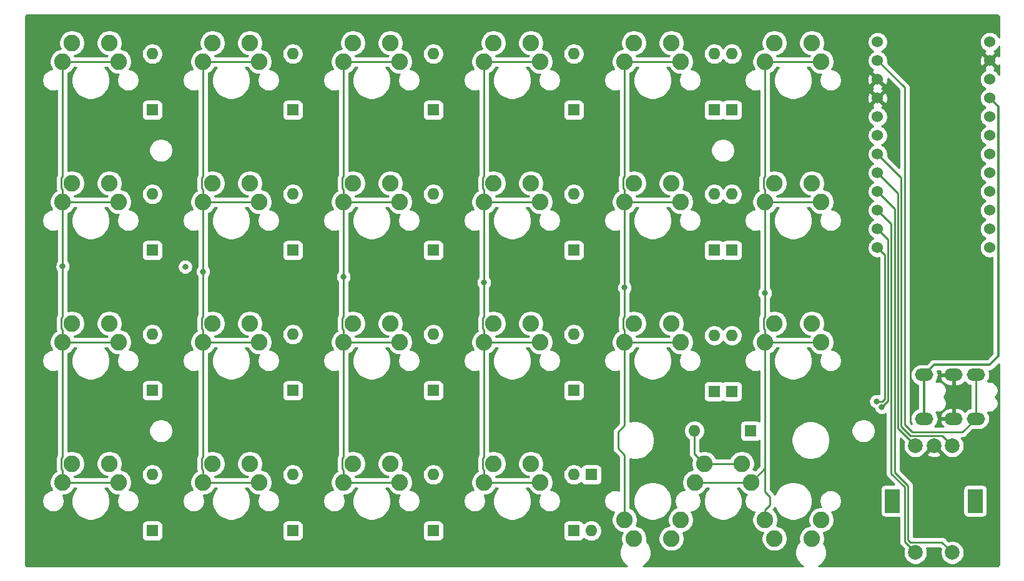
<source format=gtl>
G04 #@! TF.GenerationSoftware,KiCad,Pcbnew,(5.1.10)-1*
G04 #@! TF.CreationDate,2021-08-01T01:35:41+09:00*
G04 #@! TF.ProjectId,Lyrae,4c797261-652e-46b6-9963-61645f706362,rev?*
G04 #@! TF.SameCoordinates,Original*
G04 #@! TF.FileFunction,Copper,L1,Top*
G04 #@! TF.FilePolarity,Positive*
%FSLAX46Y46*%
G04 Gerber Fmt 4.6, Leading zero omitted, Abs format (unit mm)*
G04 Created by KiCad (PCBNEW (5.1.10)-1) date 2021-08-01 01:35:41*
%MOMM*%
%LPD*%
G01*
G04 APERTURE LIST*
G04 #@! TA.AperFunction,ComponentPad*
%ADD10O,2.500000X1.700000*%
G04 #@! TD*
G04 #@! TA.AperFunction,ComponentPad*
%ADD11C,2.250000*%
G04 #@! TD*
G04 #@! TA.AperFunction,ComponentPad*
%ADD12C,1.524000*%
G04 #@! TD*
G04 #@! TA.AperFunction,ComponentPad*
%ADD13C,2.000000*%
G04 #@! TD*
G04 #@! TA.AperFunction,ComponentPad*
%ADD14R,2.000000X3.200000*%
G04 #@! TD*
G04 #@! TA.AperFunction,ComponentPad*
%ADD15O,1.600000X1.600000*%
G04 #@! TD*
G04 #@! TA.AperFunction,ComponentPad*
%ADD16R,1.600000X1.600000*%
G04 #@! TD*
G04 #@! TA.AperFunction,ViaPad*
%ADD17C,0.800000*%
G04 #@! TD*
G04 #@! TA.AperFunction,Conductor*
%ADD18C,0.250000*%
G04 #@! TD*
G04 #@! TA.AperFunction,Conductor*
%ADD19C,0.375000*%
G04 #@! TD*
G04 #@! TA.AperFunction,Conductor*
%ADD20C,0.254000*%
G04 #@! TD*
G04 #@! TA.AperFunction,Conductor*
%ADD21C,0.100000*%
G04 #@! TD*
G04 APERTURE END LIST*
D10*
X199012187Y-114249035D03*
X203012187Y-114249035D03*
X206012187Y-114249035D03*
X203012187Y-108299035D03*
X206012187Y-108299035D03*
X199012187Y-108299035D03*
D11*
X177427643Y-103830667D03*
X183777643Y-101290667D03*
X185047643Y-103830667D03*
X178697643Y-101290667D03*
D12*
X207895779Y-63067491D03*
X207895779Y-65607491D03*
X207895779Y-68147491D03*
X207895779Y-70687491D03*
X207895779Y-73227491D03*
X207895779Y-75767491D03*
X207895779Y-78307491D03*
X207895779Y-80847491D03*
X207895779Y-83387491D03*
X207895779Y-85927491D03*
X207895779Y-88467491D03*
X207895779Y-91007491D03*
X192675779Y-91007491D03*
X192675779Y-88467491D03*
X192675779Y-85927491D03*
X192675779Y-83387491D03*
X192675779Y-80847491D03*
X192675779Y-78307491D03*
X192675779Y-75767491D03*
X192675779Y-73227491D03*
X192675779Y-70687491D03*
X192675779Y-68147491D03*
X192675779Y-65607491D03*
X192675779Y-63067491D03*
D13*
X197812187Y-132420747D03*
X202812187Y-132420747D03*
D14*
X194712187Y-125420747D03*
X205912187Y-125420747D03*
D13*
X197812187Y-117920747D03*
X200312187Y-117920747D03*
X202812187Y-117920747D03*
D11*
X82177203Y-65730467D03*
X88527203Y-63190467D03*
X89797203Y-65730467D03*
X83447203Y-63190467D03*
X139327443Y-65730467D03*
X145677443Y-63190467D03*
X146947443Y-65730467D03*
X140597443Y-63190467D03*
X167902203Y-122880467D03*
X174252203Y-120340467D03*
X175522203Y-122880467D03*
X169172203Y-120340467D03*
X82177243Y-122880747D03*
X88527243Y-120340747D03*
X89797243Y-122880747D03*
X83447243Y-120340747D03*
D15*
X132421578Y-121848656D03*
D16*
X132421578Y-129468656D03*
D15*
X132421578Y-102798656D03*
D16*
X132421578Y-110418656D03*
D15*
X132421578Y-83748656D03*
D16*
X132421578Y-91368656D03*
D11*
X101227283Y-65730467D03*
X107577283Y-63190467D03*
X108847283Y-65730467D03*
X102497283Y-63190467D03*
D16*
X94321578Y-72318656D03*
D15*
X94321578Y-64698656D03*
X170521578Y-64698656D03*
D16*
X170521578Y-72318656D03*
D15*
X167830500Y-115895467D03*
D16*
X175450500Y-115895467D03*
D15*
X153852828Y-129468592D03*
D16*
X153852828Y-121848592D03*
D15*
X151471578Y-121848656D03*
D16*
X151471578Y-129468656D03*
D15*
X113371578Y-121848656D03*
D16*
X113371578Y-129468656D03*
D15*
X94321578Y-121848656D03*
D16*
X94321578Y-129468656D03*
D15*
X172902781Y-102917722D03*
D16*
X172902781Y-110537722D03*
D15*
X170521529Y-102917722D03*
D16*
X170521529Y-110537722D03*
D15*
X151471578Y-102798656D03*
D16*
X151471578Y-110418656D03*
D15*
X113371578Y-102798656D03*
D16*
X113371578Y-110418656D03*
D15*
X94321578Y-102798656D03*
D16*
X94321578Y-110418656D03*
D15*
X172902828Y-83748656D03*
D16*
X172902828Y-91368656D03*
D15*
X170521578Y-83748656D03*
D16*
X170521578Y-91368656D03*
D15*
X151471578Y-83748656D03*
D16*
X151471578Y-91368656D03*
D15*
X113371576Y-83748656D03*
D16*
X113371576Y-91368656D03*
D15*
X94321578Y-83748656D03*
D16*
X94321578Y-91368656D03*
D15*
X172902828Y-64698656D03*
D16*
X172902828Y-72318656D03*
D15*
X151471578Y-64698656D03*
D16*
X151471578Y-72318656D03*
D15*
X132421578Y-64698656D03*
D16*
X132421578Y-72318656D03*
D15*
X113371576Y-64698656D03*
D16*
X113371576Y-72318656D03*
D11*
X82177243Y-103830667D03*
X88527243Y-101290667D03*
X89797243Y-103830667D03*
X83447243Y-101290667D03*
X139327483Y-103830667D03*
X145677483Y-101290667D03*
X146947483Y-103830667D03*
X140597483Y-101290667D03*
X82177243Y-84780587D03*
X88527243Y-82240587D03*
X89797243Y-84780587D03*
X83447243Y-82240587D03*
X120277403Y-84780587D03*
X126627403Y-82240587D03*
X127897403Y-84780587D03*
X121547403Y-82240587D03*
X120277363Y-65730467D03*
X126627363Y-63190467D03*
X127897363Y-65730467D03*
X121547363Y-63190467D03*
X185047203Y-127960467D03*
X178697203Y-130500467D03*
X177427203Y-127960467D03*
X183777203Y-130500467D03*
X165997203Y-127960467D03*
X159647203Y-130500467D03*
X158377203Y-127960467D03*
X164727203Y-130500467D03*
X139327483Y-122880747D03*
X145677483Y-120340747D03*
X146947483Y-122880747D03*
X140597483Y-120340747D03*
X120277403Y-122880747D03*
X126627403Y-120340747D03*
X127897403Y-122880747D03*
X121547403Y-120340747D03*
X101227323Y-122880747D03*
X107577323Y-120340747D03*
X108847323Y-122880747D03*
X102497323Y-120340747D03*
X158377203Y-103830531D03*
X164727203Y-101290531D03*
X165997203Y-103830531D03*
X159647203Y-101290531D03*
X120277403Y-103830667D03*
X126627403Y-101290667D03*
X127897403Y-103830667D03*
X121547403Y-101290667D03*
X101227323Y-103830667D03*
X107577323Y-101290667D03*
X108847323Y-103830667D03*
X102497323Y-101290667D03*
X177427643Y-84780587D03*
X183777643Y-82240587D03*
X185047643Y-84780587D03*
X178697643Y-82240587D03*
X158377563Y-84780587D03*
X164727563Y-82240587D03*
X165997563Y-84780587D03*
X159647563Y-82240587D03*
X139327483Y-84780587D03*
X145677483Y-82240587D03*
X146947483Y-84780587D03*
X140597483Y-82240587D03*
X101227323Y-84780587D03*
X107577323Y-82240587D03*
X108847323Y-84780587D03*
X102497323Y-82240587D03*
X177427603Y-65730467D03*
X183777603Y-63190467D03*
X185047603Y-65730467D03*
X178697603Y-63190467D03*
X158377523Y-65730467D03*
X164727523Y-63190467D03*
X165997523Y-65730467D03*
X159647523Y-63190467D03*
D17*
X192532000Y-111887000D03*
X193230500Y-112649000D03*
X82177203Y-93543467D03*
X98806000Y-93599000D03*
X101219000Y-94268467D03*
X120269000Y-94993467D03*
X139319000Y-95718467D03*
X158369000Y-96443467D03*
X177419000Y-97168467D03*
D18*
X192532000Y-111887000D02*
X193294000Y-111887000D01*
X193294000Y-111887000D02*
X193641935Y-111539065D01*
X193641935Y-111539065D02*
X193641935Y-91973647D01*
X193641935Y-91973647D02*
X192675779Y-91007491D01*
X192675779Y-88467491D02*
X194088343Y-89880055D01*
X193230500Y-112649000D02*
X194091945Y-111787555D01*
X194091945Y-111787555D02*
X194091945Y-89883657D01*
X194091945Y-89883657D02*
X192675779Y-88467491D01*
D19*
X209050243Y-105733442D02*
X209050243Y-71841955D01*
X209050243Y-71841955D02*
X207895779Y-70687491D01*
X207849685Y-106934000D02*
X209050243Y-105733442D01*
X200377173Y-106934000D02*
X207849685Y-106934000D01*
X199012203Y-108298970D02*
X200377173Y-106934000D01*
X199012203Y-114248970D02*
X199012203Y-108298970D01*
D18*
X206012203Y-108298970D02*
X206012203Y-114248970D01*
X206012187Y-114249035D02*
X206012203Y-114249051D01*
X204183222Y-116078000D02*
X206012187Y-114249035D01*
X197358000Y-116078000D02*
X204183222Y-116078000D01*
X196342000Y-115062000D02*
X197358000Y-116078000D01*
X196342000Y-69273712D02*
X196342000Y-115062000D01*
X192675779Y-65607491D02*
X196342000Y-69273712D01*
X82177203Y-103830467D02*
X82177203Y-119464625D01*
X82177243Y-121216589D02*
X82177243Y-122880587D01*
X81997242Y-119644586D02*
X81997242Y-121036588D01*
X82177203Y-119464625D02*
X81997242Y-119644586D01*
X81997242Y-121036588D02*
X82177243Y-121216589D01*
X82177203Y-84780467D02*
X82177203Y-100414625D01*
X82177243Y-102166589D02*
X82177243Y-103830587D01*
X81997242Y-100594586D02*
X81997242Y-101986588D01*
X82177203Y-100414625D02*
X81997242Y-100594586D01*
X81997242Y-101986588D02*
X82177243Y-102166589D01*
X82177011Y-122880539D02*
X89797011Y-122880539D01*
X82177011Y-103830523D02*
X89797011Y-103830523D01*
X82177011Y-84780507D02*
X89797011Y-84780507D01*
X82177203Y-65730467D02*
X89797203Y-65730467D01*
X82177203Y-81364625D02*
X81997242Y-81544586D01*
X81997242Y-81544586D02*
X81997242Y-82936588D01*
X82177243Y-83116589D02*
X82177243Y-84780587D01*
X81997242Y-82936588D02*
X82177243Y-83116589D01*
X82177203Y-76906467D02*
X82177203Y-81364625D01*
X82177203Y-65730467D02*
X82177203Y-76906467D01*
X101227243Y-83116589D02*
X101227243Y-84780587D01*
X101047242Y-81544586D02*
X101047242Y-82936588D01*
X101227203Y-81364625D02*
X101047242Y-81544586D01*
X101047242Y-82936588D02*
X101227243Y-83116589D01*
X101227243Y-102166589D02*
X101227243Y-103830587D01*
X101047242Y-100594586D02*
X101047242Y-101986588D01*
X101227203Y-100414625D02*
X101047242Y-100594586D01*
X101047242Y-101986588D02*
X101227243Y-102166589D01*
X101227203Y-103830467D02*
X101227203Y-119464625D01*
X101227243Y-121216589D02*
X101227243Y-122880587D01*
X101047242Y-119644586D02*
X101047242Y-121036588D01*
X101227203Y-119464625D02*
X101047242Y-119644586D01*
X101047242Y-121036588D02*
X101227243Y-121216589D01*
X101227091Y-122880539D02*
X108847091Y-122880539D01*
X101227091Y-103830523D02*
X108847091Y-103830523D01*
X101227091Y-84780507D02*
X108847091Y-84780507D01*
X101227283Y-65730467D02*
X108847283Y-65730467D01*
X101227203Y-65730467D02*
X101227203Y-76144467D01*
X101227203Y-76144467D02*
X101227203Y-81364625D01*
X101227203Y-94260264D02*
X101219000Y-94268467D01*
X101227203Y-93971797D02*
X101227203Y-94260264D01*
X101227203Y-84780467D02*
X101227203Y-93082797D01*
X101227203Y-93082797D02*
X101227203Y-100414625D01*
X120277123Y-100414625D02*
X120097162Y-100594586D01*
X120097162Y-81544586D02*
X120097162Y-82936588D01*
X120277123Y-103830467D02*
X120277123Y-119464625D01*
X120097162Y-119644586D02*
X120097162Y-121036588D01*
X120277163Y-83116589D02*
X120277163Y-84780587D01*
X120097162Y-82936588D02*
X120277163Y-83116589D01*
X120277163Y-102166589D02*
X120277163Y-103830587D01*
X120277123Y-81364625D02*
X120097162Y-81544586D01*
X120277163Y-121216589D02*
X120277163Y-122880587D01*
X120277123Y-119464625D02*
X120097162Y-119644586D01*
X120097162Y-121036588D02*
X120277163Y-121216589D01*
X120097162Y-100594586D02*
X120097162Y-101986588D01*
X120097162Y-101986588D02*
X120277163Y-102166589D01*
X120277171Y-122880539D02*
X127897171Y-122880539D01*
X120277171Y-103830523D02*
X127897171Y-103830523D01*
X120277171Y-84780507D02*
X127897171Y-84780507D01*
X120277363Y-65730467D02*
X127897363Y-65730467D01*
X120277123Y-65730467D02*
X120277123Y-75509547D01*
X120277123Y-75509547D02*
X120277123Y-81364625D01*
X120274590Y-94987877D02*
X120269000Y-94993467D01*
X120277123Y-94987877D02*
X120274590Y-94987877D01*
X120277123Y-84780467D02*
X120277123Y-94098877D01*
X120277123Y-94098877D02*
X120277123Y-100414625D01*
X139327123Y-100414625D02*
X139147162Y-100594586D01*
X139327123Y-103830467D02*
X139327123Y-119464625D01*
X139147162Y-119644586D02*
X139147162Y-121036588D01*
X139327163Y-102166589D02*
X139327163Y-103830587D01*
X139327163Y-121216589D02*
X139327163Y-122880587D01*
X139327123Y-119464625D02*
X139147162Y-119644586D01*
X139147162Y-121036588D02*
X139327163Y-121216589D01*
X139147162Y-100594586D02*
X139147162Y-101986588D01*
X139147162Y-101986588D02*
X139327163Y-102166589D01*
X139327251Y-122880539D02*
X146947251Y-122880539D01*
X139327251Y-103830523D02*
X146947251Y-103830523D01*
X139327251Y-84780507D02*
X146947251Y-84780507D01*
X139327443Y-65730467D02*
X146947443Y-65730467D01*
X139327123Y-65730787D02*
X139327443Y-65730467D01*
X139327123Y-81364625D02*
X139327123Y-65730787D01*
X139147162Y-81544586D02*
X139327123Y-81364625D01*
X139147162Y-82936588D02*
X139147162Y-81544586D01*
X139327163Y-83116589D02*
X139147162Y-82936588D01*
X139327163Y-84780587D02*
X139327163Y-83116589D01*
X139327123Y-95710344D02*
X139319000Y-95718467D01*
X139327123Y-94479877D02*
X139327123Y-100414625D01*
X139319000Y-84789070D02*
X139327483Y-84780587D01*
X139319000Y-94829467D02*
X139319000Y-84789070D01*
X158377123Y-100414625D02*
X158197162Y-100594586D01*
X158377163Y-102166589D02*
X158377163Y-103830587D01*
X158197162Y-100594586D02*
X158197162Y-101986588D01*
X158197162Y-101986588D02*
X158377163Y-102166589D01*
X158377331Y-103830523D02*
X165997331Y-103830523D01*
X158377331Y-84780507D02*
X165997331Y-84780507D01*
X158377523Y-65730467D02*
X165997523Y-65730467D01*
X157487052Y-116052394D02*
X157487052Y-118278540D01*
X158377203Y-115162243D02*
X157487052Y-116052394D01*
X158377203Y-103830531D02*
X158377203Y-115162243D01*
X158377203Y-119168691D02*
X158377203Y-127960467D01*
X157487052Y-118278540D02*
X158377203Y-119168691D01*
X158377123Y-74112387D02*
X158377123Y-65730467D01*
X158197162Y-81544586D02*
X158377123Y-81364625D01*
X158197162Y-82936588D02*
X158197162Y-81544586D01*
X158377163Y-83116589D02*
X158197162Y-82936588D01*
X158377123Y-81364625D02*
X158377123Y-74112387D01*
X158377163Y-84780587D02*
X158377163Y-83116589D01*
X158377123Y-96435344D02*
X158369000Y-96443467D01*
X158377123Y-96257877D02*
X158377123Y-96435344D01*
X158377123Y-84780467D02*
X158377123Y-95368877D01*
X158377123Y-95368877D02*
X158377123Y-100414625D01*
X177427123Y-100414625D02*
X177247162Y-100594586D01*
X177247162Y-81544586D02*
X177247162Y-82936588D01*
X177427163Y-83116589D02*
X177427163Y-84780587D01*
X177247162Y-82936588D02*
X177427163Y-83116589D01*
X177427163Y-102166589D02*
X177427163Y-103830587D01*
X177427123Y-81364625D02*
X177247162Y-81544586D01*
X177247162Y-100594586D02*
X177247162Y-101986588D01*
X177247162Y-101986588D02*
X177427163Y-102166589D01*
X177427411Y-103830523D02*
X185047411Y-103830523D01*
X177427411Y-84780507D02*
X185047411Y-84780507D01*
X177427603Y-65730467D02*
X185047603Y-65730467D01*
X177427123Y-65730467D02*
X177427123Y-74112547D01*
X177427123Y-74112547D02*
X177427123Y-81364625D01*
X175522203Y-122880467D02*
X177427123Y-120975547D01*
X177427123Y-103831187D02*
X177427643Y-103830667D01*
X177427123Y-120975547D02*
X177427123Y-103831187D01*
X177427123Y-84780467D02*
X177427123Y-96130877D01*
X177427123Y-96130877D02*
X177427123Y-100414625D01*
X177427123Y-97160344D02*
X177419000Y-97168467D01*
X177427123Y-97019877D02*
X177427123Y-97160344D01*
X167902203Y-122880467D02*
X175522203Y-122880467D01*
X177427203Y-126610797D02*
X177427203Y-127960467D01*
X178054000Y-125984000D02*
X177427203Y-126610797D01*
X178054000Y-124841000D02*
X178054000Y-125984000D01*
X177427123Y-124214123D02*
X178054000Y-124841000D01*
X177427123Y-120975547D02*
X177427123Y-124214123D01*
X169172203Y-120340467D02*
X174252203Y-120340467D01*
X167830500Y-118998764D02*
X169172203Y-120340467D01*
X167830500Y-115895467D02*
X167830500Y-118998764D01*
X202812187Y-117920747D02*
X201419451Y-116528011D01*
X195891990Y-81523702D02*
X192675779Y-78307491D01*
X201419451Y-116528011D02*
X197109749Y-116528011D01*
X197109749Y-116528011D02*
X195891990Y-115310252D01*
X195891990Y-115310252D02*
X195891990Y-81523702D01*
X195441978Y-115550538D02*
X197812187Y-117920747D01*
X195441980Y-115550540D02*
X197812187Y-117920747D01*
X195441980Y-83613692D02*
X195441980Y-115550540D01*
X192675779Y-80847491D02*
X195441980Y-83613692D01*
X201399907Y-131008467D02*
X202812187Y-132420747D01*
X196800213Y-130696477D02*
X197112203Y-131008467D01*
X196800213Y-123329067D02*
X196800213Y-130696477D01*
X197112203Y-131008467D02*
X201399907Y-131008467D01*
X194991969Y-121520823D02*
X196800213Y-123329067D01*
X194991969Y-85703681D02*
X194991969Y-121520823D01*
X192675779Y-83387491D02*
X194991969Y-85703681D01*
X196350203Y-130958763D02*
X197812187Y-132420747D01*
X192675779Y-85927491D02*
X194541956Y-87793668D01*
X194541956Y-121707220D02*
X196350203Y-123515467D01*
X194541956Y-87793668D02*
X194541956Y-121707220D01*
X196350203Y-123515467D02*
X196350203Y-130958763D01*
D20*
X208877611Y-59415071D02*
X208940543Y-59434071D01*
X208998592Y-59464936D01*
X209049530Y-59506480D01*
X209091435Y-59557135D01*
X209122702Y-59614962D01*
X209142143Y-59677763D01*
X209152187Y-59773326D01*
X209152187Y-62450193D01*
X209133784Y-62405764D01*
X208980899Y-62176956D01*
X208786314Y-61982371D01*
X208557506Y-61829486D01*
X208303269Y-61724177D01*
X208033371Y-61670491D01*
X207758187Y-61670491D01*
X207488289Y-61724177D01*
X207234052Y-61829486D01*
X207005244Y-61982371D01*
X206810659Y-62176956D01*
X206657774Y-62405764D01*
X206552465Y-62660001D01*
X206498779Y-62929899D01*
X206498779Y-63205083D01*
X206552465Y-63474981D01*
X206657774Y-63729218D01*
X206810659Y-63958026D01*
X207005244Y-64152611D01*
X207234052Y-64305496D01*
X207305722Y-64335183D01*
X207292756Y-64339855D01*
X207176799Y-64401835D01*
X207109819Y-64641926D01*
X207895779Y-65427886D01*
X208681739Y-64641926D01*
X208614759Y-64401835D01*
X208479019Y-64338006D01*
X208557506Y-64305496D01*
X208786314Y-64152611D01*
X208980899Y-63958026D01*
X209133784Y-63729218D01*
X209152187Y-63684789D01*
X209152187Y-64983462D01*
X209101435Y-64888511D01*
X208861344Y-64821531D01*
X208075384Y-65607491D01*
X208861344Y-66393451D01*
X209101435Y-66326471D01*
X209152187Y-66218540D01*
X209152187Y-67530193D01*
X209133784Y-67485764D01*
X208980899Y-67256956D01*
X208786314Y-67062371D01*
X208557506Y-66909486D01*
X208485836Y-66879799D01*
X208498802Y-66875127D01*
X208614759Y-66813147D01*
X208681739Y-66573056D01*
X207895779Y-65787096D01*
X207109819Y-66573056D01*
X207176799Y-66813147D01*
X207312539Y-66876976D01*
X207234052Y-66909486D01*
X207005244Y-67062371D01*
X206810659Y-67256956D01*
X206657774Y-67485764D01*
X206552465Y-67740001D01*
X206498779Y-68009899D01*
X206498779Y-68285083D01*
X206552465Y-68554981D01*
X206657774Y-68809218D01*
X206810659Y-69038026D01*
X207005244Y-69232611D01*
X207234052Y-69385496D01*
X207311294Y-69417491D01*
X207234052Y-69449486D01*
X207005244Y-69602371D01*
X206810659Y-69796956D01*
X206657774Y-70025764D01*
X206552465Y-70280001D01*
X206498779Y-70549899D01*
X206498779Y-70825083D01*
X206552465Y-71094981D01*
X206657774Y-71349218D01*
X206810659Y-71578026D01*
X207005244Y-71772611D01*
X207234052Y-71925496D01*
X207311294Y-71957491D01*
X207234052Y-71989486D01*
X207005244Y-72142371D01*
X206810659Y-72336956D01*
X206657774Y-72565764D01*
X206552465Y-72820001D01*
X206498779Y-73089899D01*
X206498779Y-73365083D01*
X206552465Y-73634981D01*
X206657774Y-73889218D01*
X206810659Y-74118026D01*
X207005244Y-74312611D01*
X207234052Y-74465496D01*
X207311294Y-74497491D01*
X207234052Y-74529486D01*
X207005244Y-74682371D01*
X206810659Y-74876956D01*
X206657774Y-75105764D01*
X206552465Y-75360001D01*
X206498779Y-75629899D01*
X206498779Y-75905083D01*
X206552465Y-76174981D01*
X206657774Y-76429218D01*
X206810659Y-76658026D01*
X207005244Y-76852611D01*
X207234052Y-77005496D01*
X207311294Y-77037491D01*
X207234052Y-77069486D01*
X207005244Y-77222371D01*
X206810659Y-77416956D01*
X206657774Y-77645764D01*
X206552465Y-77900001D01*
X206498779Y-78169899D01*
X206498779Y-78445083D01*
X206552465Y-78714981D01*
X206657774Y-78969218D01*
X206810659Y-79198026D01*
X207005244Y-79392611D01*
X207234052Y-79545496D01*
X207311294Y-79577491D01*
X207234052Y-79609486D01*
X207005244Y-79762371D01*
X206810659Y-79956956D01*
X206657774Y-80185764D01*
X206552465Y-80440001D01*
X206498779Y-80709899D01*
X206498779Y-80985083D01*
X206552465Y-81254981D01*
X206657774Y-81509218D01*
X206810659Y-81738026D01*
X207005244Y-81932611D01*
X207234052Y-82085496D01*
X207311294Y-82117491D01*
X207234052Y-82149486D01*
X207005244Y-82302371D01*
X206810659Y-82496956D01*
X206657774Y-82725764D01*
X206552465Y-82980001D01*
X206498779Y-83249899D01*
X206498779Y-83525083D01*
X206552465Y-83794981D01*
X206657774Y-84049218D01*
X206810659Y-84278026D01*
X207005244Y-84472611D01*
X207234052Y-84625496D01*
X207311294Y-84657491D01*
X207234052Y-84689486D01*
X207005244Y-84842371D01*
X206810659Y-85036956D01*
X206657774Y-85265764D01*
X206552465Y-85520001D01*
X206498779Y-85789899D01*
X206498779Y-86065083D01*
X206552465Y-86334981D01*
X206657774Y-86589218D01*
X206810659Y-86818026D01*
X207005244Y-87012611D01*
X207234052Y-87165496D01*
X207311294Y-87197491D01*
X207234052Y-87229486D01*
X207005244Y-87382371D01*
X206810659Y-87576956D01*
X206657774Y-87805764D01*
X206552465Y-88060001D01*
X206498779Y-88329899D01*
X206498779Y-88605083D01*
X206552465Y-88874981D01*
X206657774Y-89129218D01*
X206810659Y-89358026D01*
X207005244Y-89552611D01*
X207234052Y-89705496D01*
X207311294Y-89737491D01*
X207234052Y-89769486D01*
X207005244Y-89922371D01*
X206810659Y-90116956D01*
X206657774Y-90345764D01*
X206552465Y-90600001D01*
X206498779Y-90869899D01*
X206498779Y-91145083D01*
X206552465Y-91414981D01*
X206657774Y-91669218D01*
X206810659Y-91898026D01*
X207005244Y-92092611D01*
X207234052Y-92245496D01*
X207488289Y-92350805D01*
X207758187Y-92404491D01*
X208033371Y-92404491D01*
X208227743Y-92365828D01*
X208227743Y-105392752D01*
X207508995Y-106111500D01*
X200417570Y-106111500D01*
X200377172Y-106107521D01*
X200215934Y-106123402D01*
X200060893Y-106170433D01*
X199918006Y-106246808D01*
X199792764Y-106349591D01*
X199767008Y-106380975D01*
X199333948Y-106814035D01*
X198539237Y-106814035D01*
X198321076Y-106835522D01*
X198041153Y-106920436D01*
X197783173Y-107058329D01*
X197557053Y-107243901D01*
X197371481Y-107470021D01*
X197233588Y-107728001D01*
X197148674Y-108007924D01*
X197120002Y-108299035D01*
X197148674Y-108590146D01*
X197233588Y-108870069D01*
X197371481Y-109128049D01*
X197557053Y-109354169D01*
X197783173Y-109539741D01*
X198041153Y-109677634D01*
X198189704Y-109722697D01*
X198189703Y-112825374D01*
X198041153Y-112870436D01*
X197783173Y-113008329D01*
X197557053Y-113193901D01*
X197371481Y-113420021D01*
X197233588Y-113678001D01*
X197148674Y-113957924D01*
X197120002Y-114249035D01*
X197148674Y-114540146D01*
X197233588Y-114820069D01*
X197301012Y-114946211D01*
X197102000Y-114747199D01*
X197102000Y-69311034D01*
X197105676Y-69273711D01*
X197102000Y-69236388D01*
X197102000Y-69236379D01*
X197091003Y-69124726D01*
X197047546Y-68981465D01*
X196976974Y-68849436D01*
X196943968Y-68809218D01*
X196905799Y-68762708D01*
X196905795Y-68762704D01*
X196882001Y-68733711D01*
X196853009Y-68709918D01*
X194042151Y-65899061D01*
X194072779Y-65745083D01*
X194072779Y-65679508D01*
X206493869Y-65679508D01*
X206534857Y-65951624D01*
X206628143Y-66210514D01*
X206690123Y-66326471D01*
X206930214Y-66393451D01*
X207716174Y-65607491D01*
X206930214Y-64821531D01*
X206690123Y-64888511D01*
X206573023Y-65137539D01*
X206506756Y-65404626D01*
X206493869Y-65679508D01*
X194072779Y-65679508D01*
X194072779Y-65469899D01*
X194019093Y-65200001D01*
X193913784Y-64945764D01*
X193760899Y-64716956D01*
X193566314Y-64522371D01*
X193337506Y-64369486D01*
X193260264Y-64337491D01*
X193337506Y-64305496D01*
X193566314Y-64152611D01*
X193760899Y-63958026D01*
X193913784Y-63729218D01*
X194019093Y-63474981D01*
X194072779Y-63205083D01*
X194072779Y-62929899D01*
X194019093Y-62660001D01*
X193913784Y-62405764D01*
X193760899Y-62176956D01*
X193566314Y-61982371D01*
X193337506Y-61829486D01*
X193083269Y-61724177D01*
X192813371Y-61670491D01*
X192538187Y-61670491D01*
X192268289Y-61724177D01*
X192014052Y-61829486D01*
X191785244Y-61982371D01*
X191590659Y-62176956D01*
X191437774Y-62405764D01*
X191332465Y-62660001D01*
X191278779Y-62929899D01*
X191278779Y-63205083D01*
X191332465Y-63474981D01*
X191437774Y-63729218D01*
X191590659Y-63958026D01*
X191785244Y-64152611D01*
X192014052Y-64305496D01*
X192091294Y-64337491D01*
X192014052Y-64369486D01*
X191785244Y-64522371D01*
X191590659Y-64716956D01*
X191437774Y-64945764D01*
X191332465Y-65200001D01*
X191278779Y-65469899D01*
X191278779Y-65745083D01*
X191332465Y-66014981D01*
X191437774Y-66269218D01*
X191590659Y-66498026D01*
X191785244Y-66692611D01*
X192014052Y-66845496D01*
X192085722Y-66875183D01*
X192072756Y-66879855D01*
X191956799Y-66941835D01*
X191889819Y-67181926D01*
X192675779Y-67967886D01*
X192689922Y-67953744D01*
X192869527Y-68133349D01*
X192855384Y-68147491D01*
X193641344Y-68933451D01*
X193881435Y-68866471D01*
X193998535Y-68617443D01*
X194064802Y-68350356D01*
X194077298Y-68083812D01*
X195582000Y-69588515D01*
X195582000Y-80138911D01*
X194042151Y-78599062D01*
X194072779Y-78445083D01*
X194072779Y-78169899D01*
X194019093Y-77900001D01*
X193913784Y-77645764D01*
X193760899Y-77416956D01*
X193566314Y-77222371D01*
X193337506Y-77069486D01*
X193260264Y-77037491D01*
X193337506Y-77005496D01*
X193566314Y-76852611D01*
X193760899Y-76658026D01*
X193913784Y-76429218D01*
X194019093Y-76174981D01*
X194072779Y-75905083D01*
X194072779Y-75629899D01*
X194019093Y-75360001D01*
X193913784Y-75105764D01*
X193760899Y-74876956D01*
X193566314Y-74682371D01*
X193337506Y-74529486D01*
X193260264Y-74497491D01*
X193337506Y-74465496D01*
X193566314Y-74312611D01*
X193760899Y-74118026D01*
X193913784Y-73889218D01*
X194019093Y-73634981D01*
X194072779Y-73365083D01*
X194072779Y-73089899D01*
X194019093Y-72820001D01*
X193913784Y-72565764D01*
X193760899Y-72336956D01*
X193566314Y-72142371D01*
X193337506Y-71989486D01*
X193265836Y-71959799D01*
X193278802Y-71955127D01*
X193394759Y-71893147D01*
X193461739Y-71653056D01*
X192675779Y-70867096D01*
X191889819Y-71653056D01*
X191956799Y-71893147D01*
X192092539Y-71956976D01*
X192014052Y-71989486D01*
X191785244Y-72142371D01*
X191590659Y-72336956D01*
X191437774Y-72565764D01*
X191332465Y-72820001D01*
X191278779Y-73089899D01*
X191278779Y-73365083D01*
X191332465Y-73634981D01*
X191437774Y-73889218D01*
X191590659Y-74118026D01*
X191785244Y-74312611D01*
X192014052Y-74465496D01*
X192091294Y-74497491D01*
X192014052Y-74529486D01*
X191785244Y-74682371D01*
X191590659Y-74876956D01*
X191437774Y-75105764D01*
X191332465Y-75360001D01*
X191278779Y-75629899D01*
X191278779Y-75905083D01*
X191332465Y-76174981D01*
X191437774Y-76429218D01*
X191590659Y-76658026D01*
X191785244Y-76852611D01*
X192014052Y-77005496D01*
X192091294Y-77037491D01*
X192014052Y-77069486D01*
X191785244Y-77222371D01*
X191590659Y-77416956D01*
X191437774Y-77645764D01*
X191332465Y-77900001D01*
X191278779Y-78169899D01*
X191278779Y-78445083D01*
X191332465Y-78714981D01*
X191437774Y-78969218D01*
X191590659Y-79198026D01*
X191785244Y-79392611D01*
X192014052Y-79545496D01*
X192091294Y-79577491D01*
X192014052Y-79609486D01*
X191785244Y-79762371D01*
X191590659Y-79956956D01*
X191437774Y-80185764D01*
X191332465Y-80440001D01*
X191278779Y-80709899D01*
X191278779Y-80985083D01*
X191332465Y-81254981D01*
X191437774Y-81509218D01*
X191590659Y-81738026D01*
X191785244Y-81932611D01*
X192014052Y-82085496D01*
X192091294Y-82117491D01*
X192014052Y-82149486D01*
X191785244Y-82302371D01*
X191590659Y-82496956D01*
X191437774Y-82725764D01*
X191332465Y-82980001D01*
X191278779Y-83249899D01*
X191278779Y-83525083D01*
X191332465Y-83794981D01*
X191437774Y-84049218D01*
X191590659Y-84278026D01*
X191785244Y-84472611D01*
X192014052Y-84625496D01*
X192091294Y-84657491D01*
X192014052Y-84689486D01*
X191785244Y-84842371D01*
X191590659Y-85036956D01*
X191437774Y-85265764D01*
X191332465Y-85520001D01*
X191278779Y-85789899D01*
X191278779Y-86065083D01*
X191332465Y-86334981D01*
X191437774Y-86589218D01*
X191590659Y-86818026D01*
X191785244Y-87012611D01*
X192014052Y-87165496D01*
X192091294Y-87197491D01*
X192014052Y-87229486D01*
X191785244Y-87382371D01*
X191590659Y-87576956D01*
X191437774Y-87805764D01*
X191332465Y-88060001D01*
X191278779Y-88329899D01*
X191278779Y-88605083D01*
X191332465Y-88874981D01*
X191437774Y-89129218D01*
X191590659Y-89358026D01*
X191785244Y-89552611D01*
X192014052Y-89705496D01*
X192091294Y-89737491D01*
X192014052Y-89769486D01*
X191785244Y-89922371D01*
X191590659Y-90116956D01*
X191437774Y-90345764D01*
X191332465Y-90600001D01*
X191278779Y-90869899D01*
X191278779Y-91145083D01*
X191332465Y-91414981D01*
X191437774Y-91669218D01*
X191590659Y-91898026D01*
X191785244Y-92092611D01*
X192014052Y-92245496D01*
X192268289Y-92350805D01*
X192538187Y-92404491D01*
X192813371Y-92404491D01*
X192881936Y-92390853D01*
X192881935Y-110911672D01*
X192833898Y-110891774D01*
X192633939Y-110852000D01*
X192430061Y-110852000D01*
X192230102Y-110891774D01*
X192041744Y-110969795D01*
X191872226Y-111083063D01*
X191728063Y-111227226D01*
X191614795Y-111396744D01*
X191536774Y-111585102D01*
X191497000Y-111785061D01*
X191497000Y-111988939D01*
X191536774Y-112188898D01*
X191614795Y-112377256D01*
X191728063Y-112546774D01*
X191872226Y-112690937D01*
X192041744Y-112804205D01*
X192220852Y-112878395D01*
X192235274Y-112950898D01*
X192313295Y-113139256D01*
X192426563Y-113308774D01*
X192570726Y-113452937D01*
X192740244Y-113566205D01*
X192928602Y-113644226D01*
X193128561Y-113684000D01*
X193332439Y-113684000D01*
X193532398Y-113644226D01*
X193720756Y-113566205D01*
X193781957Y-113525312D01*
X193781957Y-121669887D01*
X193778280Y-121707220D01*
X193781957Y-121744553D01*
X193785487Y-121780388D01*
X193792954Y-121856205D01*
X193836410Y-121999466D01*
X193906982Y-122131496D01*
X193978157Y-122218222D01*
X194001956Y-122247221D01*
X194030954Y-122271019D01*
X194942609Y-123182675D01*
X193712187Y-123182675D01*
X193587705Y-123194935D01*
X193468007Y-123231245D01*
X193357693Y-123290210D01*
X193261002Y-123369562D01*
X193181650Y-123466253D01*
X193122685Y-123576567D01*
X193086375Y-123696265D01*
X193074115Y-123820747D01*
X193074115Y-127020747D01*
X193086375Y-127145229D01*
X193122685Y-127264927D01*
X193181650Y-127375241D01*
X193261002Y-127471932D01*
X193357693Y-127551284D01*
X193468007Y-127610249D01*
X193587705Y-127646559D01*
X193712187Y-127658819D01*
X195590204Y-127658819D01*
X195590204Y-130921431D01*
X195586527Y-130958763D01*
X195590204Y-130996096D01*
X195591423Y-131008467D01*
X195601201Y-131107748D01*
X195644657Y-131251009D01*
X195715229Y-131383039D01*
X195786404Y-131469765D01*
X195810203Y-131498764D01*
X195839201Y-131522562D01*
X196246010Y-131929371D01*
X196240019Y-131943835D01*
X196177187Y-132259714D01*
X196177187Y-132581780D01*
X196240019Y-132897659D01*
X196363269Y-133195210D01*
X196542200Y-133462999D01*
X196769935Y-133690734D01*
X197037724Y-133869665D01*
X197335275Y-133992915D01*
X197651154Y-134055747D01*
X197973220Y-134055747D01*
X198289099Y-133992915D01*
X198586650Y-133869665D01*
X198854439Y-133690734D01*
X199082174Y-133462999D01*
X199261105Y-133195210D01*
X199384355Y-132897659D01*
X199447187Y-132581780D01*
X199447187Y-132259714D01*
X199384355Y-131943835D01*
X199311715Y-131768467D01*
X201085106Y-131768467D01*
X201246010Y-131929371D01*
X201240019Y-131943835D01*
X201177187Y-132259714D01*
X201177187Y-132581780D01*
X201240019Y-132897659D01*
X201363269Y-133195210D01*
X201542200Y-133462999D01*
X201769935Y-133690734D01*
X202037724Y-133869665D01*
X202335275Y-133992915D01*
X202651154Y-134055747D01*
X202973220Y-134055747D01*
X203289099Y-133992915D01*
X203586650Y-133869665D01*
X203854439Y-133690734D01*
X204082174Y-133462999D01*
X204261105Y-133195210D01*
X204384355Y-132897659D01*
X204447187Y-132581780D01*
X204447187Y-132259714D01*
X204384355Y-131943835D01*
X204261105Y-131646284D01*
X204082174Y-131378495D01*
X203854439Y-131150760D01*
X203586650Y-130971829D01*
X203289099Y-130848579D01*
X202973220Y-130785747D01*
X202651154Y-130785747D01*
X202335275Y-130848579D01*
X202320811Y-130854570D01*
X201963711Y-130497470D01*
X201939908Y-130468466D01*
X201824183Y-130373493D01*
X201692154Y-130302921D01*
X201548893Y-130259464D01*
X201437240Y-130248467D01*
X201437229Y-130248467D01*
X201399907Y-130244791D01*
X201362585Y-130248467D01*
X197560213Y-130248467D01*
X197560213Y-123820747D01*
X204274115Y-123820747D01*
X204274115Y-127020747D01*
X204286375Y-127145229D01*
X204322685Y-127264927D01*
X204381650Y-127375241D01*
X204461002Y-127471932D01*
X204557693Y-127551284D01*
X204668007Y-127610249D01*
X204787705Y-127646559D01*
X204912187Y-127658819D01*
X206912187Y-127658819D01*
X207036669Y-127646559D01*
X207156367Y-127610249D01*
X207266681Y-127551284D01*
X207363372Y-127471932D01*
X207442724Y-127375241D01*
X207501689Y-127264927D01*
X207537999Y-127145229D01*
X207550259Y-127020747D01*
X207550259Y-123820747D01*
X207537999Y-123696265D01*
X207501689Y-123576567D01*
X207442724Y-123466253D01*
X207363372Y-123369562D01*
X207266681Y-123290210D01*
X207156367Y-123231245D01*
X207036669Y-123194935D01*
X206912187Y-123182675D01*
X204912187Y-123182675D01*
X204787705Y-123194935D01*
X204668007Y-123231245D01*
X204557693Y-123290210D01*
X204461002Y-123369562D01*
X204381650Y-123466253D01*
X204322685Y-123576567D01*
X204286375Y-123696265D01*
X204274115Y-123820747D01*
X197560213Y-123820747D01*
X197560213Y-123366389D01*
X197563889Y-123329066D01*
X197560213Y-123291743D01*
X197560213Y-123291734D01*
X197549216Y-123180081D01*
X197505759Y-123036820D01*
X197435187Y-122904791D01*
X197340214Y-122789066D01*
X197311217Y-122765269D01*
X195751969Y-121206022D01*
X195751969Y-116935330D01*
X196246010Y-117429372D01*
X196240019Y-117443835D01*
X196177187Y-117759714D01*
X196177187Y-118081780D01*
X196240019Y-118397659D01*
X196363269Y-118695210D01*
X196542200Y-118962999D01*
X196769935Y-119190734D01*
X197037724Y-119369665D01*
X197335275Y-119492915D01*
X197651154Y-119555747D01*
X197973220Y-119555747D01*
X198289099Y-119492915D01*
X198586650Y-119369665D01*
X198854439Y-119190734D01*
X198989013Y-119056160D01*
X199356379Y-119056160D01*
X199452143Y-119320561D01*
X199741758Y-119461451D01*
X200053295Y-119543131D01*
X200374782Y-119562465D01*
X200693862Y-119518708D01*
X200998275Y-119413542D01*
X201172231Y-119320561D01*
X201267995Y-119056160D01*
X200312187Y-118100352D01*
X199356379Y-119056160D01*
X198989013Y-119056160D01*
X199082174Y-118962999D01*
X199147112Y-118865812D01*
X199176774Y-118876555D01*
X200132582Y-117920747D01*
X200118440Y-117906605D01*
X200298045Y-117727000D01*
X200312187Y-117741142D01*
X200326330Y-117727000D01*
X200505935Y-117906605D01*
X200491792Y-117920747D01*
X201447600Y-118876555D01*
X201477262Y-118865812D01*
X201542200Y-118962999D01*
X201769935Y-119190734D01*
X202037724Y-119369665D01*
X202335275Y-119492915D01*
X202651154Y-119555747D01*
X202973220Y-119555747D01*
X203289099Y-119492915D01*
X203586650Y-119369665D01*
X203854439Y-119190734D01*
X204082174Y-118962999D01*
X204261105Y-118695210D01*
X204384355Y-118397659D01*
X204447187Y-118081780D01*
X204447187Y-117759714D01*
X204384355Y-117443835D01*
X204261105Y-117146284D01*
X204082174Y-116878495D01*
X204041679Y-116838000D01*
X204145900Y-116838000D01*
X204183222Y-116841676D01*
X204220544Y-116838000D01*
X204220555Y-116838000D01*
X204332208Y-116827003D01*
X204475469Y-116783546D01*
X204607498Y-116712974D01*
X204723223Y-116618001D01*
X204747026Y-116588997D01*
X205601988Y-115734035D01*
X206485137Y-115734035D01*
X206703298Y-115712548D01*
X206983221Y-115627634D01*
X207241201Y-115489741D01*
X207467321Y-115304169D01*
X207652893Y-115078049D01*
X207790786Y-114820069D01*
X207875700Y-114540146D01*
X207904372Y-114249035D01*
X207875700Y-113957924D01*
X207790786Y-113678001D01*
X207652893Y-113420021D01*
X207610252Y-113368063D01*
X207690550Y-113384035D01*
X207933824Y-113384035D01*
X208172423Y-113336575D01*
X208397179Y-113243478D01*
X208599454Y-113108322D01*
X208771474Y-112936302D01*
X208906630Y-112734027D01*
X208999727Y-112509271D01*
X209047187Y-112270672D01*
X209047187Y-112027398D01*
X208999727Y-111788799D01*
X208906630Y-111564043D01*
X208771474Y-111361768D01*
X208683741Y-111274035D01*
X208771474Y-111186302D01*
X208906630Y-110984027D01*
X208999727Y-110759271D01*
X209047187Y-110520672D01*
X209047187Y-110277398D01*
X208999727Y-110038799D01*
X208906630Y-109814043D01*
X208771474Y-109611768D01*
X208599454Y-109439748D01*
X208397179Y-109304592D01*
X208172423Y-109211495D01*
X207933824Y-109164035D01*
X207690550Y-109164035D01*
X207610252Y-109180007D01*
X207652893Y-109128049D01*
X207790786Y-108870069D01*
X207875700Y-108590146D01*
X207904372Y-108299035D01*
X207875700Y-108007924D01*
X207799431Y-107756500D01*
X207809287Y-107756500D01*
X207849685Y-107760479D01*
X207890083Y-107756500D01*
X208010923Y-107744598D01*
X208165965Y-107697567D01*
X208308852Y-107621192D01*
X208434094Y-107518409D01*
X208459850Y-107487025D01*
X209152188Y-106794687D01*
X209152188Y-133913202D01*
X209142607Y-134010915D01*
X209123607Y-134073848D01*
X209092741Y-134131897D01*
X209051198Y-134182834D01*
X209000543Y-134224739D01*
X208942716Y-134256006D01*
X208879915Y-134275447D01*
X208784350Y-134285491D01*
X184690825Y-134285538D01*
X184994735Y-134082471D01*
X185295457Y-133781749D01*
X185531734Y-133428137D01*
X185694483Y-133035224D01*
X185777453Y-132618110D01*
X185777453Y-132192824D01*
X185694483Y-131775710D01*
X185531734Y-131382797D01*
X185399015Y-131184169D01*
X185469567Y-131013840D01*
X185537203Y-130673812D01*
X185537203Y-130327122D01*
X185469567Y-129987094D01*
X185348578Y-129695000D01*
X185560576Y-129652831D01*
X185880876Y-129520159D01*
X186169138Y-129327548D01*
X186414284Y-129082402D01*
X186606895Y-128794140D01*
X186739567Y-128473840D01*
X186807203Y-128133812D01*
X186807203Y-127787122D01*
X186739567Y-127447094D01*
X186606895Y-127126794D01*
X186474565Y-126928748D01*
X186757654Y-126872438D01*
X187032456Y-126758611D01*
X187279772Y-126593360D01*
X187490096Y-126383036D01*
X187655347Y-126135720D01*
X187769174Y-125860918D01*
X187827203Y-125569189D01*
X187827203Y-125271745D01*
X187769174Y-124980016D01*
X187655347Y-124705214D01*
X187490096Y-124457898D01*
X187279772Y-124247574D01*
X187032456Y-124082323D01*
X186757654Y-123968496D01*
X186465925Y-123910467D01*
X186168481Y-123910467D01*
X185876752Y-123968496D01*
X185601950Y-124082323D01*
X185354634Y-124247574D01*
X185144310Y-124457898D01*
X184979059Y-124705214D01*
X184865232Y-124980016D01*
X184807203Y-125271745D01*
X184807203Y-125569189D01*
X184865232Y-125860918D01*
X184979059Y-126135720D01*
X185022321Y-126200467D01*
X184873858Y-126200467D01*
X184533830Y-126268103D01*
X184213530Y-126400775D01*
X183925268Y-126593386D01*
X183680122Y-126838532D01*
X183487511Y-127126794D01*
X183354839Y-127447094D01*
X183287203Y-127787122D01*
X183287203Y-128133812D01*
X183354839Y-128473840D01*
X183475828Y-128765934D01*
X183263830Y-128808103D01*
X182943530Y-128940775D01*
X182655268Y-129133386D01*
X182410122Y-129378532D01*
X182217511Y-129666794D01*
X182084839Y-129987094D01*
X182017203Y-130327122D01*
X182017203Y-130673812D01*
X182063595Y-130907039D01*
X181941449Y-131029185D01*
X181705172Y-131382797D01*
X181542423Y-131775710D01*
X181459453Y-132192824D01*
X181459453Y-132618110D01*
X181542423Y-133035224D01*
X181705172Y-133428137D01*
X181941449Y-133781749D01*
X182242171Y-134082471D01*
X182546088Y-134285542D01*
X160878255Y-134285585D01*
X161182235Y-134082471D01*
X161482957Y-133781749D01*
X161719234Y-133428137D01*
X161881983Y-133035224D01*
X161964953Y-132618110D01*
X161964953Y-132192824D01*
X161881983Y-131775710D01*
X161719234Y-131382797D01*
X161482957Y-131029185D01*
X161360811Y-130907039D01*
X161407203Y-130673812D01*
X161407203Y-130327122D01*
X162967203Y-130327122D01*
X162967203Y-130673812D01*
X163034839Y-131013840D01*
X163167511Y-131334140D01*
X163360122Y-131622402D01*
X163605268Y-131867548D01*
X163893530Y-132060159D01*
X164213830Y-132192831D01*
X164553858Y-132260467D01*
X164900548Y-132260467D01*
X165240576Y-132192831D01*
X165560876Y-132060159D01*
X165849138Y-131867548D01*
X166094284Y-131622402D01*
X166286895Y-131334140D01*
X166419567Y-131013840D01*
X166487203Y-130673812D01*
X166487203Y-130327122D01*
X166419567Y-129987094D01*
X166298578Y-129695000D01*
X166510576Y-129652831D01*
X166830876Y-129520159D01*
X167119138Y-129327548D01*
X167364284Y-129082402D01*
X167556895Y-128794140D01*
X167689567Y-128473840D01*
X167757203Y-128133812D01*
X167757203Y-127787122D01*
X167689567Y-127447094D01*
X167556895Y-127126794D01*
X167424565Y-126928748D01*
X167707654Y-126872438D01*
X167982456Y-126758611D01*
X168229772Y-126593360D01*
X168440096Y-126383036D01*
X168605347Y-126135720D01*
X168719174Y-125860918D01*
X168777203Y-125569189D01*
X168777203Y-125271745D01*
X168719174Y-124980016D01*
X168605347Y-124705214D01*
X168494929Y-124539962D01*
X168735876Y-124440159D01*
X169024138Y-124247548D01*
X169269284Y-124002402D01*
X169461895Y-123714140D01*
X169492411Y-123640467D01*
X169774377Y-123640467D01*
X169670203Y-123744641D01*
X169382502Y-124175216D01*
X169184330Y-124653645D01*
X169083303Y-125161543D01*
X169083303Y-125679391D01*
X169184330Y-126187289D01*
X169382502Y-126665718D01*
X169670203Y-127096293D01*
X170036377Y-127462467D01*
X170466952Y-127750168D01*
X170945381Y-127948340D01*
X171453279Y-128049367D01*
X171971127Y-128049367D01*
X172479025Y-127948340D01*
X172957454Y-127750168D01*
X173388029Y-127462467D01*
X173754203Y-127096293D01*
X174041904Y-126665718D01*
X174240076Y-126187289D01*
X174341103Y-125679391D01*
X174341103Y-125161543D01*
X174240076Y-124653645D01*
X174041904Y-124175216D01*
X173754203Y-123744641D01*
X173650029Y-123640467D01*
X173931995Y-123640467D01*
X173962511Y-123714140D01*
X174155122Y-124002402D01*
X174400268Y-124247548D01*
X174688530Y-124440159D01*
X174929477Y-124539962D01*
X174819059Y-124705214D01*
X174705232Y-124980016D01*
X174647203Y-125271745D01*
X174647203Y-125569189D01*
X174705232Y-125860918D01*
X174819059Y-126135720D01*
X174984310Y-126383036D01*
X175194634Y-126593360D01*
X175441950Y-126758611D01*
X175716752Y-126872438D01*
X175999841Y-126928748D01*
X175867511Y-127126794D01*
X175734839Y-127447094D01*
X175667203Y-127787122D01*
X175667203Y-128133812D01*
X175734839Y-128473840D01*
X175867511Y-128794140D01*
X176060122Y-129082402D01*
X176305268Y-129327548D01*
X176593530Y-129520159D01*
X176913830Y-129652831D01*
X177125828Y-129695000D01*
X177004839Y-129987094D01*
X176937203Y-130327122D01*
X176937203Y-130673812D01*
X177004839Y-131013840D01*
X177137511Y-131334140D01*
X177330122Y-131622402D01*
X177575268Y-131867548D01*
X177863530Y-132060159D01*
X178183830Y-132192831D01*
X178523858Y-132260467D01*
X178870548Y-132260467D01*
X179210576Y-132192831D01*
X179530876Y-132060159D01*
X179819138Y-131867548D01*
X180064284Y-131622402D01*
X180256895Y-131334140D01*
X180389567Y-131013840D01*
X180457203Y-130673812D01*
X180457203Y-130327122D01*
X180389567Y-129987094D01*
X180256895Y-129666794D01*
X180064284Y-129378532D01*
X179819138Y-129133386D01*
X179530876Y-128940775D01*
X179210576Y-128808103D01*
X178998578Y-128765934D01*
X179119567Y-128473840D01*
X179187203Y-128133812D01*
X179187203Y-127787122D01*
X179119567Y-127447094D01*
X178986895Y-127126794D01*
X178794284Y-126838532D01*
X178549138Y-126593386D01*
X178531321Y-126581481D01*
X178565002Y-126547800D01*
X178594001Y-126524001D01*
X178688974Y-126408276D01*
X178752014Y-126290338D01*
X178907502Y-126665718D01*
X179195203Y-127096293D01*
X179561377Y-127462467D01*
X179991952Y-127750168D01*
X180470381Y-127948340D01*
X180978279Y-128049367D01*
X181496127Y-128049367D01*
X182004025Y-127948340D01*
X182482454Y-127750168D01*
X182913029Y-127462467D01*
X183279203Y-127096293D01*
X183566904Y-126665718D01*
X183765076Y-126187289D01*
X183866103Y-125679391D01*
X183866103Y-125161543D01*
X183765076Y-124653645D01*
X183566904Y-124175216D01*
X183279203Y-123744641D01*
X182913029Y-123378467D01*
X182482454Y-123090766D01*
X182004025Y-122892594D01*
X181496127Y-122791567D01*
X180978279Y-122791567D01*
X180470381Y-122892594D01*
X179991952Y-123090766D01*
X179561377Y-123378467D01*
X179195203Y-123744641D01*
X178907502Y-124175216D01*
X178755733Y-124541619D01*
X178688974Y-124416723D01*
X178617799Y-124329997D01*
X178594001Y-124300999D01*
X178565004Y-124277202D01*
X178187123Y-123899322D01*
X178187123Y-121012872D01*
X178190799Y-120975547D01*
X178187123Y-120938222D01*
X178187123Y-116906543D01*
X180989553Y-116906543D01*
X180989553Y-117424391D01*
X181090580Y-117932289D01*
X181288752Y-118410718D01*
X181576453Y-118841293D01*
X181942627Y-119207467D01*
X182373202Y-119495168D01*
X182851631Y-119693340D01*
X183359529Y-119794367D01*
X183877377Y-119794367D01*
X184385275Y-119693340D01*
X184863704Y-119495168D01*
X185294279Y-119207467D01*
X185660453Y-118841293D01*
X185948154Y-118410718D01*
X186146326Y-117932289D01*
X186247353Y-117424391D01*
X186247353Y-116906543D01*
X186146326Y-116398645D01*
X185948154Y-115920216D01*
X185824179Y-115734674D01*
X189127683Y-115734674D01*
X189127683Y-116056740D01*
X189190515Y-116372619D01*
X189313765Y-116670170D01*
X189492696Y-116937959D01*
X189720431Y-117165694D01*
X189988220Y-117344625D01*
X190285771Y-117467875D01*
X190601650Y-117530707D01*
X190923716Y-117530707D01*
X191239595Y-117467875D01*
X191537146Y-117344625D01*
X191804935Y-117165694D01*
X192032670Y-116937959D01*
X192211601Y-116670170D01*
X192334851Y-116372619D01*
X192397683Y-116056740D01*
X192397683Y-115734674D01*
X192334851Y-115418795D01*
X192211601Y-115121244D01*
X192032670Y-114853455D01*
X191804935Y-114625720D01*
X191537146Y-114446789D01*
X191239595Y-114323539D01*
X190923716Y-114260707D01*
X190601650Y-114260707D01*
X190285771Y-114323539D01*
X189988220Y-114446789D01*
X189720431Y-114625720D01*
X189492696Y-114853455D01*
X189313765Y-115121244D01*
X189190515Y-115418795D01*
X189127683Y-115734674D01*
X185824179Y-115734674D01*
X185660453Y-115489641D01*
X185294279Y-115123467D01*
X184863704Y-114835766D01*
X184385275Y-114637594D01*
X183877377Y-114536567D01*
X183359529Y-114536567D01*
X182851631Y-114637594D01*
X182373202Y-114835766D01*
X181942627Y-115123467D01*
X181576453Y-115489641D01*
X181288752Y-115920216D01*
X181090580Y-116398645D01*
X180989553Y-116906543D01*
X178187123Y-116906543D01*
X178187123Y-105421091D01*
X178261316Y-105390359D01*
X178549578Y-105197748D01*
X178794724Y-104952602D01*
X178987335Y-104664340D01*
X179017911Y-104590523D01*
X179299961Y-104590523D01*
X179195643Y-104694841D01*
X178907942Y-105125416D01*
X178709770Y-105603845D01*
X178608743Y-106111743D01*
X178608743Y-106629591D01*
X178709770Y-107137489D01*
X178907942Y-107615918D01*
X179195643Y-108046493D01*
X179561817Y-108412667D01*
X179992392Y-108700368D01*
X180470821Y-108898540D01*
X180978719Y-108999567D01*
X181496567Y-108999567D01*
X182004465Y-108898540D01*
X182482894Y-108700368D01*
X182913469Y-108412667D01*
X183279643Y-108046493D01*
X183567344Y-107615918D01*
X183765516Y-107137489D01*
X183866543Y-106629591D01*
X183866543Y-106111743D01*
X183765516Y-105603845D01*
X183567344Y-105125416D01*
X183279643Y-104694841D01*
X183175325Y-104590523D01*
X183457375Y-104590523D01*
X183487951Y-104664340D01*
X183680562Y-104952602D01*
X183925708Y-105197748D01*
X184213970Y-105390359D01*
X184534270Y-105523031D01*
X184874298Y-105590667D01*
X185022761Y-105590667D01*
X184979499Y-105655414D01*
X184865672Y-105930216D01*
X184807643Y-106221945D01*
X184807643Y-106519389D01*
X184865672Y-106811118D01*
X184979499Y-107085920D01*
X185144750Y-107333236D01*
X185355074Y-107543560D01*
X185602390Y-107708811D01*
X185877192Y-107822638D01*
X186168921Y-107880667D01*
X186466365Y-107880667D01*
X186758094Y-107822638D01*
X187032896Y-107708811D01*
X187280212Y-107543560D01*
X187490536Y-107333236D01*
X187655787Y-107085920D01*
X187769614Y-106811118D01*
X187827643Y-106519389D01*
X187827643Y-106221945D01*
X187769614Y-105930216D01*
X187655787Y-105655414D01*
X187490536Y-105408098D01*
X187280212Y-105197774D01*
X187032896Y-105032523D01*
X186758094Y-104918696D01*
X186475005Y-104862386D01*
X186607335Y-104664340D01*
X186740007Y-104344040D01*
X186807643Y-104004012D01*
X186807643Y-103657322D01*
X186740007Y-103317294D01*
X186607335Y-102996994D01*
X186414724Y-102708732D01*
X186169578Y-102463586D01*
X185881316Y-102270975D01*
X185561016Y-102138303D01*
X185349018Y-102096134D01*
X185470007Y-101804040D01*
X185537643Y-101464012D01*
X185537643Y-101117322D01*
X185470007Y-100777294D01*
X185337335Y-100456994D01*
X185144724Y-100168732D01*
X184899578Y-99923586D01*
X184611316Y-99730975D01*
X184291016Y-99598303D01*
X183950988Y-99530667D01*
X183604298Y-99530667D01*
X183264270Y-99598303D01*
X182943970Y-99730975D01*
X182655708Y-99923586D01*
X182410562Y-100168732D01*
X182217951Y-100456994D01*
X182085279Y-100777294D01*
X182017643Y-101117322D01*
X182017643Y-101464012D01*
X182085279Y-101804040D01*
X182217951Y-102124340D01*
X182410562Y-102412602D01*
X182655708Y-102657748D01*
X182943970Y-102850359D01*
X183264270Y-102983031D01*
X183476268Y-103025200D01*
X183457494Y-103070523D01*
X179017792Y-103070523D01*
X178999018Y-103025200D01*
X179211016Y-102983031D01*
X179531316Y-102850359D01*
X179819578Y-102657748D01*
X180064724Y-102412602D01*
X180257335Y-102124340D01*
X180390007Y-101804040D01*
X180457643Y-101464012D01*
X180457643Y-101117322D01*
X180390007Y-100777294D01*
X180257335Y-100456994D01*
X180064724Y-100168732D01*
X179819578Y-99923586D01*
X179531316Y-99730975D01*
X179211016Y-99598303D01*
X178870988Y-99530667D01*
X178524298Y-99530667D01*
X178187123Y-99597736D01*
X178187123Y-97864055D01*
X178222937Y-97828241D01*
X178336205Y-97658723D01*
X178414226Y-97470365D01*
X178454000Y-97270406D01*
X178454000Y-97066528D01*
X178414226Y-96866569D01*
X178336205Y-96678211D01*
X178222937Y-96508693D01*
X178187123Y-96472879D01*
X178187123Y-86371011D01*
X178261316Y-86340279D01*
X178549578Y-86147668D01*
X178794724Y-85902522D01*
X178987335Y-85614260D01*
X179017884Y-85540507D01*
X179299897Y-85540507D01*
X179195643Y-85644761D01*
X178907942Y-86075336D01*
X178709770Y-86553765D01*
X178608743Y-87061663D01*
X178608743Y-87579511D01*
X178709770Y-88087409D01*
X178907942Y-88565838D01*
X179195643Y-88996413D01*
X179561817Y-89362587D01*
X179992392Y-89650288D01*
X180470821Y-89848460D01*
X180978719Y-89949487D01*
X181496567Y-89949487D01*
X182004465Y-89848460D01*
X182482894Y-89650288D01*
X182913469Y-89362587D01*
X183279643Y-88996413D01*
X183567344Y-88565838D01*
X183765516Y-88087409D01*
X183866543Y-87579511D01*
X183866543Y-87061663D01*
X183765516Y-86553765D01*
X183567344Y-86075336D01*
X183279643Y-85644761D01*
X183175389Y-85540507D01*
X183457402Y-85540507D01*
X183487951Y-85614260D01*
X183680562Y-85902522D01*
X183925708Y-86147668D01*
X184213970Y-86340279D01*
X184534270Y-86472951D01*
X184874298Y-86540587D01*
X185022761Y-86540587D01*
X184979499Y-86605334D01*
X184865672Y-86880136D01*
X184807643Y-87171865D01*
X184807643Y-87469309D01*
X184865672Y-87761038D01*
X184979499Y-88035840D01*
X185144750Y-88283156D01*
X185355074Y-88493480D01*
X185602390Y-88658731D01*
X185877192Y-88772558D01*
X186168921Y-88830587D01*
X186466365Y-88830587D01*
X186758094Y-88772558D01*
X187032896Y-88658731D01*
X187280212Y-88493480D01*
X187490536Y-88283156D01*
X187655787Y-88035840D01*
X187769614Y-87761038D01*
X187827643Y-87469309D01*
X187827643Y-87171865D01*
X187769614Y-86880136D01*
X187655787Y-86605334D01*
X187490536Y-86358018D01*
X187280212Y-86147694D01*
X187032896Y-85982443D01*
X186758094Y-85868616D01*
X186475005Y-85812306D01*
X186607335Y-85614260D01*
X186740007Y-85293960D01*
X186807643Y-84953932D01*
X186807643Y-84607242D01*
X186740007Y-84267214D01*
X186607335Y-83946914D01*
X186414724Y-83658652D01*
X186169578Y-83413506D01*
X185881316Y-83220895D01*
X185561016Y-83088223D01*
X185349018Y-83046054D01*
X185470007Y-82753960D01*
X185537643Y-82413932D01*
X185537643Y-82067242D01*
X185470007Y-81727214D01*
X185337335Y-81406914D01*
X185144724Y-81118652D01*
X184899578Y-80873506D01*
X184611316Y-80680895D01*
X184291016Y-80548223D01*
X183950988Y-80480587D01*
X183604298Y-80480587D01*
X183264270Y-80548223D01*
X182943970Y-80680895D01*
X182655708Y-80873506D01*
X182410562Y-81118652D01*
X182217951Y-81406914D01*
X182085279Y-81727214D01*
X182017643Y-82067242D01*
X182017643Y-82413932D01*
X182085279Y-82753960D01*
X182217951Y-83074260D01*
X182410562Y-83362522D01*
X182655708Y-83607668D01*
X182943970Y-83800279D01*
X183264270Y-83932951D01*
X183476268Y-83975120D01*
X183457468Y-84020507D01*
X179017818Y-84020507D01*
X178999018Y-83975120D01*
X179211016Y-83932951D01*
X179531316Y-83800279D01*
X179819578Y-83607668D01*
X180064724Y-83362522D01*
X180257335Y-83074260D01*
X180390007Y-82753960D01*
X180457643Y-82413932D01*
X180457643Y-82067242D01*
X180390007Y-81727214D01*
X180257335Y-81406914D01*
X180064724Y-81118652D01*
X179819578Y-80873506D01*
X179531316Y-80680895D01*
X179211016Y-80548223D01*
X178870988Y-80480587D01*
X178524298Y-80480587D01*
X178187123Y-80547656D01*
X178187123Y-67320874D01*
X178261276Y-67290159D01*
X178549538Y-67097548D01*
X178794684Y-66852402D01*
X178987295Y-66564140D01*
X179017811Y-66490467D01*
X179299777Y-66490467D01*
X179195603Y-66594641D01*
X178907902Y-67025216D01*
X178709730Y-67503645D01*
X178608703Y-68011543D01*
X178608703Y-68529391D01*
X178709730Y-69037289D01*
X178907902Y-69515718D01*
X179195603Y-69946293D01*
X179561777Y-70312467D01*
X179992352Y-70600168D01*
X180470781Y-70798340D01*
X180978679Y-70899367D01*
X181496527Y-70899367D01*
X182004425Y-70798340D01*
X182098173Y-70759508D01*
X191273869Y-70759508D01*
X191314857Y-71031624D01*
X191408143Y-71290514D01*
X191470123Y-71406471D01*
X191710214Y-71473451D01*
X192496174Y-70687491D01*
X192855384Y-70687491D01*
X193641344Y-71473451D01*
X193881435Y-71406471D01*
X193998535Y-71157443D01*
X194064802Y-70890356D01*
X194077689Y-70615474D01*
X194036701Y-70343358D01*
X193943415Y-70084468D01*
X193881435Y-69968511D01*
X193641344Y-69901531D01*
X192855384Y-70687491D01*
X192496174Y-70687491D01*
X191710214Y-69901531D01*
X191470123Y-69968511D01*
X191353023Y-70217539D01*
X191286756Y-70484626D01*
X191273869Y-70759508D01*
X182098173Y-70759508D01*
X182482854Y-70600168D01*
X182913429Y-70312467D01*
X183279603Y-69946293D01*
X183567304Y-69515718D01*
X183765476Y-69037289D01*
X183866503Y-68529391D01*
X183866503Y-68011543D01*
X183765476Y-67503645D01*
X183567304Y-67025216D01*
X183279603Y-66594641D01*
X183175429Y-66490467D01*
X183457395Y-66490467D01*
X183487911Y-66564140D01*
X183680522Y-66852402D01*
X183925668Y-67097548D01*
X184213930Y-67290159D01*
X184534230Y-67422831D01*
X184874258Y-67490467D01*
X185022721Y-67490467D01*
X184979459Y-67555214D01*
X184865632Y-67830016D01*
X184807603Y-68121745D01*
X184807603Y-68419189D01*
X184865632Y-68710918D01*
X184979459Y-68985720D01*
X185144710Y-69233036D01*
X185355034Y-69443360D01*
X185602350Y-69608611D01*
X185877152Y-69722438D01*
X186168881Y-69780467D01*
X186466325Y-69780467D01*
X186758054Y-69722438D01*
X187032856Y-69608611D01*
X187280172Y-69443360D01*
X187490496Y-69233036D01*
X187570663Y-69113056D01*
X191889819Y-69113056D01*
X191956799Y-69353147D01*
X192087423Y-69414570D01*
X192072756Y-69419855D01*
X191956799Y-69481835D01*
X191889819Y-69721926D01*
X192675779Y-70507886D01*
X193461739Y-69721926D01*
X193394759Y-69481835D01*
X193264135Y-69420412D01*
X193278802Y-69415127D01*
X193394759Y-69353147D01*
X193461739Y-69113056D01*
X192675779Y-68327096D01*
X191889819Y-69113056D01*
X187570663Y-69113056D01*
X187655747Y-68985720D01*
X187769574Y-68710918D01*
X187827603Y-68419189D01*
X187827603Y-68219508D01*
X191273869Y-68219508D01*
X191314857Y-68491624D01*
X191408143Y-68750514D01*
X191470123Y-68866471D01*
X191710214Y-68933451D01*
X192496174Y-68147491D01*
X191710214Y-67361531D01*
X191470123Y-67428511D01*
X191353023Y-67677539D01*
X191286756Y-67944626D01*
X191273869Y-68219508D01*
X187827603Y-68219508D01*
X187827603Y-68121745D01*
X187769574Y-67830016D01*
X187655747Y-67555214D01*
X187490496Y-67307898D01*
X187280172Y-67097574D01*
X187032856Y-66932323D01*
X186758054Y-66818496D01*
X186474965Y-66762186D01*
X186607295Y-66564140D01*
X186739967Y-66243840D01*
X186807603Y-65903812D01*
X186807603Y-65557122D01*
X186739967Y-65217094D01*
X186607295Y-64896794D01*
X186414684Y-64608532D01*
X186169538Y-64363386D01*
X185881276Y-64170775D01*
X185560976Y-64038103D01*
X185348978Y-63995934D01*
X185469967Y-63703840D01*
X185537603Y-63363812D01*
X185537603Y-63017122D01*
X185469967Y-62677094D01*
X185337295Y-62356794D01*
X185144684Y-62068532D01*
X184899538Y-61823386D01*
X184611276Y-61630775D01*
X184290976Y-61498103D01*
X183950948Y-61430467D01*
X183604258Y-61430467D01*
X183264230Y-61498103D01*
X182943930Y-61630775D01*
X182655668Y-61823386D01*
X182410522Y-62068532D01*
X182217911Y-62356794D01*
X182085239Y-62677094D01*
X182017603Y-63017122D01*
X182017603Y-63363812D01*
X182085239Y-63703840D01*
X182217911Y-64024140D01*
X182410522Y-64312402D01*
X182655668Y-64557548D01*
X182943930Y-64750159D01*
X183264230Y-64882831D01*
X183476228Y-64925000D01*
X183457395Y-64970467D01*
X179017811Y-64970467D01*
X178998978Y-64925000D01*
X179210976Y-64882831D01*
X179531276Y-64750159D01*
X179819538Y-64557548D01*
X180064684Y-64312402D01*
X180257295Y-64024140D01*
X180389967Y-63703840D01*
X180457603Y-63363812D01*
X180457603Y-63017122D01*
X180389967Y-62677094D01*
X180257295Y-62356794D01*
X180064684Y-62068532D01*
X179819538Y-61823386D01*
X179531276Y-61630775D01*
X179210976Y-61498103D01*
X178870948Y-61430467D01*
X178524258Y-61430467D01*
X178184230Y-61498103D01*
X177863930Y-61630775D01*
X177575668Y-61823386D01*
X177330522Y-62068532D01*
X177137911Y-62356794D01*
X177005239Y-62677094D01*
X176937603Y-63017122D01*
X176937603Y-63363812D01*
X177005239Y-63703840D01*
X177126228Y-63995934D01*
X176914230Y-64038103D01*
X176593930Y-64170775D01*
X176305668Y-64363386D01*
X176060522Y-64608532D01*
X175867911Y-64896794D01*
X175735239Y-65217094D01*
X175667603Y-65557122D01*
X175667603Y-65903812D01*
X175735239Y-66243840D01*
X175867911Y-66564140D01*
X176000241Y-66762186D01*
X175717152Y-66818496D01*
X175442350Y-66932323D01*
X175195034Y-67097574D01*
X174984710Y-67307898D01*
X174819459Y-67555214D01*
X174705632Y-67830016D01*
X174647603Y-68121745D01*
X174647603Y-68419189D01*
X174705632Y-68710918D01*
X174819459Y-68985720D01*
X174984710Y-69233036D01*
X175195034Y-69443360D01*
X175442350Y-69608611D01*
X175717152Y-69722438D01*
X176008881Y-69780467D01*
X176306325Y-69780467D01*
X176598054Y-69722438D01*
X176667123Y-69693828D01*
X176667124Y-74075205D01*
X176667123Y-74075215D01*
X176667124Y-81053371D01*
X176652033Y-81071760D01*
X176612188Y-81120310D01*
X176601804Y-81139737D01*
X176541616Y-81252340D01*
X176498159Y-81395601D01*
X176487162Y-81507254D01*
X176487162Y-81507264D01*
X176483486Y-81544586D01*
X176487162Y-81581909D01*
X176487163Y-82899256D01*
X176483486Y-82936588D01*
X176487163Y-82973920D01*
X176487163Y-82973921D01*
X176487636Y-82978718D01*
X176498160Y-83085573D01*
X176541616Y-83228834D01*
X176552267Y-83248760D01*
X176305708Y-83413506D01*
X176060562Y-83658652D01*
X175867951Y-83946914D01*
X175735279Y-84267214D01*
X175667643Y-84607242D01*
X175667643Y-84953932D01*
X175735279Y-85293960D01*
X175867951Y-85614260D01*
X176000281Y-85812306D01*
X175717192Y-85868616D01*
X175442390Y-85982443D01*
X175195074Y-86147694D01*
X174984750Y-86358018D01*
X174819499Y-86605334D01*
X174705672Y-86880136D01*
X174647643Y-87171865D01*
X174647643Y-87469309D01*
X174705672Y-87761038D01*
X174819499Y-88035840D01*
X174984750Y-88283156D01*
X175195074Y-88493480D01*
X175442390Y-88658731D01*
X175717192Y-88772558D01*
X176008921Y-88830587D01*
X176306365Y-88830587D01*
X176598094Y-88772558D01*
X176667123Y-88743965D01*
X176667124Y-96093535D01*
X176667123Y-96093545D01*
X176667123Y-96456633D01*
X176615063Y-96508693D01*
X176501795Y-96678211D01*
X176423774Y-96866569D01*
X176384000Y-97066528D01*
X176384000Y-97270406D01*
X176423774Y-97470365D01*
X176501795Y-97658723D01*
X176615063Y-97828241D01*
X176667123Y-97880301D01*
X176667124Y-100103371D01*
X176652033Y-100121760D01*
X176612188Y-100170310D01*
X176561233Y-100265640D01*
X176541616Y-100302340D01*
X176498159Y-100445601D01*
X176487162Y-100557254D01*
X176487162Y-100557264D01*
X176483486Y-100594586D01*
X176487162Y-100631909D01*
X176487163Y-101949256D01*
X176483486Y-101986588D01*
X176498160Y-102135573D01*
X176541616Y-102278834D01*
X176552298Y-102298819D01*
X176305708Y-102463586D01*
X176060562Y-102708732D01*
X175867951Y-102996994D01*
X175735279Y-103317294D01*
X175667643Y-103657322D01*
X175667643Y-104004012D01*
X175735279Y-104344040D01*
X175867951Y-104664340D01*
X176000281Y-104862386D01*
X175717192Y-104918696D01*
X175442390Y-105032523D01*
X175195074Y-105197774D01*
X174984750Y-105408098D01*
X174819499Y-105655414D01*
X174705672Y-105930216D01*
X174647643Y-106221945D01*
X174647643Y-106519389D01*
X174705672Y-106811118D01*
X174819499Y-107085920D01*
X174984750Y-107333236D01*
X175195074Y-107543560D01*
X175442390Y-107708811D01*
X175717192Y-107822638D01*
X176008921Y-107880667D01*
X176306365Y-107880667D01*
X176598094Y-107822638D01*
X176667124Y-107794045D01*
X176667123Y-114615918D01*
X176604994Y-114564930D01*
X176494680Y-114505965D01*
X176374982Y-114469655D01*
X176250500Y-114457395D01*
X174650500Y-114457395D01*
X174526018Y-114469655D01*
X174406320Y-114505965D01*
X174296006Y-114564930D01*
X174199315Y-114644282D01*
X174119963Y-114740973D01*
X174060998Y-114851287D01*
X174024688Y-114970985D01*
X174012428Y-115095467D01*
X174012428Y-116695467D01*
X174024688Y-116819949D01*
X174060998Y-116939647D01*
X174119963Y-117049961D01*
X174199315Y-117146652D01*
X174296006Y-117226004D01*
X174406320Y-117284969D01*
X174526018Y-117321279D01*
X174650500Y-117333539D01*
X176250500Y-117333539D01*
X176374982Y-117321279D01*
X176494680Y-117284969D01*
X176604994Y-117226004D01*
X176667123Y-117175016D01*
X176667123Y-120660745D01*
X176109249Y-121218619D01*
X176035576Y-121188103D01*
X175823578Y-121145934D01*
X175944567Y-120853840D01*
X176012203Y-120513812D01*
X176012203Y-120167122D01*
X175944567Y-119827094D01*
X175811895Y-119506794D01*
X175619284Y-119218532D01*
X175374138Y-118973386D01*
X175085876Y-118780775D01*
X174765576Y-118648103D01*
X174425548Y-118580467D01*
X174078858Y-118580467D01*
X173738830Y-118648103D01*
X173418530Y-118780775D01*
X173130268Y-118973386D01*
X172885122Y-119218532D01*
X172692511Y-119506794D01*
X172661995Y-119580467D01*
X170762411Y-119580467D01*
X170731895Y-119506794D01*
X170539284Y-119218532D01*
X170294138Y-118973386D01*
X170005876Y-118780775D01*
X169685576Y-118648103D01*
X169345548Y-118580467D01*
X168998858Y-118580467D01*
X168658830Y-118648103D01*
X168590500Y-118676406D01*
X168590500Y-117113510D01*
X168745259Y-117010104D01*
X168945137Y-116810226D01*
X169102180Y-116575194D01*
X169210353Y-116314041D01*
X169265500Y-116036802D01*
X169265500Y-115754132D01*
X169210353Y-115476893D01*
X169102180Y-115215740D01*
X168945137Y-114980708D01*
X168745259Y-114780830D01*
X168510227Y-114623787D01*
X168249074Y-114515614D01*
X167971835Y-114460467D01*
X167689165Y-114460467D01*
X167411926Y-114515614D01*
X167150773Y-114623787D01*
X166915741Y-114780830D01*
X166715863Y-114980708D01*
X166558820Y-115215740D01*
X166450647Y-115476893D01*
X166395500Y-115754132D01*
X166395500Y-116036802D01*
X166450647Y-116314041D01*
X166558820Y-116575194D01*
X166715863Y-116810226D01*
X166915741Y-117010104D01*
X167070500Y-117113511D01*
X167070501Y-118961432D01*
X167066824Y-118998764D01*
X167081498Y-119147749D01*
X167124954Y-119291010D01*
X167195526Y-119423040D01*
X167252872Y-119492915D01*
X167290500Y-119538765D01*
X167319498Y-119562563D01*
X167510355Y-119753421D01*
X167479839Y-119827094D01*
X167412203Y-120167122D01*
X167412203Y-120513812D01*
X167479839Y-120853840D01*
X167600828Y-121145934D01*
X167388830Y-121188103D01*
X167068530Y-121320775D01*
X166780268Y-121513386D01*
X166535122Y-121758532D01*
X166342511Y-122046794D01*
X166209839Y-122367094D01*
X166142203Y-122707122D01*
X166142203Y-123053812D01*
X166209839Y-123393840D01*
X166342511Y-123714140D01*
X166474841Y-123912186D01*
X166191752Y-123968496D01*
X165916950Y-124082323D01*
X165669634Y-124247574D01*
X165459310Y-124457898D01*
X165294059Y-124705214D01*
X165180232Y-124980016D01*
X165122203Y-125271745D01*
X165122203Y-125569189D01*
X165180232Y-125860918D01*
X165294059Y-126135720D01*
X165404477Y-126300972D01*
X165163530Y-126400775D01*
X164875268Y-126593386D01*
X164630122Y-126838532D01*
X164437511Y-127126794D01*
X164304839Y-127447094D01*
X164237203Y-127787122D01*
X164237203Y-128133812D01*
X164304839Y-128473840D01*
X164425828Y-128765934D01*
X164213830Y-128808103D01*
X163893530Y-128940775D01*
X163605268Y-129133386D01*
X163360122Y-129378532D01*
X163167511Y-129666794D01*
X163034839Y-129987094D01*
X162967203Y-130327122D01*
X161407203Y-130327122D01*
X161339567Y-129987094D01*
X161206895Y-129666794D01*
X161014284Y-129378532D01*
X160769138Y-129133386D01*
X160480876Y-128940775D01*
X160160576Y-128808103D01*
X159948578Y-128765934D01*
X160069567Y-128473840D01*
X160137203Y-128133812D01*
X160137203Y-127787122D01*
X160069567Y-127447094D01*
X159936895Y-127126794D01*
X159744284Y-126838532D01*
X159499138Y-126593386D01*
X159210876Y-126400775D01*
X159137203Y-126370259D01*
X159137203Y-125161543D01*
X159558303Y-125161543D01*
X159558303Y-125679391D01*
X159659330Y-126187289D01*
X159857502Y-126665718D01*
X160145203Y-127096293D01*
X160511377Y-127462467D01*
X160941952Y-127750168D01*
X161420381Y-127948340D01*
X161928279Y-128049367D01*
X162446127Y-128049367D01*
X162954025Y-127948340D01*
X163432454Y-127750168D01*
X163863029Y-127462467D01*
X164229203Y-127096293D01*
X164516904Y-126665718D01*
X164715076Y-126187289D01*
X164816103Y-125679391D01*
X164816103Y-125161543D01*
X164715076Y-124653645D01*
X164516904Y-124175216D01*
X164229203Y-123744641D01*
X163863029Y-123378467D01*
X163432454Y-123090766D01*
X162954025Y-122892594D01*
X162446127Y-122791567D01*
X161928279Y-122791567D01*
X161420381Y-122892594D01*
X160941952Y-123090766D01*
X160511377Y-123378467D01*
X160145203Y-123744641D01*
X159857502Y-124175216D01*
X159659330Y-124653645D01*
X159558303Y-125161543D01*
X159137203Y-125161543D01*
X159137203Y-119712848D01*
X159547029Y-119794367D01*
X160064877Y-119794367D01*
X160572775Y-119693340D01*
X161051204Y-119495168D01*
X161481779Y-119207467D01*
X161847953Y-118841293D01*
X162135654Y-118410718D01*
X162333826Y-117932289D01*
X162434853Y-117424391D01*
X162434853Y-116906543D01*
X162333826Y-116398645D01*
X162135654Y-115920216D01*
X161847953Y-115489641D01*
X161481779Y-115123467D01*
X161051204Y-114835766D01*
X160572775Y-114637594D01*
X160064877Y-114536567D01*
X159547029Y-114536567D01*
X159137203Y-114618086D01*
X159137203Y-109737722D01*
X169083457Y-109737722D01*
X169083457Y-111337722D01*
X169095717Y-111462204D01*
X169132027Y-111581902D01*
X169190992Y-111692216D01*
X169270344Y-111788907D01*
X169367035Y-111868259D01*
X169477349Y-111927224D01*
X169597047Y-111963534D01*
X169721529Y-111975794D01*
X171321529Y-111975794D01*
X171446011Y-111963534D01*
X171565709Y-111927224D01*
X171676023Y-111868259D01*
X171712155Y-111838606D01*
X171748287Y-111868259D01*
X171858601Y-111927224D01*
X171978299Y-111963534D01*
X172102781Y-111975794D01*
X173702781Y-111975794D01*
X173827263Y-111963534D01*
X173946961Y-111927224D01*
X174057275Y-111868259D01*
X174153966Y-111788907D01*
X174233318Y-111692216D01*
X174292283Y-111581902D01*
X174328593Y-111462204D01*
X174340853Y-111337722D01*
X174340853Y-109737722D01*
X174328593Y-109613240D01*
X174292283Y-109493542D01*
X174233318Y-109383228D01*
X174153966Y-109286537D01*
X174057275Y-109207185D01*
X173946961Y-109148220D01*
X173827263Y-109111910D01*
X173702781Y-109099650D01*
X172102781Y-109099650D01*
X171978299Y-109111910D01*
X171858601Y-109148220D01*
X171748287Y-109207185D01*
X171712155Y-109236838D01*
X171676023Y-109207185D01*
X171565709Y-109148220D01*
X171446011Y-109111910D01*
X171321529Y-109099650D01*
X169721529Y-109099650D01*
X169597047Y-109111910D01*
X169477349Y-109148220D01*
X169367035Y-109207185D01*
X169270344Y-109286537D01*
X169190992Y-109383228D01*
X169132027Y-109493542D01*
X169095717Y-109613240D01*
X169083457Y-109737722D01*
X159137203Y-109737722D01*
X159137203Y-105420739D01*
X159210876Y-105390223D01*
X159499138Y-105197612D01*
X159744284Y-104952466D01*
X159936895Y-104664204D01*
X159967415Y-104590523D01*
X160249385Y-104590523D01*
X160145203Y-104694705D01*
X159857502Y-105125280D01*
X159659330Y-105603709D01*
X159558303Y-106111607D01*
X159558303Y-106629455D01*
X159659330Y-107137353D01*
X159857502Y-107615782D01*
X160145203Y-108046357D01*
X160511377Y-108412531D01*
X160941952Y-108700232D01*
X161420381Y-108898404D01*
X161928279Y-108999431D01*
X162446127Y-108999431D01*
X162954025Y-108898404D01*
X163432454Y-108700232D01*
X163863029Y-108412531D01*
X164229203Y-108046357D01*
X164516904Y-107615782D01*
X164715076Y-107137353D01*
X164816103Y-106629455D01*
X164816103Y-106111607D01*
X164715076Y-105603709D01*
X164516904Y-105125280D01*
X164229203Y-104694705D01*
X164125021Y-104590523D01*
X164406991Y-104590523D01*
X164437511Y-104664204D01*
X164630122Y-104952466D01*
X164875268Y-105197612D01*
X165163530Y-105390223D01*
X165483830Y-105522895D01*
X165823858Y-105590531D01*
X165972321Y-105590531D01*
X165929059Y-105655278D01*
X165815232Y-105930080D01*
X165757203Y-106221809D01*
X165757203Y-106519253D01*
X165815232Y-106810982D01*
X165929059Y-107085784D01*
X166094310Y-107333100D01*
X166304634Y-107543424D01*
X166551950Y-107708675D01*
X166826752Y-107822502D01*
X167118481Y-107880531D01*
X167415925Y-107880531D01*
X167707654Y-107822502D01*
X167982456Y-107708675D01*
X168229772Y-107543424D01*
X168440096Y-107333100D01*
X168605347Y-107085784D01*
X168719174Y-106810982D01*
X168777203Y-106519253D01*
X168777203Y-106221809D01*
X168719174Y-105930080D01*
X168605347Y-105655278D01*
X168440096Y-105407962D01*
X168229772Y-105197638D01*
X167982456Y-105032387D01*
X167707654Y-104918560D01*
X167424565Y-104862250D01*
X167556895Y-104664204D01*
X167689567Y-104343904D01*
X167757203Y-104003876D01*
X167757203Y-103657186D01*
X167689567Y-103317158D01*
X167556895Y-102996858D01*
X167409581Y-102776387D01*
X169086529Y-102776387D01*
X169086529Y-103059057D01*
X169141676Y-103336296D01*
X169249849Y-103597449D01*
X169406892Y-103832481D01*
X169606770Y-104032359D01*
X169841802Y-104189402D01*
X170102955Y-104297575D01*
X170380194Y-104352722D01*
X170662864Y-104352722D01*
X170940103Y-104297575D01*
X171201256Y-104189402D01*
X171436288Y-104032359D01*
X171636166Y-103832481D01*
X171712155Y-103718755D01*
X171788144Y-103832481D01*
X171988022Y-104032359D01*
X172223054Y-104189402D01*
X172484207Y-104297575D01*
X172761446Y-104352722D01*
X173044116Y-104352722D01*
X173321355Y-104297575D01*
X173582508Y-104189402D01*
X173817540Y-104032359D01*
X174017418Y-103832481D01*
X174174461Y-103597449D01*
X174282634Y-103336296D01*
X174337781Y-103059057D01*
X174337781Y-102776387D01*
X174282634Y-102499148D01*
X174174461Y-102237995D01*
X174017418Y-102002963D01*
X173817540Y-101803085D01*
X173582508Y-101646042D01*
X173321355Y-101537869D01*
X173044116Y-101482722D01*
X172761446Y-101482722D01*
X172484207Y-101537869D01*
X172223054Y-101646042D01*
X171988022Y-101803085D01*
X171788144Y-102002963D01*
X171712155Y-102116689D01*
X171636166Y-102002963D01*
X171436288Y-101803085D01*
X171201256Y-101646042D01*
X170940103Y-101537869D01*
X170662864Y-101482722D01*
X170380194Y-101482722D01*
X170102955Y-101537869D01*
X169841802Y-101646042D01*
X169606770Y-101803085D01*
X169406892Y-102002963D01*
X169249849Y-102237995D01*
X169141676Y-102499148D01*
X169086529Y-102776387D01*
X167409581Y-102776387D01*
X167364284Y-102708596D01*
X167119138Y-102463450D01*
X166830876Y-102270839D01*
X166510576Y-102138167D01*
X166298578Y-102095998D01*
X166419567Y-101803904D01*
X166487203Y-101463876D01*
X166487203Y-101117186D01*
X166419567Y-100777158D01*
X166286895Y-100456858D01*
X166094284Y-100168596D01*
X165849138Y-99923450D01*
X165560876Y-99730839D01*
X165240576Y-99598167D01*
X164900548Y-99530531D01*
X164553858Y-99530531D01*
X164213830Y-99598167D01*
X163893530Y-99730839D01*
X163605268Y-99923450D01*
X163360122Y-100168596D01*
X163167511Y-100456858D01*
X163034839Y-100777158D01*
X162967203Y-101117186D01*
X162967203Y-101463876D01*
X163034839Y-101803904D01*
X163167511Y-102124204D01*
X163360122Y-102412466D01*
X163605268Y-102657612D01*
X163893530Y-102850223D01*
X164213830Y-102982895D01*
X164425828Y-103025064D01*
X164406998Y-103070523D01*
X159967408Y-103070523D01*
X159948578Y-103025064D01*
X160160576Y-102982895D01*
X160480876Y-102850223D01*
X160769138Y-102657612D01*
X161014284Y-102412466D01*
X161206895Y-102124204D01*
X161339567Y-101803904D01*
X161407203Y-101463876D01*
X161407203Y-101117186D01*
X161339567Y-100777158D01*
X161206895Y-100456858D01*
X161014284Y-100168596D01*
X160769138Y-99923450D01*
X160480876Y-99730839D01*
X160160576Y-99598167D01*
X159820548Y-99530531D01*
X159473858Y-99530531D01*
X159137123Y-99597512D01*
X159137123Y-97139055D01*
X159172937Y-97103241D01*
X159286205Y-96933723D01*
X159364226Y-96745365D01*
X159404000Y-96545406D01*
X159404000Y-96341528D01*
X159364226Y-96141569D01*
X159286205Y-95953211D01*
X159172937Y-95783693D01*
X159137123Y-95747879D01*
X159137123Y-90568656D01*
X169083506Y-90568656D01*
X169083506Y-92168656D01*
X169095766Y-92293138D01*
X169132076Y-92412836D01*
X169191041Y-92523150D01*
X169270393Y-92619841D01*
X169367084Y-92699193D01*
X169477398Y-92758158D01*
X169597096Y-92794468D01*
X169721578Y-92806728D01*
X171321578Y-92806728D01*
X171446060Y-92794468D01*
X171565758Y-92758158D01*
X171676072Y-92699193D01*
X171712203Y-92669541D01*
X171748334Y-92699193D01*
X171858648Y-92758158D01*
X171978346Y-92794468D01*
X172102828Y-92806728D01*
X173702828Y-92806728D01*
X173827310Y-92794468D01*
X173947008Y-92758158D01*
X174057322Y-92699193D01*
X174154013Y-92619841D01*
X174233365Y-92523150D01*
X174292330Y-92412836D01*
X174328640Y-92293138D01*
X174340900Y-92168656D01*
X174340900Y-90568656D01*
X174328640Y-90444174D01*
X174292330Y-90324476D01*
X174233365Y-90214162D01*
X174154013Y-90117471D01*
X174057322Y-90038119D01*
X173947008Y-89979154D01*
X173827310Y-89942844D01*
X173702828Y-89930584D01*
X172102828Y-89930584D01*
X171978346Y-89942844D01*
X171858648Y-89979154D01*
X171748334Y-90038119D01*
X171712203Y-90067771D01*
X171676072Y-90038119D01*
X171565758Y-89979154D01*
X171446060Y-89942844D01*
X171321578Y-89930584D01*
X169721578Y-89930584D01*
X169597096Y-89942844D01*
X169477398Y-89979154D01*
X169367084Y-90038119D01*
X169270393Y-90117471D01*
X169191041Y-90214162D01*
X169132076Y-90324476D01*
X169095766Y-90444174D01*
X169083506Y-90568656D01*
X159137123Y-90568656D01*
X159137123Y-86370977D01*
X159211236Y-86340279D01*
X159499498Y-86147668D01*
X159744644Y-85902522D01*
X159937255Y-85614260D01*
X159967804Y-85540507D01*
X160249817Y-85540507D01*
X160145563Y-85644761D01*
X159857862Y-86075336D01*
X159659690Y-86553765D01*
X159558663Y-87061663D01*
X159558663Y-87579511D01*
X159659690Y-88087409D01*
X159857862Y-88565838D01*
X160145563Y-88996413D01*
X160511737Y-89362587D01*
X160942312Y-89650288D01*
X161420741Y-89848460D01*
X161928639Y-89949487D01*
X162446487Y-89949487D01*
X162954385Y-89848460D01*
X163432814Y-89650288D01*
X163863389Y-89362587D01*
X164229563Y-88996413D01*
X164517264Y-88565838D01*
X164715436Y-88087409D01*
X164816463Y-87579511D01*
X164816463Y-87061663D01*
X164715436Y-86553765D01*
X164517264Y-86075336D01*
X164229563Y-85644761D01*
X164125309Y-85540507D01*
X164407322Y-85540507D01*
X164437871Y-85614260D01*
X164630482Y-85902522D01*
X164875628Y-86147668D01*
X165163890Y-86340279D01*
X165484190Y-86472951D01*
X165824218Y-86540587D01*
X165972681Y-86540587D01*
X165929419Y-86605334D01*
X165815592Y-86880136D01*
X165757563Y-87171865D01*
X165757563Y-87469309D01*
X165815592Y-87761038D01*
X165929419Y-88035840D01*
X166094670Y-88283156D01*
X166304994Y-88493480D01*
X166552310Y-88658731D01*
X166827112Y-88772558D01*
X167118841Y-88830587D01*
X167416285Y-88830587D01*
X167708014Y-88772558D01*
X167982816Y-88658731D01*
X168230132Y-88493480D01*
X168440456Y-88283156D01*
X168605707Y-88035840D01*
X168719534Y-87761038D01*
X168777563Y-87469309D01*
X168777563Y-87171865D01*
X168719534Y-86880136D01*
X168605707Y-86605334D01*
X168440456Y-86358018D01*
X168230132Y-86147694D01*
X167982816Y-85982443D01*
X167708014Y-85868616D01*
X167424925Y-85812306D01*
X167557255Y-85614260D01*
X167689927Y-85293960D01*
X167757563Y-84953932D01*
X167757563Y-84607242D01*
X167689927Y-84267214D01*
X167557255Y-83946914D01*
X167364644Y-83658652D01*
X167313313Y-83607321D01*
X169086578Y-83607321D01*
X169086578Y-83889991D01*
X169141725Y-84167230D01*
X169249898Y-84428383D01*
X169406941Y-84663415D01*
X169606819Y-84863293D01*
X169841851Y-85020336D01*
X170103004Y-85128509D01*
X170380243Y-85183656D01*
X170662913Y-85183656D01*
X170940152Y-85128509D01*
X171201305Y-85020336D01*
X171436337Y-84863293D01*
X171636215Y-84663415D01*
X171712203Y-84549691D01*
X171788191Y-84663415D01*
X171988069Y-84863293D01*
X172223101Y-85020336D01*
X172484254Y-85128509D01*
X172761493Y-85183656D01*
X173044163Y-85183656D01*
X173321402Y-85128509D01*
X173582555Y-85020336D01*
X173817587Y-84863293D01*
X174017465Y-84663415D01*
X174174508Y-84428383D01*
X174282681Y-84167230D01*
X174337828Y-83889991D01*
X174337828Y-83607321D01*
X174282681Y-83330082D01*
X174174508Y-83068929D01*
X174017465Y-82833897D01*
X173817587Y-82634019D01*
X173582555Y-82476976D01*
X173321402Y-82368803D01*
X173044163Y-82313656D01*
X172761493Y-82313656D01*
X172484254Y-82368803D01*
X172223101Y-82476976D01*
X171988069Y-82634019D01*
X171788191Y-82833897D01*
X171712203Y-82947621D01*
X171636215Y-82833897D01*
X171436337Y-82634019D01*
X171201305Y-82476976D01*
X170940152Y-82368803D01*
X170662913Y-82313656D01*
X170380243Y-82313656D01*
X170103004Y-82368803D01*
X169841851Y-82476976D01*
X169606819Y-82634019D01*
X169406941Y-82833897D01*
X169249898Y-83068929D01*
X169141725Y-83330082D01*
X169086578Y-83607321D01*
X167313313Y-83607321D01*
X167119498Y-83413506D01*
X166831236Y-83220895D01*
X166510936Y-83088223D01*
X166298938Y-83046054D01*
X166419927Y-82753960D01*
X166487563Y-82413932D01*
X166487563Y-82067242D01*
X166419927Y-81727214D01*
X166287255Y-81406914D01*
X166094644Y-81118652D01*
X165849498Y-80873506D01*
X165561236Y-80680895D01*
X165240936Y-80548223D01*
X164900908Y-80480587D01*
X164554218Y-80480587D01*
X164214190Y-80548223D01*
X163893890Y-80680895D01*
X163605628Y-80873506D01*
X163360482Y-81118652D01*
X163167871Y-81406914D01*
X163035199Y-81727214D01*
X162967563Y-82067242D01*
X162967563Y-82413932D01*
X163035199Y-82753960D01*
X163167871Y-83074260D01*
X163360482Y-83362522D01*
X163605628Y-83607668D01*
X163893890Y-83800279D01*
X164214190Y-83932951D01*
X164426188Y-83975120D01*
X164407388Y-84020507D01*
X159967738Y-84020507D01*
X159948938Y-83975120D01*
X160160936Y-83932951D01*
X160481236Y-83800279D01*
X160769498Y-83607668D01*
X161014644Y-83362522D01*
X161207255Y-83074260D01*
X161339927Y-82753960D01*
X161407563Y-82413932D01*
X161407563Y-82067242D01*
X161339927Y-81727214D01*
X161207255Y-81406914D01*
X161014644Y-81118652D01*
X160769498Y-80873506D01*
X160481236Y-80680895D01*
X160160936Y-80548223D01*
X159820908Y-80480587D01*
X159474218Y-80480587D01*
X159137123Y-80547640D01*
X159137123Y-77634514D01*
X170077603Y-77634514D01*
X170077603Y-77956580D01*
X170140435Y-78272459D01*
X170263685Y-78570010D01*
X170442616Y-78837799D01*
X170670351Y-79065534D01*
X170938140Y-79244465D01*
X171235691Y-79367715D01*
X171551570Y-79430547D01*
X171873636Y-79430547D01*
X172189515Y-79367715D01*
X172487066Y-79244465D01*
X172754855Y-79065534D01*
X172982590Y-78837799D01*
X173161521Y-78570010D01*
X173284771Y-78272459D01*
X173347603Y-77956580D01*
X173347603Y-77634514D01*
X173284771Y-77318635D01*
X173161521Y-77021084D01*
X172982590Y-76753295D01*
X172754855Y-76525560D01*
X172487066Y-76346629D01*
X172189515Y-76223379D01*
X171873636Y-76160547D01*
X171551570Y-76160547D01*
X171235691Y-76223379D01*
X170938140Y-76346629D01*
X170670351Y-76525560D01*
X170442616Y-76753295D01*
X170263685Y-77021084D01*
X170140435Y-77318635D01*
X170077603Y-77634514D01*
X159137123Y-77634514D01*
X159137123Y-71518656D01*
X169083506Y-71518656D01*
X169083506Y-73118656D01*
X169095766Y-73243138D01*
X169132076Y-73362836D01*
X169191041Y-73473150D01*
X169270393Y-73569841D01*
X169367084Y-73649193D01*
X169477398Y-73708158D01*
X169597096Y-73744468D01*
X169721578Y-73756728D01*
X171321578Y-73756728D01*
X171446060Y-73744468D01*
X171565758Y-73708158D01*
X171676072Y-73649193D01*
X171712203Y-73619541D01*
X171748334Y-73649193D01*
X171858648Y-73708158D01*
X171978346Y-73744468D01*
X172102828Y-73756728D01*
X173702828Y-73756728D01*
X173827310Y-73744468D01*
X173947008Y-73708158D01*
X174057322Y-73649193D01*
X174154013Y-73569841D01*
X174233365Y-73473150D01*
X174292330Y-73362836D01*
X174328640Y-73243138D01*
X174340900Y-73118656D01*
X174340900Y-71518656D01*
X174328640Y-71394174D01*
X174292330Y-71274476D01*
X174233365Y-71164162D01*
X174154013Y-71067471D01*
X174057322Y-70988119D01*
X173947008Y-70929154D01*
X173827310Y-70892844D01*
X173702828Y-70880584D01*
X172102828Y-70880584D01*
X171978346Y-70892844D01*
X171858648Y-70929154D01*
X171748334Y-70988119D01*
X171712203Y-71017771D01*
X171676072Y-70988119D01*
X171565758Y-70929154D01*
X171446060Y-70892844D01*
X171321578Y-70880584D01*
X169721578Y-70880584D01*
X169597096Y-70892844D01*
X169477398Y-70929154D01*
X169367084Y-70988119D01*
X169270393Y-71067471D01*
X169191041Y-71164162D01*
X169132076Y-71274476D01*
X169095766Y-71394174D01*
X169083506Y-71518656D01*
X159137123Y-71518656D01*
X159137123Y-67320841D01*
X159211196Y-67290159D01*
X159499458Y-67097548D01*
X159744604Y-66852402D01*
X159937215Y-66564140D01*
X159967731Y-66490467D01*
X160249697Y-66490467D01*
X160145523Y-66594641D01*
X159857822Y-67025216D01*
X159659650Y-67503645D01*
X159558623Y-68011543D01*
X159558623Y-68529391D01*
X159659650Y-69037289D01*
X159857822Y-69515718D01*
X160145523Y-69946293D01*
X160511697Y-70312467D01*
X160942272Y-70600168D01*
X161420701Y-70798340D01*
X161928599Y-70899367D01*
X162446447Y-70899367D01*
X162954345Y-70798340D01*
X163432774Y-70600168D01*
X163863349Y-70312467D01*
X164229523Y-69946293D01*
X164517224Y-69515718D01*
X164715396Y-69037289D01*
X164816423Y-68529391D01*
X164816423Y-68011543D01*
X164715396Y-67503645D01*
X164517224Y-67025216D01*
X164229523Y-66594641D01*
X164125349Y-66490467D01*
X164407315Y-66490467D01*
X164437831Y-66564140D01*
X164630442Y-66852402D01*
X164875588Y-67097548D01*
X165163850Y-67290159D01*
X165484150Y-67422831D01*
X165824178Y-67490467D01*
X165972641Y-67490467D01*
X165929379Y-67555214D01*
X165815552Y-67830016D01*
X165757523Y-68121745D01*
X165757523Y-68419189D01*
X165815552Y-68710918D01*
X165929379Y-68985720D01*
X166094630Y-69233036D01*
X166304954Y-69443360D01*
X166552270Y-69608611D01*
X166827072Y-69722438D01*
X167118801Y-69780467D01*
X167416245Y-69780467D01*
X167707974Y-69722438D01*
X167982776Y-69608611D01*
X168230092Y-69443360D01*
X168440416Y-69233036D01*
X168605667Y-68985720D01*
X168719494Y-68710918D01*
X168777523Y-68419189D01*
X168777523Y-68121745D01*
X168719494Y-67830016D01*
X168605667Y-67555214D01*
X168440416Y-67307898D01*
X168230092Y-67097574D01*
X167982776Y-66932323D01*
X167707974Y-66818496D01*
X167424885Y-66762186D01*
X167557215Y-66564140D01*
X167689887Y-66243840D01*
X167757523Y-65903812D01*
X167757523Y-65557122D01*
X167689887Y-65217094D01*
X167557215Y-64896794D01*
X167364604Y-64608532D01*
X167313393Y-64557321D01*
X169086578Y-64557321D01*
X169086578Y-64839991D01*
X169141725Y-65117230D01*
X169249898Y-65378383D01*
X169406941Y-65613415D01*
X169606819Y-65813293D01*
X169841851Y-65970336D01*
X170103004Y-66078509D01*
X170380243Y-66133656D01*
X170662913Y-66133656D01*
X170940152Y-66078509D01*
X171201305Y-65970336D01*
X171436337Y-65813293D01*
X171636215Y-65613415D01*
X171712203Y-65499691D01*
X171788191Y-65613415D01*
X171988069Y-65813293D01*
X172223101Y-65970336D01*
X172484254Y-66078509D01*
X172761493Y-66133656D01*
X173044163Y-66133656D01*
X173321402Y-66078509D01*
X173582555Y-65970336D01*
X173817587Y-65813293D01*
X174017465Y-65613415D01*
X174174508Y-65378383D01*
X174282681Y-65117230D01*
X174337828Y-64839991D01*
X174337828Y-64557321D01*
X174282681Y-64280082D01*
X174174508Y-64018929D01*
X174017465Y-63783897D01*
X173817587Y-63584019D01*
X173582555Y-63426976D01*
X173321402Y-63318803D01*
X173044163Y-63263656D01*
X172761493Y-63263656D01*
X172484254Y-63318803D01*
X172223101Y-63426976D01*
X171988069Y-63584019D01*
X171788191Y-63783897D01*
X171712203Y-63897621D01*
X171636215Y-63783897D01*
X171436337Y-63584019D01*
X171201305Y-63426976D01*
X170940152Y-63318803D01*
X170662913Y-63263656D01*
X170380243Y-63263656D01*
X170103004Y-63318803D01*
X169841851Y-63426976D01*
X169606819Y-63584019D01*
X169406941Y-63783897D01*
X169249898Y-64018929D01*
X169141725Y-64280082D01*
X169086578Y-64557321D01*
X167313393Y-64557321D01*
X167119458Y-64363386D01*
X166831196Y-64170775D01*
X166510896Y-64038103D01*
X166298898Y-63995934D01*
X166419887Y-63703840D01*
X166487523Y-63363812D01*
X166487523Y-63017122D01*
X166419887Y-62677094D01*
X166287215Y-62356794D01*
X166094604Y-62068532D01*
X165849458Y-61823386D01*
X165561196Y-61630775D01*
X165240896Y-61498103D01*
X164900868Y-61430467D01*
X164554178Y-61430467D01*
X164214150Y-61498103D01*
X163893850Y-61630775D01*
X163605588Y-61823386D01*
X163360442Y-62068532D01*
X163167831Y-62356794D01*
X163035159Y-62677094D01*
X162967523Y-63017122D01*
X162967523Y-63363812D01*
X163035159Y-63703840D01*
X163167831Y-64024140D01*
X163360442Y-64312402D01*
X163605588Y-64557548D01*
X163893850Y-64750159D01*
X164214150Y-64882831D01*
X164426148Y-64925000D01*
X164407315Y-64970467D01*
X159967731Y-64970467D01*
X159948898Y-64925000D01*
X160160896Y-64882831D01*
X160481196Y-64750159D01*
X160769458Y-64557548D01*
X161014604Y-64312402D01*
X161207215Y-64024140D01*
X161339887Y-63703840D01*
X161407523Y-63363812D01*
X161407523Y-63017122D01*
X161339887Y-62677094D01*
X161207215Y-62356794D01*
X161014604Y-62068532D01*
X160769458Y-61823386D01*
X160481196Y-61630775D01*
X160160896Y-61498103D01*
X159820868Y-61430467D01*
X159474178Y-61430467D01*
X159134150Y-61498103D01*
X158813850Y-61630775D01*
X158525588Y-61823386D01*
X158280442Y-62068532D01*
X158087831Y-62356794D01*
X157955159Y-62677094D01*
X157887523Y-63017122D01*
X157887523Y-63363812D01*
X157955159Y-63703840D01*
X158076148Y-63995934D01*
X157864150Y-64038103D01*
X157543850Y-64170775D01*
X157255588Y-64363386D01*
X157010442Y-64608532D01*
X156817831Y-64896794D01*
X156685159Y-65217094D01*
X156617523Y-65557122D01*
X156617523Y-65903812D01*
X156685159Y-66243840D01*
X156817831Y-66564140D01*
X156950161Y-66762186D01*
X156667072Y-66818496D01*
X156392270Y-66932323D01*
X156144954Y-67097574D01*
X155934630Y-67307898D01*
X155769379Y-67555214D01*
X155655552Y-67830016D01*
X155597523Y-68121745D01*
X155597523Y-68419189D01*
X155655552Y-68710918D01*
X155769379Y-68985720D01*
X155934630Y-69233036D01*
X156144954Y-69443360D01*
X156392270Y-69608611D01*
X156667072Y-69722438D01*
X156958801Y-69780467D01*
X157256245Y-69780467D01*
X157547974Y-69722438D01*
X157617124Y-69693795D01*
X157617123Y-74149719D01*
X157617124Y-74149729D01*
X157617123Y-81053372D01*
X157562188Y-81120310D01*
X157491616Y-81252340D01*
X157448160Y-81395601D01*
X157433486Y-81544586D01*
X157437163Y-81581918D01*
X157437162Y-82899265D01*
X157433486Y-82936588D01*
X157437162Y-82973910D01*
X157437162Y-82973920D01*
X157448159Y-83085573D01*
X157479659Y-83189415D01*
X157491616Y-83228834D01*
X157502246Y-83248721D01*
X157255628Y-83413506D01*
X157010482Y-83658652D01*
X156817871Y-83946914D01*
X156685199Y-84267214D01*
X156617563Y-84607242D01*
X156617563Y-84953932D01*
X156685199Y-85293960D01*
X156817871Y-85614260D01*
X156950201Y-85812306D01*
X156667112Y-85868616D01*
X156392310Y-85982443D01*
X156144994Y-86147694D01*
X155934670Y-86358018D01*
X155769419Y-86605334D01*
X155655592Y-86880136D01*
X155597563Y-87171865D01*
X155597563Y-87469309D01*
X155655592Y-87761038D01*
X155769419Y-88035840D01*
X155934670Y-88283156D01*
X156144994Y-88493480D01*
X156392310Y-88658731D01*
X156667112Y-88772558D01*
X156958841Y-88830587D01*
X157256285Y-88830587D01*
X157548014Y-88772558D01*
X157617123Y-88743932D01*
X157617124Y-95331535D01*
X157617123Y-95331545D01*
X157617123Y-95731633D01*
X157565063Y-95783693D01*
X157451795Y-95953211D01*
X157373774Y-96141569D01*
X157334000Y-96341528D01*
X157334000Y-96545406D01*
X157373774Y-96745365D01*
X157451795Y-96933723D01*
X157565063Y-97103241D01*
X157617123Y-97155301D01*
X157617124Y-100103371D01*
X157602033Y-100121760D01*
X157562188Y-100170310D01*
X157511233Y-100265640D01*
X157491616Y-100302340D01*
X157448159Y-100445601D01*
X157437162Y-100557254D01*
X157437162Y-100557264D01*
X157433486Y-100594586D01*
X157437162Y-100631909D01*
X157437163Y-101949256D01*
X157433486Y-101986588D01*
X157448160Y-102135573D01*
X157491616Y-102278834D01*
X157502129Y-102298502D01*
X157255268Y-102463450D01*
X157010122Y-102708596D01*
X156817511Y-102996858D01*
X156684839Y-103317158D01*
X156617203Y-103657186D01*
X156617203Y-104003876D01*
X156684839Y-104343904D01*
X156817511Y-104664204D01*
X156949841Y-104862250D01*
X156666752Y-104918560D01*
X156391950Y-105032387D01*
X156144634Y-105197638D01*
X155934310Y-105407962D01*
X155769059Y-105655278D01*
X155655232Y-105930080D01*
X155597203Y-106221809D01*
X155597203Y-106519253D01*
X155655232Y-106810982D01*
X155769059Y-107085784D01*
X155934310Y-107333100D01*
X156144634Y-107543424D01*
X156391950Y-107708675D01*
X156666752Y-107822502D01*
X156958481Y-107880531D01*
X157255925Y-107880531D01*
X157547654Y-107822502D01*
X157617203Y-107793694D01*
X157617204Y-114847440D01*
X156976054Y-115488591D01*
X156947051Y-115512393D01*
X156915745Y-115550540D01*
X156852078Y-115628118D01*
X156812457Y-115702244D01*
X156781506Y-115760148D01*
X156738049Y-115903409D01*
X156727052Y-116015062D01*
X156727052Y-116015072D01*
X156723376Y-116052394D01*
X156727052Y-116089717D01*
X156727053Y-118241208D01*
X156723376Y-118278540D01*
X156727053Y-118315873D01*
X156738050Y-118427526D01*
X156748128Y-118460748D01*
X156781506Y-118570786D01*
X156852078Y-118702816D01*
X156916058Y-118780775D01*
X156947052Y-118818541D01*
X156976050Y-118842339D01*
X157617203Y-119483493D01*
X157617204Y-123997304D01*
X157547654Y-123968496D01*
X157255925Y-123910467D01*
X156958481Y-123910467D01*
X156666752Y-123968496D01*
X156391950Y-124082323D01*
X156144634Y-124247574D01*
X155934310Y-124457898D01*
X155769059Y-124705214D01*
X155655232Y-124980016D01*
X155597203Y-125271745D01*
X155597203Y-125569189D01*
X155655232Y-125860918D01*
X155769059Y-126135720D01*
X155934310Y-126383036D01*
X156144634Y-126593360D01*
X156391950Y-126758611D01*
X156666752Y-126872438D01*
X156949841Y-126928748D01*
X156817511Y-127126794D01*
X156684839Y-127447094D01*
X156617203Y-127787122D01*
X156617203Y-128133812D01*
X156684839Y-128473840D01*
X156817511Y-128794140D01*
X157010122Y-129082402D01*
X157255268Y-129327548D01*
X157543530Y-129520159D01*
X157863830Y-129652831D01*
X158075828Y-129695000D01*
X157954839Y-129987094D01*
X157887203Y-130327122D01*
X157887203Y-130673812D01*
X157954839Y-131013840D01*
X158025391Y-131184169D01*
X157892672Y-131382797D01*
X157729923Y-131775710D01*
X157646953Y-132192824D01*
X157646953Y-132618110D01*
X157729923Y-133035224D01*
X157892672Y-133428137D01*
X158128949Y-133781749D01*
X158429671Y-134082471D01*
X158733657Y-134285589D01*
X77494531Y-134285748D01*
X77396819Y-134276167D01*
X77333886Y-134257167D01*
X77275837Y-134226301D01*
X77224900Y-134184758D01*
X77182995Y-134134103D01*
X77151728Y-134076276D01*
X77132287Y-134013475D01*
X77122243Y-133917912D01*
X77122243Y-128668656D01*
X92883506Y-128668656D01*
X92883506Y-130268656D01*
X92895766Y-130393138D01*
X92932076Y-130512836D01*
X92991041Y-130623150D01*
X93070393Y-130719841D01*
X93167084Y-130799193D01*
X93277398Y-130858158D01*
X93397096Y-130894468D01*
X93521578Y-130906728D01*
X95121578Y-130906728D01*
X95246060Y-130894468D01*
X95365758Y-130858158D01*
X95476072Y-130799193D01*
X95572763Y-130719841D01*
X95652115Y-130623150D01*
X95711080Y-130512836D01*
X95747390Y-130393138D01*
X95759650Y-130268656D01*
X95759650Y-128668656D01*
X111933506Y-128668656D01*
X111933506Y-130268656D01*
X111945766Y-130393138D01*
X111982076Y-130512836D01*
X112041041Y-130623150D01*
X112120393Y-130719841D01*
X112217084Y-130799193D01*
X112327398Y-130858158D01*
X112447096Y-130894468D01*
X112571578Y-130906728D01*
X114171578Y-130906728D01*
X114296060Y-130894468D01*
X114415758Y-130858158D01*
X114526072Y-130799193D01*
X114622763Y-130719841D01*
X114702115Y-130623150D01*
X114761080Y-130512836D01*
X114797390Y-130393138D01*
X114809650Y-130268656D01*
X114809650Y-128668656D01*
X130983506Y-128668656D01*
X130983506Y-130268656D01*
X130995766Y-130393138D01*
X131032076Y-130512836D01*
X131091041Y-130623150D01*
X131170393Y-130719841D01*
X131267084Y-130799193D01*
X131377398Y-130858158D01*
X131497096Y-130894468D01*
X131621578Y-130906728D01*
X133221578Y-130906728D01*
X133346060Y-130894468D01*
X133465758Y-130858158D01*
X133576072Y-130799193D01*
X133672763Y-130719841D01*
X133752115Y-130623150D01*
X133811080Y-130512836D01*
X133847390Y-130393138D01*
X133859650Y-130268656D01*
X133859650Y-128668656D01*
X150033506Y-128668656D01*
X150033506Y-130268656D01*
X150045766Y-130393138D01*
X150082076Y-130512836D01*
X150141041Y-130623150D01*
X150220393Y-130719841D01*
X150317084Y-130799193D01*
X150427398Y-130858158D01*
X150547096Y-130894468D01*
X150671578Y-130906728D01*
X152271578Y-130906728D01*
X152396060Y-130894468D01*
X152515758Y-130858158D01*
X152626072Y-130799193D01*
X152722763Y-130719841D01*
X152802115Y-130623150D01*
X152861080Y-130512836D01*
X152862615Y-130507775D01*
X152938069Y-130583229D01*
X153173101Y-130740272D01*
X153434254Y-130848445D01*
X153711493Y-130903592D01*
X153994163Y-130903592D01*
X154271402Y-130848445D01*
X154532555Y-130740272D01*
X154767587Y-130583229D01*
X154967465Y-130383351D01*
X155124508Y-130148319D01*
X155232681Y-129887166D01*
X155287828Y-129609927D01*
X155287828Y-129327257D01*
X155232681Y-129050018D01*
X155124508Y-128788865D01*
X154967465Y-128553833D01*
X154767587Y-128353955D01*
X154532555Y-128196912D01*
X154271402Y-128088739D01*
X153994163Y-128033592D01*
X153711493Y-128033592D01*
X153434254Y-128088739D01*
X153173101Y-128196912D01*
X152938069Y-128353955D01*
X152862585Y-128429439D01*
X152861080Y-128424476D01*
X152802115Y-128314162D01*
X152722763Y-128217471D01*
X152626072Y-128138119D01*
X152515758Y-128079154D01*
X152396060Y-128042844D01*
X152271578Y-128030584D01*
X150671578Y-128030584D01*
X150547096Y-128042844D01*
X150427398Y-128079154D01*
X150317084Y-128138119D01*
X150220393Y-128217471D01*
X150141041Y-128314162D01*
X150082076Y-128424476D01*
X150045766Y-128544174D01*
X150033506Y-128668656D01*
X133859650Y-128668656D01*
X133847390Y-128544174D01*
X133811080Y-128424476D01*
X133752115Y-128314162D01*
X133672763Y-128217471D01*
X133576072Y-128138119D01*
X133465758Y-128079154D01*
X133346060Y-128042844D01*
X133221578Y-128030584D01*
X131621578Y-128030584D01*
X131497096Y-128042844D01*
X131377398Y-128079154D01*
X131267084Y-128138119D01*
X131170393Y-128217471D01*
X131091041Y-128314162D01*
X131032076Y-128424476D01*
X130995766Y-128544174D01*
X130983506Y-128668656D01*
X114809650Y-128668656D01*
X114797390Y-128544174D01*
X114761080Y-128424476D01*
X114702115Y-128314162D01*
X114622763Y-128217471D01*
X114526072Y-128138119D01*
X114415758Y-128079154D01*
X114296060Y-128042844D01*
X114171578Y-128030584D01*
X112571578Y-128030584D01*
X112447096Y-128042844D01*
X112327398Y-128079154D01*
X112217084Y-128138119D01*
X112120393Y-128217471D01*
X112041041Y-128314162D01*
X111982076Y-128424476D01*
X111945766Y-128544174D01*
X111933506Y-128668656D01*
X95759650Y-128668656D01*
X95747390Y-128544174D01*
X95711080Y-128424476D01*
X95652115Y-128314162D01*
X95572763Y-128217471D01*
X95476072Y-128138119D01*
X95365758Y-128079154D01*
X95246060Y-128042844D01*
X95121578Y-128030584D01*
X93521578Y-128030584D01*
X93397096Y-128042844D01*
X93277398Y-128079154D01*
X93167084Y-128138119D01*
X93070393Y-128217471D01*
X92991041Y-128314162D01*
X92932076Y-128424476D01*
X92895766Y-128544174D01*
X92883506Y-128668656D01*
X77122243Y-128668656D01*
X77122243Y-68121745D01*
X79397203Y-68121745D01*
X79397203Y-68419189D01*
X79455232Y-68710918D01*
X79569059Y-68985720D01*
X79734310Y-69233036D01*
X79944634Y-69443360D01*
X80191950Y-69608611D01*
X80466752Y-69722438D01*
X80758481Y-69780467D01*
X81055925Y-69780467D01*
X81347654Y-69722438D01*
X81417203Y-69693630D01*
X81417204Y-76869125D01*
X81417203Y-76869135D01*
X81417204Y-81053371D01*
X81402113Y-81071760D01*
X81362268Y-81120310D01*
X81351884Y-81139737D01*
X81291696Y-81252340D01*
X81248239Y-81395601D01*
X81237242Y-81507254D01*
X81237242Y-81507264D01*
X81233566Y-81544586D01*
X81237242Y-81581909D01*
X81237243Y-82899256D01*
X81233566Y-82936588D01*
X81237243Y-82973920D01*
X81237243Y-82973921D01*
X81237716Y-82978718D01*
X81248240Y-83085573D01*
X81291696Y-83228834D01*
X81302221Y-83248524D01*
X81055308Y-83413506D01*
X80810162Y-83658652D01*
X80617551Y-83946914D01*
X80484879Y-84267214D01*
X80417243Y-84607242D01*
X80417243Y-84953932D01*
X80484879Y-85293960D01*
X80617551Y-85614260D01*
X80749881Y-85812306D01*
X80466792Y-85868616D01*
X80191990Y-85982443D01*
X79944674Y-86147694D01*
X79734350Y-86358018D01*
X79569099Y-86605334D01*
X79455272Y-86880136D01*
X79397243Y-87171865D01*
X79397243Y-87469309D01*
X79455272Y-87761038D01*
X79569099Y-88035840D01*
X79734350Y-88283156D01*
X79944674Y-88493480D01*
X80191990Y-88658731D01*
X80466792Y-88772558D01*
X80758521Y-88830587D01*
X81055965Y-88830587D01*
X81347694Y-88772558D01*
X81417203Y-88743766D01*
X81417204Y-92839755D01*
X81373266Y-92883693D01*
X81259998Y-93053211D01*
X81181977Y-93241569D01*
X81142203Y-93441528D01*
X81142203Y-93645406D01*
X81181977Y-93845365D01*
X81259998Y-94033723D01*
X81373266Y-94203241D01*
X81417204Y-94247179D01*
X81417204Y-100103371D01*
X81402113Y-100121760D01*
X81362268Y-100170310D01*
X81311313Y-100265640D01*
X81291696Y-100302340D01*
X81248239Y-100445601D01*
X81237242Y-100557254D01*
X81237242Y-100557264D01*
X81233566Y-100594586D01*
X81237242Y-100631909D01*
X81237243Y-101949256D01*
X81233566Y-101986588D01*
X81248240Y-102135573D01*
X81291696Y-102278834D01*
X81302252Y-102298583D01*
X81055308Y-102463586D01*
X80810162Y-102708732D01*
X80617551Y-102996994D01*
X80484879Y-103317294D01*
X80417243Y-103657322D01*
X80417243Y-104004012D01*
X80484879Y-104344040D01*
X80617551Y-104664340D01*
X80749881Y-104862386D01*
X80466792Y-104918696D01*
X80191990Y-105032523D01*
X79944674Y-105197774D01*
X79734350Y-105408098D01*
X79569099Y-105655414D01*
X79455272Y-105930216D01*
X79397243Y-106221945D01*
X79397243Y-106519389D01*
X79455272Y-106811118D01*
X79569099Y-107085920D01*
X79734350Y-107333236D01*
X79944674Y-107543560D01*
X80191990Y-107708811D01*
X80466792Y-107822638D01*
X80758521Y-107880667D01*
X81055965Y-107880667D01*
X81347694Y-107822638D01*
X81417203Y-107793846D01*
X81417204Y-119153371D01*
X81362268Y-119220310D01*
X81311313Y-119315640D01*
X81291696Y-119352340D01*
X81248239Y-119495601D01*
X81237242Y-119607254D01*
X81237242Y-119607264D01*
X81233566Y-119644586D01*
X81237242Y-119681909D01*
X81237243Y-120999256D01*
X81233566Y-121036588D01*
X81237243Y-121073921D01*
X81247142Y-121174420D01*
X81248240Y-121185573D01*
X81291696Y-121328834D01*
X81302284Y-121348642D01*
X81055308Y-121513666D01*
X80810162Y-121758812D01*
X80617551Y-122047074D01*
X80484879Y-122367374D01*
X80417243Y-122707402D01*
X80417243Y-123054092D01*
X80484879Y-123394120D01*
X80617551Y-123714420D01*
X80749881Y-123912466D01*
X80466792Y-123968776D01*
X80191990Y-124082603D01*
X79944674Y-124247854D01*
X79734350Y-124458178D01*
X79569099Y-124705494D01*
X79455272Y-124980296D01*
X79397243Y-125272025D01*
X79397243Y-125569469D01*
X79455272Y-125861198D01*
X79569099Y-126136000D01*
X79734350Y-126383316D01*
X79944674Y-126593640D01*
X80191990Y-126758891D01*
X80466792Y-126872718D01*
X80758521Y-126930747D01*
X81055965Y-126930747D01*
X81347694Y-126872718D01*
X81622496Y-126758891D01*
X81869812Y-126593640D01*
X82080136Y-126383316D01*
X82245387Y-126136000D01*
X82359214Y-125861198D01*
X82417243Y-125569469D01*
X82417243Y-125272025D01*
X82359214Y-124980296D01*
X82245387Y-124705494D01*
X82202125Y-124640747D01*
X82350588Y-124640747D01*
X82690616Y-124573111D01*
X83010916Y-124440439D01*
X83299178Y-124247828D01*
X83544324Y-124002682D01*
X83736935Y-123714420D01*
X83767537Y-123640539D01*
X84049625Y-123640539D01*
X83945243Y-123744921D01*
X83657542Y-124175496D01*
X83459370Y-124653925D01*
X83358343Y-125161823D01*
X83358343Y-125679671D01*
X83459370Y-126187569D01*
X83657542Y-126665998D01*
X83945243Y-127096573D01*
X84311417Y-127462747D01*
X84741992Y-127750448D01*
X85220421Y-127948620D01*
X85728319Y-128049647D01*
X86246167Y-128049647D01*
X86754065Y-127948620D01*
X87232494Y-127750448D01*
X87663069Y-127462747D01*
X88029243Y-127096573D01*
X88316944Y-126665998D01*
X88515116Y-126187569D01*
X88616143Y-125679671D01*
X88616143Y-125161823D01*
X88515116Y-124653925D01*
X88316944Y-124175496D01*
X88029243Y-123744921D01*
X87924861Y-123640539D01*
X88206949Y-123640539D01*
X88237551Y-123714420D01*
X88430162Y-124002682D01*
X88675308Y-124247828D01*
X88963570Y-124440439D01*
X89283870Y-124573111D01*
X89623898Y-124640747D01*
X89772361Y-124640747D01*
X89729099Y-124705494D01*
X89615272Y-124980296D01*
X89557243Y-125272025D01*
X89557243Y-125569469D01*
X89615272Y-125861198D01*
X89729099Y-126136000D01*
X89894350Y-126383316D01*
X90104674Y-126593640D01*
X90351990Y-126758891D01*
X90626792Y-126872718D01*
X90918521Y-126930747D01*
X91215965Y-126930747D01*
X91507694Y-126872718D01*
X91782496Y-126758891D01*
X92029812Y-126593640D01*
X92240136Y-126383316D01*
X92405387Y-126136000D01*
X92519214Y-125861198D01*
X92577243Y-125569469D01*
X92577243Y-125272025D01*
X92519214Y-124980296D01*
X92405387Y-124705494D01*
X92240136Y-124458178D01*
X92029812Y-124247854D01*
X91782496Y-124082603D01*
X91507694Y-123968776D01*
X91224605Y-123912466D01*
X91356935Y-123714420D01*
X91489607Y-123394120D01*
X91557243Y-123054092D01*
X91557243Y-122707402D01*
X91489607Y-122367374D01*
X91356935Y-122047074D01*
X91164324Y-121758812D01*
X91112833Y-121707321D01*
X92886578Y-121707321D01*
X92886578Y-121989991D01*
X92941725Y-122267230D01*
X93049898Y-122528383D01*
X93206941Y-122763415D01*
X93406819Y-122963293D01*
X93641851Y-123120336D01*
X93903004Y-123228509D01*
X94180243Y-123283656D01*
X94462913Y-123283656D01*
X94740152Y-123228509D01*
X95001305Y-123120336D01*
X95236337Y-122963293D01*
X95436215Y-122763415D01*
X95593258Y-122528383D01*
X95701431Y-122267230D01*
X95756578Y-121989991D01*
X95756578Y-121707321D01*
X95701431Y-121430082D01*
X95593258Y-121168929D01*
X95436215Y-120933897D01*
X95236337Y-120734019D01*
X95001305Y-120576976D01*
X94740152Y-120468803D01*
X94462913Y-120413656D01*
X94180243Y-120413656D01*
X93903004Y-120468803D01*
X93641851Y-120576976D01*
X93406819Y-120734019D01*
X93206941Y-120933897D01*
X93049898Y-121168929D01*
X92941725Y-121430082D01*
X92886578Y-121707321D01*
X91112833Y-121707321D01*
X90919178Y-121513666D01*
X90630916Y-121321055D01*
X90310616Y-121188383D01*
X90098618Y-121146214D01*
X90219607Y-120854120D01*
X90287243Y-120514092D01*
X90287243Y-120167402D01*
X90219607Y-119827374D01*
X90086935Y-119507074D01*
X89894324Y-119218812D01*
X89649178Y-118973666D01*
X89360916Y-118781055D01*
X89040616Y-118648383D01*
X88700588Y-118580747D01*
X88353898Y-118580747D01*
X88013870Y-118648383D01*
X87693570Y-118781055D01*
X87405308Y-118973666D01*
X87160162Y-119218812D01*
X86967551Y-119507074D01*
X86834879Y-119827374D01*
X86767243Y-120167402D01*
X86767243Y-120514092D01*
X86834879Y-120854120D01*
X86967551Y-121174420D01*
X87160162Y-121462682D01*
X87405308Y-121707828D01*
X87693570Y-121900439D01*
X88013870Y-122033111D01*
X88225868Y-122075280D01*
X88207121Y-122120539D01*
X83767365Y-122120539D01*
X83748618Y-122075280D01*
X83960616Y-122033111D01*
X84280916Y-121900439D01*
X84569178Y-121707828D01*
X84814324Y-121462682D01*
X85006935Y-121174420D01*
X85139607Y-120854120D01*
X85207243Y-120514092D01*
X85207243Y-120167402D01*
X85139607Y-119827374D01*
X85006935Y-119507074D01*
X84814324Y-119218812D01*
X84569178Y-118973666D01*
X84280916Y-118781055D01*
X83960616Y-118648383D01*
X83620588Y-118580747D01*
X83273898Y-118580747D01*
X82937203Y-118647720D01*
X82937203Y-115734674D01*
X93877283Y-115734674D01*
X93877283Y-116056740D01*
X93940115Y-116372619D01*
X94063365Y-116670170D01*
X94242296Y-116937959D01*
X94470031Y-117165694D01*
X94737820Y-117344625D01*
X95035371Y-117467875D01*
X95351250Y-117530707D01*
X95673316Y-117530707D01*
X95989195Y-117467875D01*
X96286746Y-117344625D01*
X96554535Y-117165694D01*
X96782270Y-116937959D01*
X96961201Y-116670170D01*
X97084451Y-116372619D01*
X97147283Y-116056740D01*
X97147283Y-115734674D01*
X97084451Y-115418795D01*
X96961201Y-115121244D01*
X96782270Y-114853455D01*
X96554535Y-114625720D01*
X96286746Y-114446789D01*
X95989195Y-114323539D01*
X95673316Y-114260707D01*
X95351250Y-114260707D01*
X95035371Y-114323539D01*
X94737820Y-114446789D01*
X94470031Y-114625720D01*
X94242296Y-114853455D01*
X94063365Y-115121244D01*
X93940115Y-115418795D01*
X93877283Y-115734674D01*
X82937203Y-115734674D01*
X82937203Y-109618656D01*
X92883506Y-109618656D01*
X92883506Y-111218656D01*
X92895766Y-111343138D01*
X92932076Y-111462836D01*
X92991041Y-111573150D01*
X93070393Y-111669841D01*
X93167084Y-111749193D01*
X93277398Y-111808158D01*
X93397096Y-111844468D01*
X93521578Y-111856728D01*
X95121578Y-111856728D01*
X95246060Y-111844468D01*
X95365758Y-111808158D01*
X95476072Y-111749193D01*
X95572763Y-111669841D01*
X95652115Y-111573150D01*
X95711080Y-111462836D01*
X95747390Y-111343138D01*
X95759650Y-111218656D01*
X95759650Y-109618656D01*
X95747390Y-109494174D01*
X95711080Y-109374476D01*
X95652115Y-109264162D01*
X95572763Y-109167471D01*
X95476072Y-109088119D01*
X95365758Y-109029154D01*
X95246060Y-108992844D01*
X95121578Y-108980584D01*
X93521578Y-108980584D01*
X93397096Y-108992844D01*
X93277398Y-109029154D01*
X93167084Y-109088119D01*
X93070393Y-109167471D01*
X92991041Y-109264162D01*
X92932076Y-109374476D01*
X92895766Y-109494174D01*
X92883506Y-109618656D01*
X82937203Y-109618656D01*
X82937203Y-105420892D01*
X83010916Y-105390359D01*
X83299178Y-105197748D01*
X83544324Y-104952602D01*
X83736935Y-104664340D01*
X83767511Y-104590523D01*
X84049561Y-104590523D01*
X83945243Y-104694841D01*
X83657542Y-105125416D01*
X83459370Y-105603845D01*
X83358343Y-106111743D01*
X83358343Y-106629591D01*
X83459370Y-107137489D01*
X83657542Y-107615918D01*
X83945243Y-108046493D01*
X84311417Y-108412667D01*
X84741992Y-108700368D01*
X85220421Y-108898540D01*
X85728319Y-108999567D01*
X86246167Y-108999567D01*
X86754065Y-108898540D01*
X87232494Y-108700368D01*
X87663069Y-108412667D01*
X88029243Y-108046493D01*
X88316944Y-107615918D01*
X88515116Y-107137489D01*
X88616143Y-106629591D01*
X88616143Y-106111743D01*
X88515116Y-105603845D01*
X88316944Y-105125416D01*
X88029243Y-104694841D01*
X87924925Y-104590523D01*
X88206975Y-104590523D01*
X88237551Y-104664340D01*
X88430162Y-104952602D01*
X88675308Y-105197748D01*
X88963570Y-105390359D01*
X89283870Y-105523031D01*
X89623898Y-105590667D01*
X89772361Y-105590667D01*
X89729099Y-105655414D01*
X89615272Y-105930216D01*
X89557243Y-106221945D01*
X89557243Y-106519389D01*
X89615272Y-106811118D01*
X89729099Y-107085920D01*
X89894350Y-107333236D01*
X90104674Y-107543560D01*
X90351990Y-107708811D01*
X90626792Y-107822638D01*
X90918521Y-107880667D01*
X91215965Y-107880667D01*
X91507694Y-107822638D01*
X91782496Y-107708811D01*
X92029812Y-107543560D01*
X92240136Y-107333236D01*
X92405387Y-107085920D01*
X92519214Y-106811118D01*
X92577243Y-106519389D01*
X92577243Y-106221945D01*
X92519214Y-105930216D01*
X92405387Y-105655414D01*
X92240136Y-105408098D01*
X92029812Y-105197774D01*
X91782496Y-105032523D01*
X91507694Y-104918696D01*
X91224605Y-104862386D01*
X91356935Y-104664340D01*
X91489607Y-104344040D01*
X91557243Y-104004012D01*
X91557243Y-103657322D01*
X91489607Y-103317294D01*
X91356935Y-102996994D01*
X91164324Y-102708732D01*
X91112913Y-102657321D01*
X92886578Y-102657321D01*
X92886578Y-102939991D01*
X92941725Y-103217230D01*
X93049898Y-103478383D01*
X93206941Y-103713415D01*
X93406819Y-103913293D01*
X93641851Y-104070336D01*
X93903004Y-104178509D01*
X94180243Y-104233656D01*
X94462913Y-104233656D01*
X94740152Y-104178509D01*
X95001305Y-104070336D01*
X95236337Y-103913293D01*
X95436215Y-103713415D01*
X95593258Y-103478383D01*
X95701431Y-103217230D01*
X95756578Y-102939991D01*
X95756578Y-102657321D01*
X95701431Y-102380082D01*
X95593258Y-102118929D01*
X95436215Y-101883897D01*
X95236337Y-101684019D01*
X95001305Y-101526976D01*
X94740152Y-101418803D01*
X94462913Y-101363656D01*
X94180243Y-101363656D01*
X93903004Y-101418803D01*
X93641851Y-101526976D01*
X93406819Y-101684019D01*
X93206941Y-101883897D01*
X93049898Y-102118929D01*
X92941725Y-102380082D01*
X92886578Y-102657321D01*
X91112913Y-102657321D01*
X90919178Y-102463586D01*
X90630916Y-102270975D01*
X90310616Y-102138303D01*
X90098618Y-102096134D01*
X90219607Y-101804040D01*
X90287243Y-101464012D01*
X90287243Y-101117322D01*
X90219607Y-100777294D01*
X90086935Y-100456994D01*
X89894324Y-100168732D01*
X89649178Y-99923586D01*
X89360916Y-99730975D01*
X89040616Y-99598303D01*
X88700588Y-99530667D01*
X88353898Y-99530667D01*
X88013870Y-99598303D01*
X87693570Y-99730975D01*
X87405308Y-99923586D01*
X87160162Y-100168732D01*
X86967551Y-100456994D01*
X86834879Y-100777294D01*
X86767243Y-101117322D01*
X86767243Y-101464012D01*
X86834879Y-101804040D01*
X86967551Y-102124340D01*
X87160162Y-102412602D01*
X87405308Y-102657748D01*
X87693570Y-102850359D01*
X88013870Y-102983031D01*
X88225868Y-103025200D01*
X88207094Y-103070523D01*
X83767392Y-103070523D01*
X83748618Y-103025200D01*
X83960616Y-102983031D01*
X84280916Y-102850359D01*
X84569178Y-102657748D01*
X84814324Y-102412602D01*
X85006935Y-102124340D01*
X85139607Y-101804040D01*
X85207243Y-101464012D01*
X85207243Y-101117322D01*
X85139607Y-100777294D01*
X85006935Y-100456994D01*
X84814324Y-100168732D01*
X84569178Y-99923586D01*
X84280916Y-99730975D01*
X83960616Y-99598303D01*
X83620588Y-99530667D01*
X83273898Y-99530667D01*
X82937203Y-99597640D01*
X82937203Y-94247178D01*
X82981140Y-94203241D01*
X83094408Y-94033723D01*
X83172429Y-93845365D01*
X83212203Y-93645406D01*
X83212203Y-93497061D01*
X97771000Y-93497061D01*
X97771000Y-93700939D01*
X97810774Y-93900898D01*
X97888795Y-94089256D01*
X98002063Y-94258774D01*
X98146226Y-94402937D01*
X98315744Y-94516205D01*
X98504102Y-94594226D01*
X98704061Y-94634000D01*
X98907939Y-94634000D01*
X99107898Y-94594226D01*
X99296256Y-94516205D01*
X99465774Y-94402937D01*
X99609937Y-94258774D01*
X99723205Y-94089256D01*
X99801226Y-93900898D01*
X99841000Y-93700939D01*
X99841000Y-93497061D01*
X99801226Y-93297102D01*
X99723205Y-93108744D01*
X99609937Y-92939226D01*
X99465774Y-92795063D01*
X99296256Y-92681795D01*
X99107898Y-92603774D01*
X98907939Y-92564000D01*
X98704061Y-92564000D01*
X98504102Y-92603774D01*
X98315744Y-92681795D01*
X98146226Y-92795063D01*
X98002063Y-92939226D01*
X97888795Y-93108744D01*
X97810774Y-93297102D01*
X97771000Y-93497061D01*
X83212203Y-93497061D01*
X83212203Y-93441528D01*
X83172429Y-93241569D01*
X83094408Y-93053211D01*
X82981140Y-92883693D01*
X82937203Y-92839756D01*
X82937203Y-90568656D01*
X92883506Y-90568656D01*
X92883506Y-92168656D01*
X92895766Y-92293138D01*
X92932076Y-92412836D01*
X92991041Y-92523150D01*
X93070393Y-92619841D01*
X93167084Y-92699193D01*
X93277398Y-92758158D01*
X93397096Y-92794468D01*
X93521578Y-92806728D01*
X95121578Y-92806728D01*
X95246060Y-92794468D01*
X95365758Y-92758158D01*
X95476072Y-92699193D01*
X95572763Y-92619841D01*
X95652115Y-92523150D01*
X95711080Y-92412836D01*
X95747390Y-92293138D01*
X95759650Y-92168656D01*
X95759650Y-90568656D01*
X95747390Y-90444174D01*
X95711080Y-90324476D01*
X95652115Y-90214162D01*
X95572763Y-90117471D01*
X95476072Y-90038119D01*
X95365758Y-89979154D01*
X95246060Y-89942844D01*
X95121578Y-89930584D01*
X93521578Y-89930584D01*
X93397096Y-89942844D01*
X93277398Y-89979154D01*
X93167084Y-90038119D01*
X93070393Y-90117471D01*
X92991041Y-90214162D01*
X92932076Y-90324476D01*
X92895766Y-90444174D01*
X92883506Y-90568656D01*
X82937203Y-90568656D01*
X82937203Y-86370812D01*
X83010916Y-86340279D01*
X83299178Y-86147668D01*
X83544324Y-85902522D01*
X83736935Y-85614260D01*
X83767484Y-85540507D01*
X84049497Y-85540507D01*
X83945243Y-85644761D01*
X83657542Y-86075336D01*
X83459370Y-86553765D01*
X83358343Y-87061663D01*
X83358343Y-87579511D01*
X83459370Y-88087409D01*
X83657542Y-88565838D01*
X83945243Y-88996413D01*
X84311417Y-89362587D01*
X84741992Y-89650288D01*
X85220421Y-89848460D01*
X85728319Y-89949487D01*
X86246167Y-89949487D01*
X86754065Y-89848460D01*
X87232494Y-89650288D01*
X87663069Y-89362587D01*
X88029243Y-88996413D01*
X88316944Y-88565838D01*
X88515116Y-88087409D01*
X88616143Y-87579511D01*
X88616143Y-87061663D01*
X88515116Y-86553765D01*
X88316944Y-86075336D01*
X88029243Y-85644761D01*
X87924989Y-85540507D01*
X88207002Y-85540507D01*
X88237551Y-85614260D01*
X88430162Y-85902522D01*
X88675308Y-86147668D01*
X88963570Y-86340279D01*
X89283870Y-86472951D01*
X89623898Y-86540587D01*
X89772361Y-86540587D01*
X89729099Y-86605334D01*
X89615272Y-86880136D01*
X89557243Y-87171865D01*
X89557243Y-87469309D01*
X89615272Y-87761038D01*
X89729099Y-88035840D01*
X89894350Y-88283156D01*
X90104674Y-88493480D01*
X90351990Y-88658731D01*
X90626792Y-88772558D01*
X90918521Y-88830587D01*
X91215965Y-88830587D01*
X91507694Y-88772558D01*
X91782496Y-88658731D01*
X92029812Y-88493480D01*
X92240136Y-88283156D01*
X92405387Y-88035840D01*
X92519214Y-87761038D01*
X92577243Y-87469309D01*
X92577243Y-87171865D01*
X92519214Y-86880136D01*
X92405387Y-86605334D01*
X92240136Y-86358018D01*
X92029812Y-86147694D01*
X91782496Y-85982443D01*
X91507694Y-85868616D01*
X91224605Y-85812306D01*
X91356935Y-85614260D01*
X91489607Y-85293960D01*
X91557243Y-84953932D01*
X91557243Y-84607242D01*
X91489607Y-84267214D01*
X91356935Y-83946914D01*
X91164324Y-83658652D01*
X91112993Y-83607321D01*
X92886578Y-83607321D01*
X92886578Y-83889991D01*
X92941725Y-84167230D01*
X93049898Y-84428383D01*
X93206941Y-84663415D01*
X93406819Y-84863293D01*
X93641851Y-85020336D01*
X93903004Y-85128509D01*
X94180243Y-85183656D01*
X94462913Y-85183656D01*
X94740152Y-85128509D01*
X95001305Y-85020336D01*
X95236337Y-84863293D01*
X95436215Y-84663415D01*
X95593258Y-84428383D01*
X95701431Y-84167230D01*
X95756578Y-83889991D01*
X95756578Y-83607321D01*
X95701431Y-83330082D01*
X95593258Y-83068929D01*
X95436215Y-82833897D01*
X95236337Y-82634019D01*
X95001305Y-82476976D01*
X94740152Y-82368803D01*
X94462913Y-82313656D01*
X94180243Y-82313656D01*
X93903004Y-82368803D01*
X93641851Y-82476976D01*
X93406819Y-82634019D01*
X93206941Y-82833897D01*
X93049898Y-83068929D01*
X92941725Y-83330082D01*
X92886578Y-83607321D01*
X91112993Y-83607321D01*
X90919178Y-83413506D01*
X90630916Y-83220895D01*
X90310616Y-83088223D01*
X90098618Y-83046054D01*
X90219607Y-82753960D01*
X90287243Y-82413932D01*
X90287243Y-82067242D01*
X90219607Y-81727214D01*
X90086935Y-81406914D01*
X89894324Y-81118652D01*
X89649178Y-80873506D01*
X89360916Y-80680895D01*
X89040616Y-80548223D01*
X88700588Y-80480587D01*
X88353898Y-80480587D01*
X88013870Y-80548223D01*
X87693570Y-80680895D01*
X87405308Y-80873506D01*
X87160162Y-81118652D01*
X86967551Y-81406914D01*
X86834879Y-81727214D01*
X86767243Y-82067242D01*
X86767243Y-82413932D01*
X86834879Y-82753960D01*
X86967551Y-83074260D01*
X87160162Y-83362522D01*
X87405308Y-83607668D01*
X87693570Y-83800279D01*
X88013870Y-83932951D01*
X88225868Y-83975120D01*
X88207068Y-84020507D01*
X83767418Y-84020507D01*
X83748618Y-83975120D01*
X83960616Y-83932951D01*
X84280916Y-83800279D01*
X84569178Y-83607668D01*
X84814324Y-83362522D01*
X85006935Y-83074260D01*
X85139607Y-82753960D01*
X85207243Y-82413932D01*
X85207243Y-82067242D01*
X85139607Y-81727214D01*
X85006935Y-81406914D01*
X84814324Y-81118652D01*
X84569178Y-80873506D01*
X84280916Y-80680895D01*
X83960616Y-80548223D01*
X83620588Y-80480587D01*
X83273898Y-80480587D01*
X82937203Y-80547560D01*
X82937203Y-77634514D01*
X93877283Y-77634514D01*
X93877283Y-77956580D01*
X93940115Y-78272459D01*
X94063365Y-78570010D01*
X94242296Y-78837799D01*
X94470031Y-79065534D01*
X94737820Y-79244465D01*
X95035371Y-79367715D01*
X95351250Y-79430547D01*
X95673316Y-79430547D01*
X95989195Y-79367715D01*
X96286746Y-79244465D01*
X96554535Y-79065534D01*
X96782270Y-78837799D01*
X96961201Y-78570010D01*
X97084451Y-78272459D01*
X97147283Y-77956580D01*
X97147283Y-77634514D01*
X97084451Y-77318635D01*
X96961201Y-77021084D01*
X96782270Y-76753295D01*
X96554535Y-76525560D01*
X96286746Y-76346629D01*
X95989195Y-76223379D01*
X95673316Y-76160547D01*
X95351250Y-76160547D01*
X95035371Y-76223379D01*
X94737820Y-76346629D01*
X94470031Y-76525560D01*
X94242296Y-76753295D01*
X94063365Y-77021084D01*
X93940115Y-77318635D01*
X93877283Y-77634514D01*
X82937203Y-77634514D01*
X82937203Y-71518656D01*
X92883506Y-71518656D01*
X92883506Y-73118656D01*
X92895766Y-73243138D01*
X92932076Y-73362836D01*
X92991041Y-73473150D01*
X93070393Y-73569841D01*
X93167084Y-73649193D01*
X93277398Y-73708158D01*
X93397096Y-73744468D01*
X93521578Y-73756728D01*
X95121578Y-73756728D01*
X95246060Y-73744468D01*
X95365758Y-73708158D01*
X95476072Y-73649193D01*
X95572763Y-73569841D01*
X95652115Y-73473150D01*
X95711080Y-73362836D01*
X95747390Y-73243138D01*
X95759650Y-73118656D01*
X95759650Y-71518656D01*
X95747390Y-71394174D01*
X95711080Y-71274476D01*
X95652115Y-71164162D01*
X95572763Y-71067471D01*
X95476072Y-70988119D01*
X95365758Y-70929154D01*
X95246060Y-70892844D01*
X95121578Y-70880584D01*
X93521578Y-70880584D01*
X93397096Y-70892844D01*
X93277398Y-70929154D01*
X93167084Y-70988119D01*
X93070393Y-71067471D01*
X92991041Y-71164162D01*
X92932076Y-71274476D01*
X92895766Y-71394174D01*
X92883506Y-71518656D01*
X82937203Y-71518656D01*
X82937203Y-67320675D01*
X83010876Y-67290159D01*
X83299138Y-67097548D01*
X83544284Y-66852402D01*
X83736895Y-66564140D01*
X83767411Y-66490467D01*
X84049377Y-66490467D01*
X83945203Y-66594641D01*
X83657502Y-67025216D01*
X83459330Y-67503645D01*
X83358303Y-68011543D01*
X83358303Y-68529391D01*
X83459330Y-69037289D01*
X83657502Y-69515718D01*
X83945203Y-69946293D01*
X84311377Y-70312467D01*
X84741952Y-70600168D01*
X85220381Y-70798340D01*
X85728279Y-70899367D01*
X86246127Y-70899367D01*
X86754025Y-70798340D01*
X87232454Y-70600168D01*
X87663029Y-70312467D01*
X88029203Y-69946293D01*
X88316904Y-69515718D01*
X88515076Y-69037289D01*
X88616103Y-68529391D01*
X88616103Y-68011543D01*
X88515076Y-67503645D01*
X88316904Y-67025216D01*
X88029203Y-66594641D01*
X87925029Y-66490467D01*
X88206995Y-66490467D01*
X88237511Y-66564140D01*
X88430122Y-66852402D01*
X88675268Y-67097548D01*
X88963530Y-67290159D01*
X89283830Y-67422831D01*
X89623858Y-67490467D01*
X89772321Y-67490467D01*
X89729059Y-67555214D01*
X89615232Y-67830016D01*
X89557203Y-68121745D01*
X89557203Y-68419189D01*
X89615232Y-68710918D01*
X89729059Y-68985720D01*
X89894310Y-69233036D01*
X90104634Y-69443360D01*
X90351950Y-69608611D01*
X90626752Y-69722438D01*
X90918481Y-69780467D01*
X91215925Y-69780467D01*
X91507654Y-69722438D01*
X91782456Y-69608611D01*
X92029772Y-69443360D01*
X92240096Y-69233036D01*
X92405347Y-68985720D01*
X92519174Y-68710918D01*
X92577203Y-68419189D01*
X92577203Y-68121745D01*
X98447283Y-68121745D01*
X98447283Y-68419189D01*
X98505312Y-68710918D01*
X98619139Y-68985720D01*
X98784390Y-69233036D01*
X98994714Y-69443360D01*
X99242030Y-69608611D01*
X99516832Y-69722438D01*
X99808561Y-69780467D01*
X100106005Y-69780467D01*
X100397734Y-69722438D01*
X100467203Y-69693663D01*
X100467204Y-76107125D01*
X100467203Y-76107135D01*
X100467204Y-81053371D01*
X100452113Y-81071760D01*
X100412268Y-81120310D01*
X100401884Y-81139737D01*
X100341696Y-81252340D01*
X100298239Y-81395601D01*
X100287242Y-81507254D01*
X100287242Y-81507264D01*
X100283566Y-81544586D01*
X100287242Y-81581909D01*
X100287243Y-82899256D01*
X100283566Y-82936588D01*
X100287243Y-82973920D01*
X100287243Y-82973921D01*
X100287716Y-82978718D01*
X100298240Y-83085573D01*
X100341696Y-83228834D01*
X100352242Y-83248563D01*
X100105388Y-83413506D01*
X99860242Y-83658652D01*
X99667631Y-83946914D01*
X99534959Y-84267214D01*
X99467323Y-84607242D01*
X99467323Y-84953932D01*
X99534959Y-85293960D01*
X99667631Y-85614260D01*
X99799961Y-85812306D01*
X99516872Y-85868616D01*
X99242070Y-85982443D01*
X98994754Y-86147694D01*
X98784430Y-86358018D01*
X98619179Y-86605334D01*
X98505352Y-86880136D01*
X98447323Y-87171865D01*
X98447323Y-87469309D01*
X98505352Y-87761038D01*
X98619179Y-88035840D01*
X98784430Y-88283156D01*
X98994754Y-88493480D01*
X99242070Y-88658731D01*
X99516872Y-88772558D01*
X99808601Y-88830587D01*
X100106045Y-88830587D01*
X100397774Y-88772558D01*
X100467203Y-88743799D01*
X100467204Y-93045455D01*
X100467203Y-93045465D01*
X100467203Y-93556553D01*
X100415063Y-93608693D01*
X100301795Y-93778211D01*
X100223774Y-93966569D01*
X100184000Y-94166528D01*
X100184000Y-94370406D01*
X100223774Y-94570365D01*
X100301795Y-94758723D01*
X100415063Y-94928241D01*
X100467203Y-94980381D01*
X100467204Y-100103371D01*
X100452113Y-100121760D01*
X100412268Y-100170310D01*
X100361313Y-100265640D01*
X100341696Y-100302340D01*
X100298239Y-100445601D01*
X100287242Y-100557254D01*
X100287242Y-100557264D01*
X100283566Y-100594586D01*
X100287242Y-100631909D01*
X100287243Y-101949256D01*
X100283566Y-101986588D01*
X100298240Y-102135573D01*
X100341696Y-102278834D01*
X100352273Y-102298622D01*
X100105388Y-102463586D01*
X99860242Y-102708732D01*
X99667631Y-102996994D01*
X99534959Y-103317294D01*
X99467323Y-103657322D01*
X99467323Y-104004012D01*
X99534959Y-104344040D01*
X99667631Y-104664340D01*
X99799961Y-104862386D01*
X99516872Y-104918696D01*
X99242070Y-105032523D01*
X98994754Y-105197774D01*
X98784430Y-105408098D01*
X98619179Y-105655414D01*
X98505352Y-105930216D01*
X98447323Y-106221945D01*
X98447323Y-106519389D01*
X98505352Y-106811118D01*
X98619179Y-107085920D01*
X98784430Y-107333236D01*
X98994754Y-107543560D01*
X99242070Y-107708811D01*
X99516872Y-107822638D01*
X99808601Y-107880667D01*
X100106045Y-107880667D01*
X100397774Y-107822638D01*
X100467203Y-107793879D01*
X100467204Y-119153371D01*
X100412268Y-119220310D01*
X100361313Y-119315640D01*
X100341696Y-119352340D01*
X100298239Y-119495601D01*
X100287242Y-119607254D01*
X100287242Y-119607264D01*
X100283566Y-119644586D01*
X100287242Y-119681909D01*
X100287243Y-120999256D01*
X100283566Y-121036588D01*
X100287243Y-121073921D01*
X100297142Y-121174420D01*
X100298240Y-121185573D01*
X100341696Y-121328834D01*
X100352305Y-121348681D01*
X100105388Y-121513666D01*
X99860242Y-121758812D01*
X99667631Y-122047074D01*
X99534959Y-122367374D01*
X99467323Y-122707402D01*
X99467323Y-123054092D01*
X99534959Y-123394120D01*
X99667631Y-123714420D01*
X99799961Y-123912466D01*
X99516872Y-123968776D01*
X99242070Y-124082603D01*
X98994754Y-124247854D01*
X98784430Y-124458178D01*
X98619179Y-124705494D01*
X98505352Y-124980296D01*
X98447323Y-125272025D01*
X98447323Y-125569469D01*
X98505352Y-125861198D01*
X98619179Y-126136000D01*
X98784430Y-126383316D01*
X98994754Y-126593640D01*
X99242070Y-126758891D01*
X99516872Y-126872718D01*
X99808601Y-126930747D01*
X100106045Y-126930747D01*
X100397774Y-126872718D01*
X100672576Y-126758891D01*
X100919892Y-126593640D01*
X101130216Y-126383316D01*
X101295467Y-126136000D01*
X101409294Y-125861198D01*
X101467323Y-125569469D01*
X101467323Y-125272025D01*
X101409294Y-124980296D01*
X101295467Y-124705494D01*
X101252205Y-124640747D01*
X101400668Y-124640747D01*
X101740696Y-124573111D01*
X102060996Y-124440439D01*
X102349258Y-124247828D01*
X102594404Y-124002682D01*
X102787015Y-123714420D01*
X102817617Y-123640539D01*
X103099705Y-123640539D01*
X102995323Y-123744921D01*
X102707622Y-124175496D01*
X102509450Y-124653925D01*
X102408423Y-125161823D01*
X102408423Y-125679671D01*
X102509450Y-126187569D01*
X102707622Y-126665998D01*
X102995323Y-127096573D01*
X103361497Y-127462747D01*
X103792072Y-127750448D01*
X104270501Y-127948620D01*
X104778399Y-128049647D01*
X105296247Y-128049647D01*
X105804145Y-127948620D01*
X106282574Y-127750448D01*
X106713149Y-127462747D01*
X107079323Y-127096573D01*
X107367024Y-126665998D01*
X107565196Y-126187569D01*
X107666223Y-125679671D01*
X107666223Y-125161823D01*
X107565196Y-124653925D01*
X107367024Y-124175496D01*
X107079323Y-123744921D01*
X106974941Y-123640539D01*
X107257029Y-123640539D01*
X107287631Y-123714420D01*
X107480242Y-124002682D01*
X107725388Y-124247828D01*
X108013650Y-124440439D01*
X108333950Y-124573111D01*
X108673978Y-124640747D01*
X108822441Y-124640747D01*
X108779179Y-124705494D01*
X108665352Y-124980296D01*
X108607323Y-125272025D01*
X108607323Y-125569469D01*
X108665352Y-125861198D01*
X108779179Y-126136000D01*
X108944430Y-126383316D01*
X109154754Y-126593640D01*
X109402070Y-126758891D01*
X109676872Y-126872718D01*
X109968601Y-126930747D01*
X110266045Y-126930747D01*
X110557774Y-126872718D01*
X110832576Y-126758891D01*
X111079892Y-126593640D01*
X111290216Y-126383316D01*
X111455467Y-126136000D01*
X111569294Y-125861198D01*
X111627323Y-125569469D01*
X111627323Y-125272025D01*
X111569294Y-124980296D01*
X111455467Y-124705494D01*
X111290216Y-124458178D01*
X111079892Y-124247854D01*
X110832576Y-124082603D01*
X110557774Y-123968776D01*
X110274685Y-123912466D01*
X110407015Y-123714420D01*
X110539687Y-123394120D01*
X110607323Y-123054092D01*
X110607323Y-122707402D01*
X110539687Y-122367374D01*
X110407015Y-122047074D01*
X110214404Y-121758812D01*
X110162913Y-121707321D01*
X111936578Y-121707321D01*
X111936578Y-121989991D01*
X111991725Y-122267230D01*
X112099898Y-122528383D01*
X112256941Y-122763415D01*
X112456819Y-122963293D01*
X112691851Y-123120336D01*
X112953004Y-123228509D01*
X113230243Y-123283656D01*
X113512913Y-123283656D01*
X113790152Y-123228509D01*
X114051305Y-123120336D01*
X114286337Y-122963293D01*
X114486215Y-122763415D01*
X114643258Y-122528383D01*
X114751431Y-122267230D01*
X114806578Y-121989991D01*
X114806578Y-121707321D01*
X114751431Y-121430082D01*
X114643258Y-121168929D01*
X114486215Y-120933897D01*
X114286337Y-120734019D01*
X114051305Y-120576976D01*
X113790152Y-120468803D01*
X113512913Y-120413656D01*
X113230243Y-120413656D01*
X112953004Y-120468803D01*
X112691851Y-120576976D01*
X112456819Y-120734019D01*
X112256941Y-120933897D01*
X112099898Y-121168929D01*
X111991725Y-121430082D01*
X111936578Y-121707321D01*
X110162913Y-121707321D01*
X109969258Y-121513666D01*
X109680996Y-121321055D01*
X109360696Y-121188383D01*
X109148698Y-121146214D01*
X109269687Y-120854120D01*
X109337323Y-120514092D01*
X109337323Y-120167402D01*
X109269687Y-119827374D01*
X109137015Y-119507074D01*
X108944404Y-119218812D01*
X108699258Y-118973666D01*
X108410996Y-118781055D01*
X108090696Y-118648383D01*
X107750668Y-118580747D01*
X107403978Y-118580747D01*
X107063950Y-118648383D01*
X106743650Y-118781055D01*
X106455388Y-118973666D01*
X106210242Y-119218812D01*
X106017631Y-119507074D01*
X105884959Y-119827374D01*
X105817323Y-120167402D01*
X105817323Y-120514092D01*
X105884959Y-120854120D01*
X106017631Y-121174420D01*
X106210242Y-121462682D01*
X106455388Y-121707828D01*
X106743650Y-121900439D01*
X107063950Y-122033111D01*
X107275948Y-122075280D01*
X107257201Y-122120539D01*
X102817445Y-122120539D01*
X102798698Y-122075280D01*
X103010696Y-122033111D01*
X103330996Y-121900439D01*
X103619258Y-121707828D01*
X103864404Y-121462682D01*
X104057015Y-121174420D01*
X104189687Y-120854120D01*
X104257323Y-120514092D01*
X104257323Y-120167402D01*
X104189687Y-119827374D01*
X104057015Y-119507074D01*
X103864404Y-119218812D01*
X103619258Y-118973666D01*
X103330996Y-118781055D01*
X103010696Y-118648383D01*
X102670668Y-118580747D01*
X102323978Y-118580747D01*
X101987203Y-118647736D01*
X101987203Y-109618656D01*
X111933506Y-109618656D01*
X111933506Y-111218656D01*
X111945766Y-111343138D01*
X111982076Y-111462836D01*
X112041041Y-111573150D01*
X112120393Y-111669841D01*
X112217084Y-111749193D01*
X112327398Y-111808158D01*
X112447096Y-111844468D01*
X112571578Y-111856728D01*
X114171578Y-111856728D01*
X114296060Y-111844468D01*
X114415758Y-111808158D01*
X114526072Y-111749193D01*
X114622763Y-111669841D01*
X114702115Y-111573150D01*
X114761080Y-111462836D01*
X114797390Y-111343138D01*
X114809650Y-111218656D01*
X114809650Y-109618656D01*
X114797390Y-109494174D01*
X114761080Y-109374476D01*
X114702115Y-109264162D01*
X114622763Y-109167471D01*
X114526072Y-109088119D01*
X114415758Y-109029154D01*
X114296060Y-108992844D01*
X114171578Y-108980584D01*
X112571578Y-108980584D01*
X112447096Y-108992844D01*
X112327398Y-109029154D01*
X112217084Y-109088119D01*
X112120393Y-109167471D01*
X112041041Y-109264162D01*
X111982076Y-109374476D01*
X111945766Y-109494174D01*
X111933506Y-109618656D01*
X101987203Y-109618656D01*
X101987203Y-105420925D01*
X102060996Y-105390359D01*
X102349258Y-105197748D01*
X102594404Y-104952602D01*
X102787015Y-104664340D01*
X102817591Y-104590523D01*
X103099641Y-104590523D01*
X102995323Y-104694841D01*
X102707622Y-105125416D01*
X102509450Y-105603845D01*
X102408423Y-106111743D01*
X102408423Y-106629591D01*
X102509450Y-107137489D01*
X102707622Y-107615918D01*
X102995323Y-108046493D01*
X103361497Y-108412667D01*
X103792072Y-108700368D01*
X104270501Y-108898540D01*
X104778399Y-108999567D01*
X105296247Y-108999567D01*
X105804145Y-108898540D01*
X106282574Y-108700368D01*
X106713149Y-108412667D01*
X107079323Y-108046493D01*
X107367024Y-107615918D01*
X107565196Y-107137489D01*
X107666223Y-106629591D01*
X107666223Y-106111743D01*
X107565196Y-105603845D01*
X107367024Y-105125416D01*
X107079323Y-104694841D01*
X106975005Y-104590523D01*
X107257055Y-104590523D01*
X107287631Y-104664340D01*
X107480242Y-104952602D01*
X107725388Y-105197748D01*
X108013650Y-105390359D01*
X108333950Y-105523031D01*
X108673978Y-105590667D01*
X108822441Y-105590667D01*
X108779179Y-105655414D01*
X108665352Y-105930216D01*
X108607323Y-106221945D01*
X108607323Y-106519389D01*
X108665352Y-106811118D01*
X108779179Y-107085920D01*
X108944430Y-107333236D01*
X109154754Y-107543560D01*
X109402070Y-107708811D01*
X109676872Y-107822638D01*
X109968601Y-107880667D01*
X110266045Y-107880667D01*
X110557774Y-107822638D01*
X110832576Y-107708811D01*
X111079892Y-107543560D01*
X111290216Y-107333236D01*
X111455467Y-107085920D01*
X111569294Y-106811118D01*
X111627323Y-106519389D01*
X111627323Y-106221945D01*
X111569294Y-105930216D01*
X111455467Y-105655414D01*
X111290216Y-105408098D01*
X111079892Y-105197774D01*
X110832576Y-105032523D01*
X110557774Y-104918696D01*
X110274685Y-104862386D01*
X110407015Y-104664340D01*
X110539687Y-104344040D01*
X110607323Y-104004012D01*
X110607323Y-103657322D01*
X110539687Y-103317294D01*
X110407015Y-102996994D01*
X110214404Y-102708732D01*
X110162993Y-102657321D01*
X111936578Y-102657321D01*
X111936578Y-102939991D01*
X111991725Y-103217230D01*
X112099898Y-103478383D01*
X112256941Y-103713415D01*
X112456819Y-103913293D01*
X112691851Y-104070336D01*
X112953004Y-104178509D01*
X113230243Y-104233656D01*
X113512913Y-104233656D01*
X113790152Y-104178509D01*
X114051305Y-104070336D01*
X114286337Y-103913293D01*
X114486215Y-103713415D01*
X114643258Y-103478383D01*
X114751431Y-103217230D01*
X114806578Y-102939991D01*
X114806578Y-102657321D01*
X114751431Y-102380082D01*
X114643258Y-102118929D01*
X114486215Y-101883897D01*
X114286337Y-101684019D01*
X114051305Y-101526976D01*
X113790152Y-101418803D01*
X113512913Y-101363656D01*
X113230243Y-101363656D01*
X112953004Y-101418803D01*
X112691851Y-101526976D01*
X112456819Y-101684019D01*
X112256941Y-101883897D01*
X112099898Y-102118929D01*
X111991725Y-102380082D01*
X111936578Y-102657321D01*
X110162993Y-102657321D01*
X109969258Y-102463586D01*
X109680996Y-102270975D01*
X109360696Y-102138303D01*
X109148698Y-102096134D01*
X109269687Y-101804040D01*
X109337323Y-101464012D01*
X109337323Y-101117322D01*
X109269687Y-100777294D01*
X109137015Y-100456994D01*
X108944404Y-100168732D01*
X108699258Y-99923586D01*
X108410996Y-99730975D01*
X108090696Y-99598303D01*
X107750668Y-99530667D01*
X107403978Y-99530667D01*
X107063950Y-99598303D01*
X106743650Y-99730975D01*
X106455388Y-99923586D01*
X106210242Y-100168732D01*
X106017631Y-100456994D01*
X105884959Y-100777294D01*
X105817323Y-101117322D01*
X105817323Y-101464012D01*
X105884959Y-101804040D01*
X106017631Y-102124340D01*
X106210242Y-102412602D01*
X106455388Y-102657748D01*
X106743650Y-102850359D01*
X107063950Y-102983031D01*
X107275948Y-103025200D01*
X107257174Y-103070523D01*
X102817472Y-103070523D01*
X102798698Y-103025200D01*
X103010696Y-102983031D01*
X103330996Y-102850359D01*
X103619258Y-102657748D01*
X103864404Y-102412602D01*
X104057015Y-102124340D01*
X104189687Y-101804040D01*
X104257323Y-101464012D01*
X104257323Y-101117322D01*
X104189687Y-100777294D01*
X104057015Y-100456994D01*
X103864404Y-100168732D01*
X103619258Y-99923586D01*
X103330996Y-99730975D01*
X103010696Y-99598303D01*
X102670668Y-99530667D01*
X102323978Y-99530667D01*
X101987203Y-99597656D01*
X101987203Y-94963975D01*
X102022937Y-94928241D01*
X102136205Y-94758723D01*
X102214226Y-94570365D01*
X102254000Y-94370406D01*
X102254000Y-94166528D01*
X102214226Y-93966569D01*
X102136205Y-93778211D01*
X102022937Y-93608693D01*
X101987203Y-93572959D01*
X101987203Y-90568656D01*
X111933504Y-90568656D01*
X111933504Y-92168656D01*
X111945764Y-92293138D01*
X111982074Y-92412836D01*
X112041039Y-92523150D01*
X112120391Y-92619841D01*
X112217082Y-92699193D01*
X112327396Y-92758158D01*
X112447094Y-92794468D01*
X112571576Y-92806728D01*
X114171576Y-92806728D01*
X114296058Y-92794468D01*
X114415756Y-92758158D01*
X114526070Y-92699193D01*
X114622761Y-92619841D01*
X114702113Y-92523150D01*
X114761078Y-92412836D01*
X114797388Y-92293138D01*
X114809648Y-92168656D01*
X114809648Y-90568656D01*
X114797388Y-90444174D01*
X114761078Y-90324476D01*
X114702113Y-90214162D01*
X114622761Y-90117471D01*
X114526070Y-90038119D01*
X114415756Y-89979154D01*
X114296058Y-89942844D01*
X114171576Y-89930584D01*
X112571576Y-89930584D01*
X112447094Y-89942844D01*
X112327396Y-89979154D01*
X112217082Y-90038119D01*
X112120391Y-90117471D01*
X112041039Y-90214162D01*
X111982074Y-90324476D01*
X111945764Y-90444174D01*
X111933504Y-90568656D01*
X101987203Y-90568656D01*
X101987203Y-86370845D01*
X102060996Y-86340279D01*
X102349258Y-86147668D01*
X102594404Y-85902522D01*
X102787015Y-85614260D01*
X102817564Y-85540507D01*
X103099577Y-85540507D01*
X102995323Y-85644761D01*
X102707622Y-86075336D01*
X102509450Y-86553765D01*
X102408423Y-87061663D01*
X102408423Y-87579511D01*
X102509450Y-88087409D01*
X102707622Y-88565838D01*
X102995323Y-88996413D01*
X103361497Y-89362587D01*
X103792072Y-89650288D01*
X104270501Y-89848460D01*
X104778399Y-89949487D01*
X105296247Y-89949487D01*
X105804145Y-89848460D01*
X106282574Y-89650288D01*
X106713149Y-89362587D01*
X107079323Y-88996413D01*
X107367024Y-88565838D01*
X107565196Y-88087409D01*
X107666223Y-87579511D01*
X107666223Y-87061663D01*
X107565196Y-86553765D01*
X107367024Y-86075336D01*
X107079323Y-85644761D01*
X106975069Y-85540507D01*
X107257082Y-85540507D01*
X107287631Y-85614260D01*
X107480242Y-85902522D01*
X107725388Y-86147668D01*
X108013650Y-86340279D01*
X108333950Y-86472951D01*
X108673978Y-86540587D01*
X108822441Y-86540587D01*
X108779179Y-86605334D01*
X108665352Y-86880136D01*
X108607323Y-87171865D01*
X108607323Y-87469309D01*
X108665352Y-87761038D01*
X108779179Y-88035840D01*
X108944430Y-88283156D01*
X109154754Y-88493480D01*
X109402070Y-88658731D01*
X109676872Y-88772558D01*
X109968601Y-88830587D01*
X110266045Y-88830587D01*
X110557774Y-88772558D01*
X110832576Y-88658731D01*
X111079892Y-88493480D01*
X111290216Y-88283156D01*
X111455467Y-88035840D01*
X111569294Y-87761038D01*
X111627323Y-87469309D01*
X111627323Y-87171865D01*
X111569294Y-86880136D01*
X111455467Y-86605334D01*
X111290216Y-86358018D01*
X111079892Y-86147694D01*
X110832576Y-85982443D01*
X110557774Y-85868616D01*
X110274685Y-85812306D01*
X110407015Y-85614260D01*
X110539687Y-85293960D01*
X110607323Y-84953932D01*
X110607323Y-84607242D01*
X110539687Y-84267214D01*
X110407015Y-83946914D01*
X110214404Y-83658652D01*
X110163073Y-83607321D01*
X111936576Y-83607321D01*
X111936576Y-83889991D01*
X111991723Y-84167230D01*
X112099896Y-84428383D01*
X112256939Y-84663415D01*
X112456817Y-84863293D01*
X112691849Y-85020336D01*
X112953002Y-85128509D01*
X113230241Y-85183656D01*
X113512911Y-85183656D01*
X113790150Y-85128509D01*
X114051303Y-85020336D01*
X114286335Y-84863293D01*
X114486213Y-84663415D01*
X114643256Y-84428383D01*
X114751429Y-84167230D01*
X114806576Y-83889991D01*
X114806576Y-83607321D01*
X114751429Y-83330082D01*
X114643256Y-83068929D01*
X114486213Y-82833897D01*
X114286335Y-82634019D01*
X114051303Y-82476976D01*
X113790150Y-82368803D01*
X113512911Y-82313656D01*
X113230241Y-82313656D01*
X112953002Y-82368803D01*
X112691849Y-82476976D01*
X112456817Y-82634019D01*
X112256939Y-82833897D01*
X112099896Y-83068929D01*
X111991723Y-83330082D01*
X111936576Y-83607321D01*
X110163073Y-83607321D01*
X109969258Y-83413506D01*
X109680996Y-83220895D01*
X109360696Y-83088223D01*
X109148698Y-83046054D01*
X109269687Y-82753960D01*
X109337323Y-82413932D01*
X109337323Y-82067242D01*
X109269687Y-81727214D01*
X109137015Y-81406914D01*
X108944404Y-81118652D01*
X108699258Y-80873506D01*
X108410996Y-80680895D01*
X108090696Y-80548223D01*
X107750668Y-80480587D01*
X107403978Y-80480587D01*
X107063950Y-80548223D01*
X106743650Y-80680895D01*
X106455388Y-80873506D01*
X106210242Y-81118652D01*
X106017631Y-81406914D01*
X105884959Y-81727214D01*
X105817323Y-82067242D01*
X105817323Y-82413932D01*
X105884959Y-82753960D01*
X106017631Y-83074260D01*
X106210242Y-83362522D01*
X106455388Y-83607668D01*
X106743650Y-83800279D01*
X107063950Y-83932951D01*
X107275948Y-83975120D01*
X107257148Y-84020507D01*
X102817498Y-84020507D01*
X102798698Y-83975120D01*
X103010696Y-83932951D01*
X103330996Y-83800279D01*
X103619258Y-83607668D01*
X103864404Y-83362522D01*
X104057015Y-83074260D01*
X104189687Y-82753960D01*
X104257323Y-82413932D01*
X104257323Y-82067242D01*
X104189687Y-81727214D01*
X104057015Y-81406914D01*
X103864404Y-81118652D01*
X103619258Y-80873506D01*
X103330996Y-80680895D01*
X103010696Y-80548223D01*
X102670668Y-80480587D01*
X102323978Y-80480587D01*
X101987203Y-80547576D01*
X101987203Y-71518656D01*
X111933504Y-71518656D01*
X111933504Y-73118656D01*
X111945764Y-73243138D01*
X111982074Y-73362836D01*
X112041039Y-73473150D01*
X112120391Y-73569841D01*
X112217082Y-73649193D01*
X112327396Y-73708158D01*
X112447094Y-73744468D01*
X112571576Y-73756728D01*
X114171576Y-73756728D01*
X114296058Y-73744468D01*
X114415756Y-73708158D01*
X114526070Y-73649193D01*
X114622761Y-73569841D01*
X114702113Y-73473150D01*
X114761078Y-73362836D01*
X114797388Y-73243138D01*
X114809648Y-73118656D01*
X114809648Y-71518656D01*
X114797388Y-71394174D01*
X114761078Y-71274476D01*
X114702113Y-71164162D01*
X114622761Y-71067471D01*
X114526070Y-70988119D01*
X114415756Y-70929154D01*
X114296058Y-70892844D01*
X114171576Y-70880584D01*
X112571576Y-70880584D01*
X112447094Y-70892844D01*
X112327396Y-70929154D01*
X112217082Y-70988119D01*
X112120391Y-71067471D01*
X112041039Y-71164162D01*
X111982074Y-71274476D01*
X111945764Y-71394174D01*
X111933504Y-71518656D01*
X101987203Y-71518656D01*
X101987203Y-67320708D01*
X102060956Y-67290159D01*
X102349218Y-67097548D01*
X102594364Y-66852402D01*
X102786975Y-66564140D01*
X102817491Y-66490467D01*
X103099457Y-66490467D01*
X102995283Y-66594641D01*
X102707582Y-67025216D01*
X102509410Y-67503645D01*
X102408383Y-68011543D01*
X102408383Y-68529391D01*
X102509410Y-69037289D01*
X102707582Y-69515718D01*
X102995283Y-69946293D01*
X103361457Y-70312467D01*
X103792032Y-70600168D01*
X104270461Y-70798340D01*
X104778359Y-70899367D01*
X105296207Y-70899367D01*
X105804105Y-70798340D01*
X106282534Y-70600168D01*
X106713109Y-70312467D01*
X107079283Y-69946293D01*
X107366984Y-69515718D01*
X107565156Y-69037289D01*
X107666183Y-68529391D01*
X107666183Y-68011543D01*
X107565156Y-67503645D01*
X107366984Y-67025216D01*
X107079283Y-66594641D01*
X106975109Y-66490467D01*
X107257075Y-66490467D01*
X107287591Y-66564140D01*
X107480202Y-66852402D01*
X107725348Y-67097548D01*
X108013610Y-67290159D01*
X108333910Y-67422831D01*
X108673938Y-67490467D01*
X108822401Y-67490467D01*
X108779139Y-67555214D01*
X108665312Y-67830016D01*
X108607283Y-68121745D01*
X108607283Y-68419189D01*
X108665312Y-68710918D01*
X108779139Y-68985720D01*
X108944390Y-69233036D01*
X109154714Y-69443360D01*
X109402030Y-69608611D01*
X109676832Y-69722438D01*
X109968561Y-69780467D01*
X110266005Y-69780467D01*
X110557734Y-69722438D01*
X110832536Y-69608611D01*
X111079852Y-69443360D01*
X111290176Y-69233036D01*
X111455427Y-68985720D01*
X111569254Y-68710918D01*
X111627283Y-68419189D01*
X111627283Y-68121745D01*
X117497363Y-68121745D01*
X117497363Y-68419189D01*
X117555392Y-68710918D01*
X117669219Y-68985720D01*
X117834470Y-69233036D01*
X118044794Y-69443360D01*
X118292110Y-69608611D01*
X118566912Y-69722438D01*
X118858641Y-69780467D01*
X119156085Y-69780467D01*
X119447814Y-69722438D01*
X119517123Y-69693729D01*
X119517124Y-75472205D01*
X119517123Y-75472215D01*
X119517124Y-81053371D01*
X119502033Y-81071760D01*
X119462188Y-81120310D01*
X119451804Y-81139737D01*
X119391616Y-81252340D01*
X119348159Y-81395601D01*
X119337162Y-81507254D01*
X119337162Y-81507264D01*
X119333486Y-81544586D01*
X119337162Y-81581909D01*
X119337163Y-82899256D01*
X119333486Y-82936588D01*
X119337163Y-82973920D01*
X119337163Y-82973921D01*
X119337636Y-82978718D01*
X119348160Y-83085573D01*
X119391616Y-83228834D01*
X119402204Y-83248642D01*
X119155468Y-83413506D01*
X118910322Y-83658652D01*
X118717711Y-83946914D01*
X118585039Y-84267214D01*
X118517403Y-84607242D01*
X118517403Y-84953932D01*
X118585039Y-85293960D01*
X118717711Y-85614260D01*
X118850041Y-85812306D01*
X118566952Y-85868616D01*
X118292150Y-85982443D01*
X118044834Y-86147694D01*
X117834510Y-86358018D01*
X117669259Y-86605334D01*
X117555432Y-86880136D01*
X117497403Y-87171865D01*
X117497403Y-87469309D01*
X117555432Y-87761038D01*
X117669259Y-88035840D01*
X117834510Y-88283156D01*
X118044834Y-88493480D01*
X118292150Y-88658731D01*
X118566952Y-88772558D01*
X118858681Y-88830587D01*
X119156125Y-88830587D01*
X119447854Y-88772558D01*
X119517123Y-88743866D01*
X119517124Y-94061535D01*
X119517123Y-94061545D01*
X119517123Y-94281633D01*
X119465063Y-94333693D01*
X119351795Y-94503211D01*
X119273774Y-94691569D01*
X119234000Y-94891528D01*
X119234000Y-95095406D01*
X119273774Y-95295365D01*
X119351795Y-95483723D01*
X119465063Y-95653241D01*
X119517123Y-95705301D01*
X119517124Y-100103371D01*
X119502033Y-100121760D01*
X119462188Y-100170310D01*
X119411233Y-100265640D01*
X119391616Y-100302340D01*
X119348159Y-100445601D01*
X119337162Y-100557254D01*
X119337162Y-100557264D01*
X119333486Y-100594586D01*
X119337162Y-100631909D01*
X119337163Y-101949256D01*
X119333486Y-101986588D01*
X119348160Y-102135573D01*
X119391616Y-102278834D01*
X119402235Y-102298701D01*
X119155468Y-102463586D01*
X118910322Y-102708732D01*
X118717711Y-102996994D01*
X118585039Y-103317294D01*
X118517403Y-103657322D01*
X118517403Y-104004012D01*
X118585039Y-104344040D01*
X118717711Y-104664340D01*
X118850041Y-104862386D01*
X118566952Y-104918696D01*
X118292150Y-105032523D01*
X118044834Y-105197774D01*
X117834510Y-105408098D01*
X117669259Y-105655414D01*
X117555432Y-105930216D01*
X117497403Y-106221945D01*
X117497403Y-106519389D01*
X117555432Y-106811118D01*
X117669259Y-107085920D01*
X117834510Y-107333236D01*
X118044834Y-107543560D01*
X118292150Y-107708811D01*
X118566952Y-107822638D01*
X118858681Y-107880667D01*
X119156125Y-107880667D01*
X119447854Y-107822638D01*
X119517123Y-107793946D01*
X119517124Y-119153371D01*
X119462188Y-119220310D01*
X119411233Y-119315640D01*
X119391616Y-119352340D01*
X119348159Y-119495601D01*
X119337162Y-119607254D01*
X119337162Y-119607264D01*
X119333486Y-119644586D01*
X119337162Y-119681909D01*
X119337163Y-120999256D01*
X119333486Y-121036588D01*
X119337163Y-121073921D01*
X119347062Y-121174420D01*
X119348160Y-121185573D01*
X119391616Y-121328834D01*
X119402267Y-121348760D01*
X119155468Y-121513666D01*
X118910322Y-121758812D01*
X118717711Y-122047074D01*
X118585039Y-122367374D01*
X118517403Y-122707402D01*
X118517403Y-123054092D01*
X118585039Y-123394120D01*
X118717711Y-123714420D01*
X118850041Y-123912466D01*
X118566952Y-123968776D01*
X118292150Y-124082603D01*
X118044834Y-124247854D01*
X117834510Y-124458178D01*
X117669259Y-124705494D01*
X117555432Y-124980296D01*
X117497403Y-125272025D01*
X117497403Y-125569469D01*
X117555432Y-125861198D01*
X117669259Y-126136000D01*
X117834510Y-126383316D01*
X118044834Y-126593640D01*
X118292150Y-126758891D01*
X118566952Y-126872718D01*
X118858681Y-126930747D01*
X119156125Y-126930747D01*
X119447854Y-126872718D01*
X119722656Y-126758891D01*
X119969972Y-126593640D01*
X120180296Y-126383316D01*
X120345547Y-126136000D01*
X120459374Y-125861198D01*
X120517403Y-125569469D01*
X120517403Y-125272025D01*
X120459374Y-124980296D01*
X120345547Y-124705494D01*
X120302285Y-124640747D01*
X120450748Y-124640747D01*
X120790776Y-124573111D01*
X121111076Y-124440439D01*
X121399338Y-124247828D01*
X121644484Y-124002682D01*
X121837095Y-123714420D01*
X121867697Y-123640539D01*
X122149785Y-123640539D01*
X122045403Y-123744921D01*
X121757702Y-124175496D01*
X121559530Y-124653925D01*
X121458503Y-125161823D01*
X121458503Y-125679671D01*
X121559530Y-126187569D01*
X121757702Y-126665998D01*
X122045403Y-127096573D01*
X122411577Y-127462747D01*
X122842152Y-127750448D01*
X123320581Y-127948620D01*
X123828479Y-128049647D01*
X124346327Y-128049647D01*
X124854225Y-127948620D01*
X125332654Y-127750448D01*
X125763229Y-127462747D01*
X126129403Y-127096573D01*
X126417104Y-126665998D01*
X126615276Y-126187569D01*
X126716303Y-125679671D01*
X126716303Y-125161823D01*
X126615276Y-124653925D01*
X126417104Y-124175496D01*
X126129403Y-123744921D01*
X126025021Y-123640539D01*
X126307109Y-123640539D01*
X126337711Y-123714420D01*
X126530322Y-124002682D01*
X126775468Y-124247828D01*
X127063730Y-124440439D01*
X127384030Y-124573111D01*
X127724058Y-124640747D01*
X127872521Y-124640747D01*
X127829259Y-124705494D01*
X127715432Y-124980296D01*
X127657403Y-125272025D01*
X127657403Y-125569469D01*
X127715432Y-125861198D01*
X127829259Y-126136000D01*
X127994510Y-126383316D01*
X128204834Y-126593640D01*
X128452150Y-126758891D01*
X128726952Y-126872718D01*
X129018681Y-126930747D01*
X129316125Y-126930747D01*
X129607854Y-126872718D01*
X129882656Y-126758891D01*
X130129972Y-126593640D01*
X130340296Y-126383316D01*
X130505547Y-126136000D01*
X130619374Y-125861198D01*
X130677403Y-125569469D01*
X130677403Y-125272025D01*
X130619374Y-124980296D01*
X130505547Y-124705494D01*
X130340296Y-124458178D01*
X130129972Y-124247854D01*
X129882656Y-124082603D01*
X129607854Y-123968776D01*
X129324765Y-123912466D01*
X129457095Y-123714420D01*
X129589767Y-123394120D01*
X129657403Y-123054092D01*
X129657403Y-122707402D01*
X129589767Y-122367374D01*
X129457095Y-122047074D01*
X129264484Y-121758812D01*
X129212993Y-121707321D01*
X130986578Y-121707321D01*
X130986578Y-121989991D01*
X131041725Y-122267230D01*
X131149898Y-122528383D01*
X131306941Y-122763415D01*
X131506819Y-122963293D01*
X131741851Y-123120336D01*
X132003004Y-123228509D01*
X132280243Y-123283656D01*
X132562913Y-123283656D01*
X132840152Y-123228509D01*
X133101305Y-123120336D01*
X133336337Y-122963293D01*
X133536215Y-122763415D01*
X133693258Y-122528383D01*
X133801431Y-122267230D01*
X133856578Y-121989991D01*
X133856578Y-121707321D01*
X133801431Y-121430082D01*
X133693258Y-121168929D01*
X133536215Y-120933897D01*
X133336337Y-120734019D01*
X133101305Y-120576976D01*
X132840152Y-120468803D01*
X132562913Y-120413656D01*
X132280243Y-120413656D01*
X132003004Y-120468803D01*
X131741851Y-120576976D01*
X131506819Y-120734019D01*
X131306941Y-120933897D01*
X131149898Y-121168929D01*
X131041725Y-121430082D01*
X130986578Y-121707321D01*
X129212993Y-121707321D01*
X129019338Y-121513666D01*
X128731076Y-121321055D01*
X128410776Y-121188383D01*
X128198778Y-121146214D01*
X128319767Y-120854120D01*
X128387403Y-120514092D01*
X128387403Y-120167402D01*
X128319767Y-119827374D01*
X128187095Y-119507074D01*
X127994484Y-119218812D01*
X127749338Y-118973666D01*
X127461076Y-118781055D01*
X127140776Y-118648383D01*
X126800748Y-118580747D01*
X126454058Y-118580747D01*
X126114030Y-118648383D01*
X125793730Y-118781055D01*
X125505468Y-118973666D01*
X125260322Y-119218812D01*
X125067711Y-119507074D01*
X124935039Y-119827374D01*
X124867403Y-120167402D01*
X124867403Y-120514092D01*
X124935039Y-120854120D01*
X125067711Y-121174420D01*
X125260322Y-121462682D01*
X125505468Y-121707828D01*
X125793730Y-121900439D01*
X126114030Y-122033111D01*
X126326028Y-122075280D01*
X126307281Y-122120539D01*
X121867525Y-122120539D01*
X121848778Y-122075280D01*
X122060776Y-122033111D01*
X122381076Y-121900439D01*
X122669338Y-121707828D01*
X122914484Y-121462682D01*
X123107095Y-121174420D01*
X123239767Y-120854120D01*
X123307403Y-120514092D01*
X123307403Y-120167402D01*
X123239767Y-119827374D01*
X123107095Y-119507074D01*
X122914484Y-119218812D01*
X122669338Y-118973666D01*
X122381076Y-118781055D01*
X122060776Y-118648383D01*
X121720748Y-118580747D01*
X121374058Y-118580747D01*
X121037123Y-118647768D01*
X121037123Y-109618656D01*
X130983506Y-109618656D01*
X130983506Y-111218656D01*
X130995766Y-111343138D01*
X131032076Y-111462836D01*
X131091041Y-111573150D01*
X131170393Y-111669841D01*
X131267084Y-111749193D01*
X131377398Y-111808158D01*
X131497096Y-111844468D01*
X131621578Y-111856728D01*
X133221578Y-111856728D01*
X133346060Y-111844468D01*
X133465758Y-111808158D01*
X133576072Y-111749193D01*
X133672763Y-111669841D01*
X133752115Y-111573150D01*
X133811080Y-111462836D01*
X133847390Y-111343138D01*
X133859650Y-111218656D01*
X133859650Y-109618656D01*
X133847390Y-109494174D01*
X133811080Y-109374476D01*
X133752115Y-109264162D01*
X133672763Y-109167471D01*
X133576072Y-109088119D01*
X133465758Y-109029154D01*
X133346060Y-108992844D01*
X133221578Y-108980584D01*
X131621578Y-108980584D01*
X131497096Y-108992844D01*
X131377398Y-109029154D01*
X131267084Y-109088119D01*
X131170393Y-109167471D01*
X131091041Y-109264162D01*
X131032076Y-109374476D01*
X130995766Y-109494174D01*
X130983506Y-109618656D01*
X121037123Y-109618656D01*
X121037123Y-105420991D01*
X121111076Y-105390359D01*
X121399338Y-105197748D01*
X121644484Y-104952602D01*
X121837095Y-104664340D01*
X121867671Y-104590523D01*
X122149721Y-104590523D01*
X122045403Y-104694841D01*
X121757702Y-105125416D01*
X121559530Y-105603845D01*
X121458503Y-106111743D01*
X121458503Y-106629591D01*
X121559530Y-107137489D01*
X121757702Y-107615918D01*
X122045403Y-108046493D01*
X122411577Y-108412667D01*
X122842152Y-108700368D01*
X123320581Y-108898540D01*
X123828479Y-108999567D01*
X124346327Y-108999567D01*
X124854225Y-108898540D01*
X125332654Y-108700368D01*
X125763229Y-108412667D01*
X126129403Y-108046493D01*
X126417104Y-107615918D01*
X126615276Y-107137489D01*
X126716303Y-106629591D01*
X126716303Y-106111743D01*
X126615276Y-105603845D01*
X126417104Y-105125416D01*
X126129403Y-104694841D01*
X126025085Y-104590523D01*
X126307135Y-104590523D01*
X126337711Y-104664340D01*
X126530322Y-104952602D01*
X126775468Y-105197748D01*
X127063730Y-105390359D01*
X127384030Y-105523031D01*
X127724058Y-105590667D01*
X127872521Y-105590667D01*
X127829259Y-105655414D01*
X127715432Y-105930216D01*
X127657403Y-106221945D01*
X127657403Y-106519389D01*
X127715432Y-106811118D01*
X127829259Y-107085920D01*
X127994510Y-107333236D01*
X128204834Y-107543560D01*
X128452150Y-107708811D01*
X128726952Y-107822638D01*
X129018681Y-107880667D01*
X129316125Y-107880667D01*
X129607854Y-107822638D01*
X129882656Y-107708811D01*
X130129972Y-107543560D01*
X130340296Y-107333236D01*
X130505547Y-107085920D01*
X130619374Y-106811118D01*
X130677403Y-106519389D01*
X130677403Y-106221945D01*
X130619374Y-105930216D01*
X130505547Y-105655414D01*
X130340296Y-105408098D01*
X130129972Y-105197774D01*
X129882656Y-105032523D01*
X129607854Y-104918696D01*
X129324765Y-104862386D01*
X129457095Y-104664340D01*
X129589767Y-104344040D01*
X129657403Y-104004012D01*
X129657403Y-103657322D01*
X129589767Y-103317294D01*
X129457095Y-102996994D01*
X129264484Y-102708732D01*
X129213073Y-102657321D01*
X130986578Y-102657321D01*
X130986578Y-102939991D01*
X131041725Y-103217230D01*
X131149898Y-103478383D01*
X131306941Y-103713415D01*
X131506819Y-103913293D01*
X131741851Y-104070336D01*
X132003004Y-104178509D01*
X132280243Y-104233656D01*
X132562913Y-104233656D01*
X132840152Y-104178509D01*
X133101305Y-104070336D01*
X133336337Y-103913293D01*
X133536215Y-103713415D01*
X133693258Y-103478383D01*
X133801431Y-103217230D01*
X133856578Y-102939991D01*
X133856578Y-102657321D01*
X133801431Y-102380082D01*
X133693258Y-102118929D01*
X133536215Y-101883897D01*
X133336337Y-101684019D01*
X133101305Y-101526976D01*
X132840152Y-101418803D01*
X132562913Y-101363656D01*
X132280243Y-101363656D01*
X132003004Y-101418803D01*
X131741851Y-101526976D01*
X131506819Y-101684019D01*
X131306941Y-101883897D01*
X131149898Y-102118929D01*
X131041725Y-102380082D01*
X130986578Y-102657321D01*
X129213073Y-102657321D01*
X129019338Y-102463586D01*
X128731076Y-102270975D01*
X128410776Y-102138303D01*
X128198778Y-102096134D01*
X128319767Y-101804040D01*
X128387403Y-101464012D01*
X128387403Y-101117322D01*
X128319767Y-100777294D01*
X128187095Y-100456994D01*
X127994484Y-100168732D01*
X127749338Y-99923586D01*
X127461076Y-99730975D01*
X127140776Y-99598303D01*
X126800748Y-99530667D01*
X126454058Y-99530667D01*
X126114030Y-99598303D01*
X125793730Y-99730975D01*
X125505468Y-99923586D01*
X125260322Y-100168732D01*
X125067711Y-100456994D01*
X124935039Y-100777294D01*
X124867403Y-101117322D01*
X124867403Y-101464012D01*
X124935039Y-101804040D01*
X125067711Y-102124340D01*
X125260322Y-102412602D01*
X125505468Y-102657748D01*
X125793730Y-102850359D01*
X126114030Y-102983031D01*
X126326028Y-103025200D01*
X126307254Y-103070523D01*
X121867552Y-103070523D01*
X121848778Y-103025200D01*
X122060776Y-102983031D01*
X122381076Y-102850359D01*
X122669338Y-102657748D01*
X122914484Y-102412602D01*
X123107095Y-102124340D01*
X123239767Y-101804040D01*
X123307403Y-101464012D01*
X123307403Y-101117322D01*
X123239767Y-100777294D01*
X123107095Y-100456994D01*
X122914484Y-100168732D01*
X122669338Y-99923586D01*
X122381076Y-99730975D01*
X122060776Y-99598303D01*
X121720748Y-99530667D01*
X121374058Y-99530667D01*
X121037123Y-99597688D01*
X121037123Y-95689055D01*
X121072937Y-95653241D01*
X121186205Y-95483723D01*
X121264226Y-95295365D01*
X121304000Y-95095406D01*
X121304000Y-94891528D01*
X121264226Y-94691569D01*
X121186205Y-94503211D01*
X121072937Y-94333693D01*
X121037123Y-94297879D01*
X121037123Y-90568656D01*
X130983506Y-90568656D01*
X130983506Y-92168656D01*
X130995766Y-92293138D01*
X131032076Y-92412836D01*
X131091041Y-92523150D01*
X131170393Y-92619841D01*
X131267084Y-92699193D01*
X131377398Y-92758158D01*
X131497096Y-92794468D01*
X131621578Y-92806728D01*
X133221578Y-92806728D01*
X133346060Y-92794468D01*
X133465758Y-92758158D01*
X133576072Y-92699193D01*
X133672763Y-92619841D01*
X133752115Y-92523150D01*
X133811080Y-92412836D01*
X133847390Y-92293138D01*
X133859650Y-92168656D01*
X133859650Y-90568656D01*
X133847390Y-90444174D01*
X133811080Y-90324476D01*
X133752115Y-90214162D01*
X133672763Y-90117471D01*
X133576072Y-90038119D01*
X133465758Y-89979154D01*
X133346060Y-89942844D01*
X133221578Y-89930584D01*
X131621578Y-89930584D01*
X131497096Y-89942844D01*
X131377398Y-89979154D01*
X131267084Y-90038119D01*
X131170393Y-90117471D01*
X131091041Y-90214162D01*
X131032076Y-90324476D01*
X130995766Y-90444174D01*
X130983506Y-90568656D01*
X121037123Y-90568656D01*
X121037123Y-86370911D01*
X121111076Y-86340279D01*
X121399338Y-86147668D01*
X121644484Y-85902522D01*
X121837095Y-85614260D01*
X121867644Y-85540507D01*
X122149657Y-85540507D01*
X122045403Y-85644761D01*
X121757702Y-86075336D01*
X121559530Y-86553765D01*
X121458503Y-87061663D01*
X121458503Y-87579511D01*
X121559530Y-88087409D01*
X121757702Y-88565838D01*
X122045403Y-88996413D01*
X122411577Y-89362587D01*
X122842152Y-89650288D01*
X123320581Y-89848460D01*
X123828479Y-89949487D01*
X124346327Y-89949487D01*
X124854225Y-89848460D01*
X125332654Y-89650288D01*
X125763229Y-89362587D01*
X126129403Y-88996413D01*
X126417104Y-88565838D01*
X126615276Y-88087409D01*
X126716303Y-87579511D01*
X126716303Y-87061663D01*
X126615276Y-86553765D01*
X126417104Y-86075336D01*
X126129403Y-85644761D01*
X126025149Y-85540507D01*
X126307162Y-85540507D01*
X126337711Y-85614260D01*
X126530322Y-85902522D01*
X126775468Y-86147668D01*
X127063730Y-86340279D01*
X127384030Y-86472951D01*
X127724058Y-86540587D01*
X127872521Y-86540587D01*
X127829259Y-86605334D01*
X127715432Y-86880136D01*
X127657403Y-87171865D01*
X127657403Y-87469309D01*
X127715432Y-87761038D01*
X127829259Y-88035840D01*
X127994510Y-88283156D01*
X128204834Y-88493480D01*
X128452150Y-88658731D01*
X128726952Y-88772558D01*
X129018681Y-88830587D01*
X129316125Y-88830587D01*
X129607854Y-88772558D01*
X129882656Y-88658731D01*
X130129972Y-88493480D01*
X130340296Y-88283156D01*
X130505547Y-88035840D01*
X130619374Y-87761038D01*
X130677403Y-87469309D01*
X130677403Y-87171865D01*
X130619374Y-86880136D01*
X130505547Y-86605334D01*
X130340296Y-86358018D01*
X130129972Y-86147694D01*
X129882656Y-85982443D01*
X129607854Y-85868616D01*
X129324765Y-85812306D01*
X129457095Y-85614260D01*
X129589767Y-85293960D01*
X129657403Y-84953932D01*
X129657403Y-84607242D01*
X129589767Y-84267214D01*
X129457095Y-83946914D01*
X129264484Y-83658652D01*
X129213153Y-83607321D01*
X130986578Y-83607321D01*
X130986578Y-83889991D01*
X131041725Y-84167230D01*
X131149898Y-84428383D01*
X131306941Y-84663415D01*
X131506819Y-84863293D01*
X131741851Y-85020336D01*
X132003004Y-85128509D01*
X132280243Y-85183656D01*
X132562913Y-85183656D01*
X132840152Y-85128509D01*
X133101305Y-85020336D01*
X133336337Y-84863293D01*
X133536215Y-84663415D01*
X133693258Y-84428383D01*
X133801431Y-84167230D01*
X133856578Y-83889991D01*
X133856578Y-83607321D01*
X133801431Y-83330082D01*
X133693258Y-83068929D01*
X133536215Y-82833897D01*
X133336337Y-82634019D01*
X133101305Y-82476976D01*
X132840152Y-82368803D01*
X132562913Y-82313656D01*
X132280243Y-82313656D01*
X132003004Y-82368803D01*
X131741851Y-82476976D01*
X131506819Y-82634019D01*
X131306941Y-82833897D01*
X131149898Y-83068929D01*
X131041725Y-83330082D01*
X130986578Y-83607321D01*
X129213153Y-83607321D01*
X129019338Y-83413506D01*
X128731076Y-83220895D01*
X128410776Y-83088223D01*
X128198778Y-83046054D01*
X128319767Y-82753960D01*
X128387403Y-82413932D01*
X128387403Y-82067242D01*
X128319767Y-81727214D01*
X128187095Y-81406914D01*
X127994484Y-81118652D01*
X127749338Y-80873506D01*
X127461076Y-80680895D01*
X127140776Y-80548223D01*
X126800748Y-80480587D01*
X126454058Y-80480587D01*
X126114030Y-80548223D01*
X125793730Y-80680895D01*
X125505468Y-80873506D01*
X125260322Y-81118652D01*
X125067711Y-81406914D01*
X124935039Y-81727214D01*
X124867403Y-82067242D01*
X124867403Y-82413932D01*
X124935039Y-82753960D01*
X125067711Y-83074260D01*
X125260322Y-83362522D01*
X125505468Y-83607668D01*
X125793730Y-83800279D01*
X126114030Y-83932951D01*
X126326028Y-83975120D01*
X126307228Y-84020507D01*
X121867578Y-84020507D01*
X121848778Y-83975120D01*
X122060776Y-83932951D01*
X122381076Y-83800279D01*
X122669338Y-83607668D01*
X122914484Y-83362522D01*
X123107095Y-83074260D01*
X123239767Y-82753960D01*
X123307403Y-82413932D01*
X123307403Y-82067242D01*
X123239767Y-81727214D01*
X123107095Y-81406914D01*
X122914484Y-81118652D01*
X122669338Y-80873506D01*
X122381076Y-80680895D01*
X122060776Y-80548223D01*
X121720748Y-80480587D01*
X121374058Y-80480587D01*
X121037123Y-80547608D01*
X121037123Y-71518656D01*
X130983506Y-71518656D01*
X130983506Y-73118656D01*
X130995766Y-73243138D01*
X131032076Y-73362836D01*
X131091041Y-73473150D01*
X131170393Y-73569841D01*
X131267084Y-73649193D01*
X131377398Y-73708158D01*
X131497096Y-73744468D01*
X131621578Y-73756728D01*
X133221578Y-73756728D01*
X133346060Y-73744468D01*
X133465758Y-73708158D01*
X133576072Y-73649193D01*
X133672763Y-73569841D01*
X133752115Y-73473150D01*
X133811080Y-73362836D01*
X133847390Y-73243138D01*
X133859650Y-73118656D01*
X133859650Y-71518656D01*
X133847390Y-71394174D01*
X133811080Y-71274476D01*
X133752115Y-71164162D01*
X133672763Y-71067471D01*
X133576072Y-70988119D01*
X133465758Y-70929154D01*
X133346060Y-70892844D01*
X133221578Y-70880584D01*
X131621578Y-70880584D01*
X131497096Y-70892844D01*
X131377398Y-70929154D01*
X131267084Y-70988119D01*
X131170393Y-71067471D01*
X131091041Y-71164162D01*
X131032076Y-71274476D01*
X130995766Y-71394174D01*
X130983506Y-71518656D01*
X121037123Y-71518656D01*
X121037123Y-67320775D01*
X121111036Y-67290159D01*
X121399298Y-67097548D01*
X121644444Y-66852402D01*
X121837055Y-66564140D01*
X121867571Y-66490467D01*
X122149537Y-66490467D01*
X122045363Y-66594641D01*
X121757662Y-67025216D01*
X121559490Y-67503645D01*
X121458463Y-68011543D01*
X121458463Y-68529391D01*
X121559490Y-69037289D01*
X121757662Y-69515718D01*
X122045363Y-69946293D01*
X122411537Y-70312467D01*
X122842112Y-70600168D01*
X123320541Y-70798340D01*
X123828439Y-70899367D01*
X124346287Y-70899367D01*
X124854185Y-70798340D01*
X125332614Y-70600168D01*
X125763189Y-70312467D01*
X126129363Y-69946293D01*
X126417064Y-69515718D01*
X126615236Y-69037289D01*
X126716263Y-68529391D01*
X126716263Y-68011543D01*
X126615236Y-67503645D01*
X126417064Y-67025216D01*
X126129363Y-66594641D01*
X126025189Y-66490467D01*
X126307155Y-66490467D01*
X126337671Y-66564140D01*
X126530282Y-66852402D01*
X126775428Y-67097548D01*
X127063690Y-67290159D01*
X127383990Y-67422831D01*
X127724018Y-67490467D01*
X127872481Y-67490467D01*
X127829219Y-67555214D01*
X127715392Y-67830016D01*
X127657363Y-68121745D01*
X127657363Y-68419189D01*
X127715392Y-68710918D01*
X127829219Y-68985720D01*
X127994470Y-69233036D01*
X128204794Y-69443360D01*
X128452110Y-69608611D01*
X128726912Y-69722438D01*
X129018641Y-69780467D01*
X129316085Y-69780467D01*
X129607814Y-69722438D01*
X129882616Y-69608611D01*
X130129932Y-69443360D01*
X130340256Y-69233036D01*
X130505507Y-68985720D01*
X130619334Y-68710918D01*
X130677363Y-68419189D01*
X130677363Y-68121745D01*
X136547443Y-68121745D01*
X136547443Y-68419189D01*
X136605472Y-68710918D01*
X136719299Y-68985720D01*
X136884550Y-69233036D01*
X137094874Y-69443360D01*
X137342190Y-69608611D01*
X137616992Y-69722438D01*
X137908721Y-69780467D01*
X138206165Y-69780467D01*
X138497894Y-69722438D01*
X138567124Y-69693762D01*
X138567123Y-81053372D01*
X138512188Y-81120310D01*
X138441616Y-81252340D01*
X138398160Y-81395601D01*
X138383486Y-81544586D01*
X138387163Y-81581918D01*
X138387162Y-82899265D01*
X138383486Y-82936588D01*
X138387162Y-82973910D01*
X138387162Y-82973920D01*
X138398159Y-83085573D01*
X138429659Y-83189415D01*
X138441616Y-83228834D01*
X138452225Y-83248681D01*
X138205548Y-83413506D01*
X137960402Y-83658652D01*
X137767791Y-83946914D01*
X137635119Y-84267214D01*
X137567483Y-84607242D01*
X137567483Y-84953932D01*
X137635119Y-85293960D01*
X137767791Y-85614260D01*
X137900121Y-85812306D01*
X137617032Y-85868616D01*
X137342230Y-85982443D01*
X137094914Y-86147694D01*
X136884590Y-86358018D01*
X136719339Y-86605334D01*
X136605512Y-86880136D01*
X136547483Y-87171865D01*
X136547483Y-87469309D01*
X136605512Y-87761038D01*
X136719339Y-88035840D01*
X136884590Y-88283156D01*
X137094914Y-88493480D01*
X137342230Y-88658731D01*
X137617032Y-88772558D01*
X137908761Y-88830587D01*
X138206205Y-88830587D01*
X138497934Y-88772558D01*
X138559001Y-88747263D01*
X138559000Y-94866799D01*
X138567123Y-94949273D01*
X138567123Y-95006633D01*
X138515063Y-95058693D01*
X138401795Y-95228211D01*
X138323774Y-95416569D01*
X138284000Y-95616528D01*
X138284000Y-95820406D01*
X138323774Y-96020365D01*
X138401795Y-96208723D01*
X138515063Y-96378241D01*
X138567123Y-96430301D01*
X138567124Y-100103371D01*
X138552033Y-100121760D01*
X138512188Y-100170310D01*
X138461233Y-100265640D01*
X138441616Y-100302340D01*
X138398159Y-100445601D01*
X138387162Y-100557254D01*
X138387162Y-100557264D01*
X138383486Y-100594586D01*
X138387162Y-100631909D01*
X138387163Y-101949256D01*
X138383486Y-101986588D01*
X138398160Y-102135573D01*
X138441616Y-102278834D01*
X138452256Y-102298740D01*
X138205548Y-102463586D01*
X137960402Y-102708732D01*
X137767791Y-102996994D01*
X137635119Y-103317294D01*
X137567483Y-103657322D01*
X137567483Y-104004012D01*
X137635119Y-104344040D01*
X137767791Y-104664340D01*
X137900121Y-104862386D01*
X137617032Y-104918696D01*
X137342230Y-105032523D01*
X137094914Y-105197774D01*
X136884590Y-105408098D01*
X136719339Y-105655414D01*
X136605512Y-105930216D01*
X136547483Y-106221945D01*
X136547483Y-106519389D01*
X136605512Y-106811118D01*
X136719339Y-107085920D01*
X136884590Y-107333236D01*
X137094914Y-107543560D01*
X137342230Y-107708811D01*
X137617032Y-107822638D01*
X137908761Y-107880667D01*
X138206205Y-107880667D01*
X138497934Y-107822638D01*
X138567123Y-107793979D01*
X138567124Y-119153371D01*
X138512188Y-119220310D01*
X138461233Y-119315640D01*
X138441616Y-119352340D01*
X138398159Y-119495601D01*
X138387162Y-119607254D01*
X138387162Y-119607264D01*
X138383486Y-119644586D01*
X138387162Y-119681909D01*
X138387163Y-120999256D01*
X138383486Y-121036588D01*
X138387163Y-121073921D01*
X138397062Y-121174420D01*
X138398160Y-121185573D01*
X138441616Y-121328834D01*
X138452288Y-121348799D01*
X138205548Y-121513666D01*
X137960402Y-121758812D01*
X137767791Y-122047074D01*
X137635119Y-122367374D01*
X137567483Y-122707402D01*
X137567483Y-123054092D01*
X137635119Y-123394120D01*
X137767791Y-123714420D01*
X137900121Y-123912466D01*
X137617032Y-123968776D01*
X137342230Y-124082603D01*
X137094914Y-124247854D01*
X136884590Y-124458178D01*
X136719339Y-124705494D01*
X136605512Y-124980296D01*
X136547483Y-125272025D01*
X136547483Y-125569469D01*
X136605512Y-125861198D01*
X136719339Y-126136000D01*
X136884590Y-126383316D01*
X137094914Y-126593640D01*
X137342230Y-126758891D01*
X137617032Y-126872718D01*
X137908761Y-126930747D01*
X138206205Y-126930747D01*
X138497934Y-126872718D01*
X138772736Y-126758891D01*
X139020052Y-126593640D01*
X139230376Y-126383316D01*
X139395627Y-126136000D01*
X139509454Y-125861198D01*
X139567483Y-125569469D01*
X139567483Y-125272025D01*
X139509454Y-124980296D01*
X139395627Y-124705494D01*
X139352365Y-124640747D01*
X139500828Y-124640747D01*
X139840856Y-124573111D01*
X140161156Y-124440439D01*
X140449418Y-124247828D01*
X140694564Y-124002682D01*
X140887175Y-123714420D01*
X140917777Y-123640539D01*
X141199865Y-123640539D01*
X141095483Y-123744921D01*
X140807782Y-124175496D01*
X140609610Y-124653925D01*
X140508583Y-125161823D01*
X140508583Y-125679671D01*
X140609610Y-126187569D01*
X140807782Y-126665998D01*
X141095483Y-127096573D01*
X141461657Y-127462747D01*
X141892232Y-127750448D01*
X142370661Y-127948620D01*
X142878559Y-128049647D01*
X143396407Y-128049647D01*
X143904305Y-127948620D01*
X144382734Y-127750448D01*
X144813309Y-127462747D01*
X145179483Y-127096573D01*
X145467184Y-126665998D01*
X145665356Y-126187569D01*
X145766383Y-125679671D01*
X145766383Y-125161823D01*
X145665356Y-124653925D01*
X145467184Y-124175496D01*
X145179483Y-123744921D01*
X145075101Y-123640539D01*
X145357189Y-123640539D01*
X145387791Y-123714420D01*
X145580402Y-124002682D01*
X145825548Y-124247828D01*
X146113810Y-124440439D01*
X146434110Y-124573111D01*
X146774138Y-124640747D01*
X146922601Y-124640747D01*
X146879339Y-124705494D01*
X146765512Y-124980296D01*
X146707483Y-125272025D01*
X146707483Y-125569469D01*
X146765512Y-125861198D01*
X146879339Y-126136000D01*
X147044590Y-126383316D01*
X147254914Y-126593640D01*
X147502230Y-126758891D01*
X147777032Y-126872718D01*
X148068761Y-126930747D01*
X148366205Y-126930747D01*
X148657934Y-126872718D01*
X148932736Y-126758891D01*
X149180052Y-126593640D01*
X149390376Y-126383316D01*
X149555627Y-126136000D01*
X149669454Y-125861198D01*
X149727483Y-125569469D01*
X149727483Y-125272025D01*
X149669454Y-124980296D01*
X149555627Y-124705494D01*
X149390376Y-124458178D01*
X149180052Y-124247854D01*
X148932736Y-124082603D01*
X148657934Y-123968776D01*
X148374845Y-123912466D01*
X148507175Y-123714420D01*
X148639847Y-123394120D01*
X148707483Y-123054092D01*
X148707483Y-122707402D01*
X148639847Y-122367374D01*
X148507175Y-122047074D01*
X148314564Y-121758812D01*
X148263073Y-121707321D01*
X150036578Y-121707321D01*
X150036578Y-121989991D01*
X150091725Y-122267230D01*
X150199898Y-122528383D01*
X150356941Y-122763415D01*
X150556819Y-122963293D01*
X150791851Y-123120336D01*
X151053004Y-123228509D01*
X151330243Y-123283656D01*
X151612913Y-123283656D01*
X151890152Y-123228509D01*
X152151305Y-123120336D01*
X152386337Y-122963293D01*
X152461821Y-122887809D01*
X152463326Y-122892772D01*
X152522291Y-123003086D01*
X152601643Y-123099777D01*
X152698334Y-123179129D01*
X152808648Y-123238094D01*
X152928346Y-123274404D01*
X153052828Y-123286664D01*
X154652828Y-123286664D01*
X154777310Y-123274404D01*
X154897008Y-123238094D01*
X155007322Y-123179129D01*
X155104013Y-123099777D01*
X155183365Y-123003086D01*
X155242330Y-122892772D01*
X155278640Y-122773074D01*
X155290900Y-122648592D01*
X155290900Y-121048592D01*
X155278640Y-120924110D01*
X155242330Y-120804412D01*
X155183365Y-120694098D01*
X155104013Y-120597407D01*
X155007322Y-120518055D01*
X154897008Y-120459090D01*
X154777310Y-120422780D01*
X154652828Y-120410520D01*
X153052828Y-120410520D01*
X152928346Y-120422780D01*
X152808648Y-120459090D01*
X152698334Y-120518055D01*
X152601643Y-120597407D01*
X152522291Y-120694098D01*
X152463326Y-120804412D01*
X152461791Y-120809473D01*
X152386337Y-120734019D01*
X152151305Y-120576976D01*
X151890152Y-120468803D01*
X151612913Y-120413656D01*
X151330243Y-120413656D01*
X151053004Y-120468803D01*
X150791851Y-120576976D01*
X150556819Y-120734019D01*
X150356941Y-120933897D01*
X150199898Y-121168929D01*
X150091725Y-121430082D01*
X150036578Y-121707321D01*
X148263073Y-121707321D01*
X148069418Y-121513666D01*
X147781156Y-121321055D01*
X147460856Y-121188383D01*
X147248858Y-121146214D01*
X147369847Y-120854120D01*
X147437483Y-120514092D01*
X147437483Y-120167402D01*
X147369847Y-119827374D01*
X147237175Y-119507074D01*
X147044564Y-119218812D01*
X146799418Y-118973666D01*
X146511156Y-118781055D01*
X146190856Y-118648383D01*
X145850828Y-118580747D01*
X145504138Y-118580747D01*
X145164110Y-118648383D01*
X144843810Y-118781055D01*
X144555548Y-118973666D01*
X144310402Y-119218812D01*
X144117791Y-119507074D01*
X143985119Y-119827374D01*
X143917483Y-120167402D01*
X143917483Y-120514092D01*
X143985119Y-120854120D01*
X144117791Y-121174420D01*
X144310402Y-121462682D01*
X144555548Y-121707828D01*
X144843810Y-121900439D01*
X145164110Y-122033111D01*
X145376108Y-122075280D01*
X145357361Y-122120539D01*
X140917605Y-122120539D01*
X140898858Y-122075280D01*
X141110856Y-122033111D01*
X141431156Y-121900439D01*
X141719418Y-121707828D01*
X141964564Y-121462682D01*
X142157175Y-121174420D01*
X142289847Y-120854120D01*
X142357483Y-120514092D01*
X142357483Y-120167402D01*
X142289847Y-119827374D01*
X142157175Y-119507074D01*
X141964564Y-119218812D01*
X141719418Y-118973666D01*
X141431156Y-118781055D01*
X141110856Y-118648383D01*
X140770828Y-118580747D01*
X140424138Y-118580747D01*
X140087123Y-118647784D01*
X140087123Y-109618656D01*
X150033506Y-109618656D01*
X150033506Y-111218656D01*
X150045766Y-111343138D01*
X150082076Y-111462836D01*
X150141041Y-111573150D01*
X150220393Y-111669841D01*
X150317084Y-111749193D01*
X150427398Y-111808158D01*
X150547096Y-111844468D01*
X150671578Y-111856728D01*
X152271578Y-111856728D01*
X152396060Y-111844468D01*
X152515758Y-111808158D01*
X152626072Y-111749193D01*
X152722763Y-111669841D01*
X152802115Y-111573150D01*
X152861080Y-111462836D01*
X152897390Y-111343138D01*
X152909650Y-111218656D01*
X152909650Y-109618656D01*
X152897390Y-109494174D01*
X152861080Y-109374476D01*
X152802115Y-109264162D01*
X152722763Y-109167471D01*
X152626072Y-109088119D01*
X152515758Y-109029154D01*
X152396060Y-108992844D01*
X152271578Y-108980584D01*
X150671578Y-108980584D01*
X150547096Y-108992844D01*
X150427398Y-109029154D01*
X150317084Y-109088119D01*
X150220393Y-109167471D01*
X150141041Y-109264162D01*
X150082076Y-109374476D01*
X150045766Y-109494174D01*
X150033506Y-109618656D01*
X140087123Y-109618656D01*
X140087123Y-105421024D01*
X140161156Y-105390359D01*
X140449418Y-105197748D01*
X140694564Y-104952602D01*
X140887175Y-104664340D01*
X140917751Y-104590523D01*
X141199801Y-104590523D01*
X141095483Y-104694841D01*
X140807782Y-105125416D01*
X140609610Y-105603845D01*
X140508583Y-106111743D01*
X140508583Y-106629591D01*
X140609610Y-107137489D01*
X140807782Y-107615918D01*
X141095483Y-108046493D01*
X141461657Y-108412667D01*
X141892232Y-108700368D01*
X142370661Y-108898540D01*
X142878559Y-108999567D01*
X143396407Y-108999567D01*
X143904305Y-108898540D01*
X144382734Y-108700368D01*
X144813309Y-108412667D01*
X145179483Y-108046493D01*
X145467184Y-107615918D01*
X145665356Y-107137489D01*
X145766383Y-106629591D01*
X145766383Y-106111743D01*
X145665356Y-105603845D01*
X145467184Y-105125416D01*
X145179483Y-104694841D01*
X145075165Y-104590523D01*
X145357215Y-104590523D01*
X145387791Y-104664340D01*
X145580402Y-104952602D01*
X145825548Y-105197748D01*
X146113810Y-105390359D01*
X146434110Y-105523031D01*
X146774138Y-105590667D01*
X146922601Y-105590667D01*
X146879339Y-105655414D01*
X146765512Y-105930216D01*
X146707483Y-106221945D01*
X146707483Y-106519389D01*
X146765512Y-106811118D01*
X146879339Y-107085920D01*
X147044590Y-107333236D01*
X147254914Y-107543560D01*
X147502230Y-107708811D01*
X147777032Y-107822638D01*
X148068761Y-107880667D01*
X148366205Y-107880667D01*
X148657934Y-107822638D01*
X148932736Y-107708811D01*
X149180052Y-107543560D01*
X149390376Y-107333236D01*
X149555627Y-107085920D01*
X149669454Y-106811118D01*
X149727483Y-106519389D01*
X149727483Y-106221945D01*
X149669454Y-105930216D01*
X149555627Y-105655414D01*
X149390376Y-105408098D01*
X149180052Y-105197774D01*
X148932736Y-105032523D01*
X148657934Y-104918696D01*
X148374845Y-104862386D01*
X148507175Y-104664340D01*
X148639847Y-104344040D01*
X148707483Y-104004012D01*
X148707483Y-103657322D01*
X148639847Y-103317294D01*
X148507175Y-102996994D01*
X148314564Y-102708732D01*
X148263153Y-102657321D01*
X150036578Y-102657321D01*
X150036578Y-102939991D01*
X150091725Y-103217230D01*
X150199898Y-103478383D01*
X150356941Y-103713415D01*
X150556819Y-103913293D01*
X150791851Y-104070336D01*
X151053004Y-104178509D01*
X151330243Y-104233656D01*
X151612913Y-104233656D01*
X151890152Y-104178509D01*
X152151305Y-104070336D01*
X152386337Y-103913293D01*
X152586215Y-103713415D01*
X152743258Y-103478383D01*
X152851431Y-103217230D01*
X152906578Y-102939991D01*
X152906578Y-102657321D01*
X152851431Y-102380082D01*
X152743258Y-102118929D01*
X152586215Y-101883897D01*
X152386337Y-101684019D01*
X152151305Y-101526976D01*
X151890152Y-101418803D01*
X151612913Y-101363656D01*
X151330243Y-101363656D01*
X151053004Y-101418803D01*
X150791851Y-101526976D01*
X150556819Y-101684019D01*
X150356941Y-101883897D01*
X150199898Y-102118929D01*
X150091725Y-102380082D01*
X150036578Y-102657321D01*
X148263153Y-102657321D01*
X148069418Y-102463586D01*
X147781156Y-102270975D01*
X147460856Y-102138303D01*
X147248858Y-102096134D01*
X147369847Y-101804040D01*
X147437483Y-101464012D01*
X147437483Y-101117322D01*
X147369847Y-100777294D01*
X147237175Y-100456994D01*
X147044564Y-100168732D01*
X146799418Y-99923586D01*
X146511156Y-99730975D01*
X146190856Y-99598303D01*
X145850828Y-99530667D01*
X145504138Y-99530667D01*
X145164110Y-99598303D01*
X144843810Y-99730975D01*
X144555548Y-99923586D01*
X144310402Y-100168732D01*
X144117791Y-100456994D01*
X143985119Y-100777294D01*
X143917483Y-101117322D01*
X143917483Y-101464012D01*
X143985119Y-101804040D01*
X144117791Y-102124340D01*
X144310402Y-102412602D01*
X144555548Y-102657748D01*
X144843810Y-102850359D01*
X145164110Y-102983031D01*
X145376108Y-103025200D01*
X145357334Y-103070523D01*
X140917632Y-103070523D01*
X140898858Y-103025200D01*
X141110856Y-102983031D01*
X141431156Y-102850359D01*
X141719418Y-102657748D01*
X141964564Y-102412602D01*
X142157175Y-102124340D01*
X142289847Y-101804040D01*
X142357483Y-101464012D01*
X142357483Y-101117322D01*
X142289847Y-100777294D01*
X142157175Y-100456994D01*
X141964564Y-100168732D01*
X141719418Y-99923586D01*
X141431156Y-99730975D01*
X141110856Y-99598303D01*
X140770828Y-99530667D01*
X140424138Y-99530667D01*
X140087123Y-99597704D01*
X140087123Y-96414055D01*
X140122937Y-96378241D01*
X140236205Y-96208723D01*
X140314226Y-96020365D01*
X140354000Y-95820406D01*
X140354000Y-95616528D01*
X140314226Y-95416569D01*
X140236205Y-95228211D01*
X140122937Y-95058693D01*
X140087123Y-95022879D01*
X140087123Y-94442544D01*
X140079000Y-94360071D01*
X140079000Y-90568656D01*
X150033506Y-90568656D01*
X150033506Y-92168656D01*
X150045766Y-92293138D01*
X150082076Y-92412836D01*
X150141041Y-92523150D01*
X150220393Y-92619841D01*
X150317084Y-92699193D01*
X150427398Y-92758158D01*
X150547096Y-92794468D01*
X150671578Y-92806728D01*
X152271578Y-92806728D01*
X152396060Y-92794468D01*
X152515758Y-92758158D01*
X152626072Y-92699193D01*
X152722763Y-92619841D01*
X152802115Y-92523150D01*
X152861080Y-92412836D01*
X152897390Y-92293138D01*
X152909650Y-92168656D01*
X152909650Y-90568656D01*
X152897390Y-90444174D01*
X152861080Y-90324476D01*
X152802115Y-90214162D01*
X152722763Y-90117471D01*
X152626072Y-90038119D01*
X152515758Y-89979154D01*
X152396060Y-89942844D01*
X152271578Y-89930584D01*
X150671578Y-89930584D01*
X150547096Y-89942844D01*
X150427398Y-89979154D01*
X150317084Y-90038119D01*
X150220393Y-90117471D01*
X150141041Y-90214162D01*
X150082076Y-90324476D01*
X150045766Y-90444174D01*
X150033506Y-90568656D01*
X140079000Y-90568656D01*
X140079000Y-86374309D01*
X140161156Y-86340279D01*
X140449418Y-86147668D01*
X140694564Y-85902522D01*
X140887175Y-85614260D01*
X140917724Y-85540507D01*
X141199737Y-85540507D01*
X141095483Y-85644761D01*
X140807782Y-86075336D01*
X140609610Y-86553765D01*
X140508583Y-87061663D01*
X140508583Y-87579511D01*
X140609610Y-88087409D01*
X140807782Y-88565838D01*
X141095483Y-88996413D01*
X141461657Y-89362587D01*
X141892232Y-89650288D01*
X142370661Y-89848460D01*
X142878559Y-89949487D01*
X143396407Y-89949487D01*
X143904305Y-89848460D01*
X144382734Y-89650288D01*
X144813309Y-89362587D01*
X145179483Y-88996413D01*
X145467184Y-88565838D01*
X145665356Y-88087409D01*
X145766383Y-87579511D01*
X145766383Y-87061663D01*
X145665356Y-86553765D01*
X145467184Y-86075336D01*
X145179483Y-85644761D01*
X145075229Y-85540507D01*
X145357242Y-85540507D01*
X145387791Y-85614260D01*
X145580402Y-85902522D01*
X145825548Y-86147668D01*
X146113810Y-86340279D01*
X146434110Y-86472951D01*
X146774138Y-86540587D01*
X146922601Y-86540587D01*
X146879339Y-86605334D01*
X146765512Y-86880136D01*
X146707483Y-87171865D01*
X146707483Y-87469309D01*
X146765512Y-87761038D01*
X146879339Y-88035840D01*
X147044590Y-88283156D01*
X147254914Y-88493480D01*
X147502230Y-88658731D01*
X147777032Y-88772558D01*
X148068761Y-88830587D01*
X148366205Y-88830587D01*
X148657934Y-88772558D01*
X148932736Y-88658731D01*
X149180052Y-88493480D01*
X149390376Y-88283156D01*
X149555627Y-88035840D01*
X149669454Y-87761038D01*
X149727483Y-87469309D01*
X149727483Y-87171865D01*
X149669454Y-86880136D01*
X149555627Y-86605334D01*
X149390376Y-86358018D01*
X149180052Y-86147694D01*
X148932736Y-85982443D01*
X148657934Y-85868616D01*
X148374845Y-85812306D01*
X148507175Y-85614260D01*
X148639847Y-85293960D01*
X148707483Y-84953932D01*
X148707483Y-84607242D01*
X148639847Y-84267214D01*
X148507175Y-83946914D01*
X148314564Y-83658652D01*
X148263233Y-83607321D01*
X150036578Y-83607321D01*
X150036578Y-83889991D01*
X150091725Y-84167230D01*
X150199898Y-84428383D01*
X150356941Y-84663415D01*
X150556819Y-84863293D01*
X150791851Y-85020336D01*
X151053004Y-85128509D01*
X151330243Y-85183656D01*
X151612913Y-85183656D01*
X151890152Y-85128509D01*
X152151305Y-85020336D01*
X152386337Y-84863293D01*
X152586215Y-84663415D01*
X152743258Y-84428383D01*
X152851431Y-84167230D01*
X152906578Y-83889991D01*
X152906578Y-83607321D01*
X152851431Y-83330082D01*
X152743258Y-83068929D01*
X152586215Y-82833897D01*
X152386337Y-82634019D01*
X152151305Y-82476976D01*
X151890152Y-82368803D01*
X151612913Y-82313656D01*
X151330243Y-82313656D01*
X151053004Y-82368803D01*
X150791851Y-82476976D01*
X150556819Y-82634019D01*
X150356941Y-82833897D01*
X150199898Y-83068929D01*
X150091725Y-83330082D01*
X150036578Y-83607321D01*
X148263233Y-83607321D01*
X148069418Y-83413506D01*
X147781156Y-83220895D01*
X147460856Y-83088223D01*
X147248858Y-83046054D01*
X147369847Y-82753960D01*
X147437483Y-82413932D01*
X147437483Y-82067242D01*
X147369847Y-81727214D01*
X147237175Y-81406914D01*
X147044564Y-81118652D01*
X146799418Y-80873506D01*
X146511156Y-80680895D01*
X146190856Y-80548223D01*
X145850828Y-80480587D01*
X145504138Y-80480587D01*
X145164110Y-80548223D01*
X144843810Y-80680895D01*
X144555548Y-80873506D01*
X144310402Y-81118652D01*
X144117791Y-81406914D01*
X143985119Y-81727214D01*
X143917483Y-82067242D01*
X143917483Y-82413932D01*
X143985119Y-82753960D01*
X144117791Y-83074260D01*
X144310402Y-83362522D01*
X144555548Y-83607668D01*
X144843810Y-83800279D01*
X145164110Y-83932951D01*
X145376108Y-83975120D01*
X145357308Y-84020507D01*
X140917658Y-84020507D01*
X140898858Y-83975120D01*
X141110856Y-83932951D01*
X141431156Y-83800279D01*
X141719418Y-83607668D01*
X141964564Y-83362522D01*
X142157175Y-83074260D01*
X142289847Y-82753960D01*
X142357483Y-82413932D01*
X142357483Y-82067242D01*
X142289847Y-81727214D01*
X142157175Y-81406914D01*
X141964564Y-81118652D01*
X141719418Y-80873506D01*
X141431156Y-80680895D01*
X141110856Y-80548223D01*
X140770828Y-80480587D01*
X140424138Y-80480587D01*
X140087123Y-80547624D01*
X140087123Y-71518656D01*
X150033506Y-71518656D01*
X150033506Y-73118656D01*
X150045766Y-73243138D01*
X150082076Y-73362836D01*
X150141041Y-73473150D01*
X150220393Y-73569841D01*
X150317084Y-73649193D01*
X150427398Y-73708158D01*
X150547096Y-73744468D01*
X150671578Y-73756728D01*
X152271578Y-73756728D01*
X152396060Y-73744468D01*
X152515758Y-73708158D01*
X152626072Y-73649193D01*
X152722763Y-73569841D01*
X152802115Y-73473150D01*
X152861080Y-73362836D01*
X152897390Y-73243138D01*
X152909650Y-73118656D01*
X152909650Y-71518656D01*
X152897390Y-71394174D01*
X152861080Y-71274476D01*
X152802115Y-71164162D01*
X152722763Y-71067471D01*
X152626072Y-70988119D01*
X152515758Y-70929154D01*
X152396060Y-70892844D01*
X152271578Y-70880584D01*
X150671578Y-70880584D01*
X150547096Y-70892844D01*
X150427398Y-70929154D01*
X150317084Y-70988119D01*
X150220393Y-71067471D01*
X150141041Y-71164162D01*
X150082076Y-71274476D01*
X150045766Y-71394174D01*
X150033506Y-71518656D01*
X140087123Y-71518656D01*
X140087123Y-67320808D01*
X140161116Y-67290159D01*
X140449378Y-67097548D01*
X140694524Y-66852402D01*
X140887135Y-66564140D01*
X140917651Y-66490467D01*
X141199617Y-66490467D01*
X141095443Y-66594641D01*
X140807742Y-67025216D01*
X140609570Y-67503645D01*
X140508543Y-68011543D01*
X140508543Y-68529391D01*
X140609570Y-69037289D01*
X140807742Y-69515718D01*
X141095443Y-69946293D01*
X141461617Y-70312467D01*
X141892192Y-70600168D01*
X142370621Y-70798340D01*
X142878519Y-70899367D01*
X143396367Y-70899367D01*
X143904265Y-70798340D01*
X144382694Y-70600168D01*
X144813269Y-70312467D01*
X145179443Y-69946293D01*
X145467144Y-69515718D01*
X145665316Y-69037289D01*
X145766343Y-68529391D01*
X145766343Y-68011543D01*
X145665316Y-67503645D01*
X145467144Y-67025216D01*
X145179443Y-66594641D01*
X145075269Y-66490467D01*
X145357235Y-66490467D01*
X145387751Y-66564140D01*
X145580362Y-66852402D01*
X145825508Y-67097548D01*
X146113770Y-67290159D01*
X146434070Y-67422831D01*
X146774098Y-67490467D01*
X146922561Y-67490467D01*
X146879299Y-67555214D01*
X146765472Y-67830016D01*
X146707443Y-68121745D01*
X146707443Y-68419189D01*
X146765472Y-68710918D01*
X146879299Y-68985720D01*
X147044550Y-69233036D01*
X147254874Y-69443360D01*
X147502190Y-69608611D01*
X147776992Y-69722438D01*
X148068721Y-69780467D01*
X148366165Y-69780467D01*
X148657894Y-69722438D01*
X148932696Y-69608611D01*
X149180012Y-69443360D01*
X149390336Y-69233036D01*
X149555587Y-68985720D01*
X149669414Y-68710918D01*
X149727443Y-68419189D01*
X149727443Y-68121745D01*
X149669414Y-67830016D01*
X149555587Y-67555214D01*
X149390336Y-67307898D01*
X149180012Y-67097574D01*
X148932696Y-66932323D01*
X148657894Y-66818496D01*
X148374805Y-66762186D01*
X148507135Y-66564140D01*
X148639807Y-66243840D01*
X148707443Y-65903812D01*
X148707443Y-65557122D01*
X148639807Y-65217094D01*
X148507135Y-64896794D01*
X148314524Y-64608532D01*
X148263313Y-64557321D01*
X150036578Y-64557321D01*
X150036578Y-64839991D01*
X150091725Y-65117230D01*
X150199898Y-65378383D01*
X150356941Y-65613415D01*
X150556819Y-65813293D01*
X150791851Y-65970336D01*
X151053004Y-66078509D01*
X151330243Y-66133656D01*
X151612913Y-66133656D01*
X151890152Y-66078509D01*
X152151305Y-65970336D01*
X152386337Y-65813293D01*
X152586215Y-65613415D01*
X152743258Y-65378383D01*
X152851431Y-65117230D01*
X152906578Y-64839991D01*
X152906578Y-64557321D01*
X152851431Y-64280082D01*
X152743258Y-64018929D01*
X152586215Y-63783897D01*
X152386337Y-63584019D01*
X152151305Y-63426976D01*
X151890152Y-63318803D01*
X151612913Y-63263656D01*
X151330243Y-63263656D01*
X151053004Y-63318803D01*
X150791851Y-63426976D01*
X150556819Y-63584019D01*
X150356941Y-63783897D01*
X150199898Y-64018929D01*
X150091725Y-64280082D01*
X150036578Y-64557321D01*
X148263313Y-64557321D01*
X148069378Y-64363386D01*
X147781116Y-64170775D01*
X147460816Y-64038103D01*
X147248818Y-63995934D01*
X147369807Y-63703840D01*
X147437443Y-63363812D01*
X147437443Y-63017122D01*
X147369807Y-62677094D01*
X147237135Y-62356794D01*
X147044524Y-62068532D01*
X146799378Y-61823386D01*
X146511116Y-61630775D01*
X146190816Y-61498103D01*
X145850788Y-61430467D01*
X145504098Y-61430467D01*
X145164070Y-61498103D01*
X144843770Y-61630775D01*
X144555508Y-61823386D01*
X144310362Y-62068532D01*
X144117751Y-62356794D01*
X143985079Y-62677094D01*
X143917443Y-63017122D01*
X143917443Y-63363812D01*
X143985079Y-63703840D01*
X144117751Y-64024140D01*
X144310362Y-64312402D01*
X144555508Y-64557548D01*
X144843770Y-64750159D01*
X145164070Y-64882831D01*
X145376068Y-64925000D01*
X145357235Y-64970467D01*
X140917651Y-64970467D01*
X140898818Y-64925000D01*
X141110816Y-64882831D01*
X141431116Y-64750159D01*
X141719378Y-64557548D01*
X141964524Y-64312402D01*
X142157135Y-64024140D01*
X142289807Y-63703840D01*
X142357443Y-63363812D01*
X142357443Y-63017122D01*
X142289807Y-62677094D01*
X142157135Y-62356794D01*
X141964524Y-62068532D01*
X141719378Y-61823386D01*
X141431116Y-61630775D01*
X141110816Y-61498103D01*
X140770788Y-61430467D01*
X140424098Y-61430467D01*
X140084070Y-61498103D01*
X139763770Y-61630775D01*
X139475508Y-61823386D01*
X139230362Y-62068532D01*
X139037751Y-62356794D01*
X138905079Y-62677094D01*
X138837443Y-63017122D01*
X138837443Y-63363812D01*
X138905079Y-63703840D01*
X139026068Y-63995934D01*
X138814070Y-64038103D01*
X138493770Y-64170775D01*
X138205508Y-64363386D01*
X137960362Y-64608532D01*
X137767751Y-64896794D01*
X137635079Y-65217094D01*
X137567443Y-65557122D01*
X137567443Y-65903812D01*
X137635079Y-66243840D01*
X137767751Y-66564140D01*
X137900081Y-66762186D01*
X137616992Y-66818496D01*
X137342190Y-66932323D01*
X137094874Y-67097574D01*
X136884550Y-67307898D01*
X136719299Y-67555214D01*
X136605472Y-67830016D01*
X136547443Y-68121745D01*
X130677363Y-68121745D01*
X130619334Y-67830016D01*
X130505507Y-67555214D01*
X130340256Y-67307898D01*
X130129932Y-67097574D01*
X129882616Y-66932323D01*
X129607814Y-66818496D01*
X129324725Y-66762186D01*
X129457055Y-66564140D01*
X129589727Y-66243840D01*
X129657363Y-65903812D01*
X129657363Y-65557122D01*
X129589727Y-65217094D01*
X129457055Y-64896794D01*
X129264444Y-64608532D01*
X129213233Y-64557321D01*
X130986578Y-64557321D01*
X130986578Y-64839991D01*
X131041725Y-65117230D01*
X131149898Y-65378383D01*
X131306941Y-65613415D01*
X131506819Y-65813293D01*
X131741851Y-65970336D01*
X132003004Y-66078509D01*
X132280243Y-66133656D01*
X132562913Y-66133656D01*
X132840152Y-66078509D01*
X133101305Y-65970336D01*
X133336337Y-65813293D01*
X133536215Y-65613415D01*
X133693258Y-65378383D01*
X133801431Y-65117230D01*
X133856578Y-64839991D01*
X133856578Y-64557321D01*
X133801431Y-64280082D01*
X133693258Y-64018929D01*
X133536215Y-63783897D01*
X133336337Y-63584019D01*
X133101305Y-63426976D01*
X132840152Y-63318803D01*
X132562913Y-63263656D01*
X132280243Y-63263656D01*
X132003004Y-63318803D01*
X131741851Y-63426976D01*
X131506819Y-63584019D01*
X131306941Y-63783897D01*
X131149898Y-64018929D01*
X131041725Y-64280082D01*
X130986578Y-64557321D01*
X129213233Y-64557321D01*
X129019298Y-64363386D01*
X128731036Y-64170775D01*
X128410736Y-64038103D01*
X128198738Y-63995934D01*
X128319727Y-63703840D01*
X128387363Y-63363812D01*
X128387363Y-63017122D01*
X128319727Y-62677094D01*
X128187055Y-62356794D01*
X127994444Y-62068532D01*
X127749298Y-61823386D01*
X127461036Y-61630775D01*
X127140736Y-61498103D01*
X126800708Y-61430467D01*
X126454018Y-61430467D01*
X126113990Y-61498103D01*
X125793690Y-61630775D01*
X125505428Y-61823386D01*
X125260282Y-62068532D01*
X125067671Y-62356794D01*
X124934999Y-62677094D01*
X124867363Y-63017122D01*
X124867363Y-63363812D01*
X124934999Y-63703840D01*
X125067671Y-64024140D01*
X125260282Y-64312402D01*
X125505428Y-64557548D01*
X125793690Y-64750159D01*
X126113990Y-64882831D01*
X126325988Y-64925000D01*
X126307155Y-64970467D01*
X121867571Y-64970467D01*
X121848738Y-64925000D01*
X122060736Y-64882831D01*
X122381036Y-64750159D01*
X122669298Y-64557548D01*
X122914444Y-64312402D01*
X123107055Y-64024140D01*
X123239727Y-63703840D01*
X123307363Y-63363812D01*
X123307363Y-63017122D01*
X123239727Y-62677094D01*
X123107055Y-62356794D01*
X122914444Y-62068532D01*
X122669298Y-61823386D01*
X122381036Y-61630775D01*
X122060736Y-61498103D01*
X121720708Y-61430467D01*
X121374018Y-61430467D01*
X121033990Y-61498103D01*
X120713690Y-61630775D01*
X120425428Y-61823386D01*
X120180282Y-62068532D01*
X119987671Y-62356794D01*
X119854999Y-62677094D01*
X119787363Y-63017122D01*
X119787363Y-63363812D01*
X119854999Y-63703840D01*
X119975988Y-63995934D01*
X119763990Y-64038103D01*
X119443690Y-64170775D01*
X119155428Y-64363386D01*
X118910282Y-64608532D01*
X118717671Y-64896794D01*
X118584999Y-65217094D01*
X118517363Y-65557122D01*
X118517363Y-65903812D01*
X118584999Y-66243840D01*
X118717671Y-66564140D01*
X118850001Y-66762186D01*
X118566912Y-66818496D01*
X118292110Y-66932323D01*
X118044794Y-67097574D01*
X117834470Y-67307898D01*
X117669219Y-67555214D01*
X117555392Y-67830016D01*
X117497363Y-68121745D01*
X111627283Y-68121745D01*
X111569254Y-67830016D01*
X111455427Y-67555214D01*
X111290176Y-67307898D01*
X111079852Y-67097574D01*
X110832536Y-66932323D01*
X110557734Y-66818496D01*
X110274645Y-66762186D01*
X110406975Y-66564140D01*
X110539647Y-66243840D01*
X110607283Y-65903812D01*
X110607283Y-65557122D01*
X110539647Y-65217094D01*
X110406975Y-64896794D01*
X110214364Y-64608532D01*
X110163153Y-64557321D01*
X111936576Y-64557321D01*
X111936576Y-64839991D01*
X111991723Y-65117230D01*
X112099896Y-65378383D01*
X112256939Y-65613415D01*
X112456817Y-65813293D01*
X112691849Y-65970336D01*
X112953002Y-66078509D01*
X113230241Y-66133656D01*
X113512911Y-66133656D01*
X113790150Y-66078509D01*
X114051303Y-65970336D01*
X114286335Y-65813293D01*
X114486213Y-65613415D01*
X114643256Y-65378383D01*
X114751429Y-65117230D01*
X114806576Y-64839991D01*
X114806576Y-64557321D01*
X114751429Y-64280082D01*
X114643256Y-64018929D01*
X114486213Y-63783897D01*
X114286335Y-63584019D01*
X114051303Y-63426976D01*
X113790150Y-63318803D01*
X113512911Y-63263656D01*
X113230241Y-63263656D01*
X112953002Y-63318803D01*
X112691849Y-63426976D01*
X112456817Y-63584019D01*
X112256939Y-63783897D01*
X112099896Y-64018929D01*
X111991723Y-64280082D01*
X111936576Y-64557321D01*
X110163153Y-64557321D01*
X109969218Y-64363386D01*
X109680956Y-64170775D01*
X109360656Y-64038103D01*
X109148658Y-63995934D01*
X109269647Y-63703840D01*
X109337283Y-63363812D01*
X109337283Y-63017122D01*
X109269647Y-62677094D01*
X109136975Y-62356794D01*
X108944364Y-62068532D01*
X108699218Y-61823386D01*
X108410956Y-61630775D01*
X108090656Y-61498103D01*
X107750628Y-61430467D01*
X107403938Y-61430467D01*
X107063910Y-61498103D01*
X106743610Y-61630775D01*
X106455348Y-61823386D01*
X106210202Y-62068532D01*
X106017591Y-62356794D01*
X105884919Y-62677094D01*
X105817283Y-63017122D01*
X105817283Y-63363812D01*
X105884919Y-63703840D01*
X106017591Y-64024140D01*
X106210202Y-64312402D01*
X106455348Y-64557548D01*
X106743610Y-64750159D01*
X107063910Y-64882831D01*
X107275908Y-64925000D01*
X107257075Y-64970467D01*
X102817491Y-64970467D01*
X102798658Y-64925000D01*
X103010656Y-64882831D01*
X103330956Y-64750159D01*
X103619218Y-64557548D01*
X103864364Y-64312402D01*
X104056975Y-64024140D01*
X104189647Y-63703840D01*
X104257283Y-63363812D01*
X104257283Y-63017122D01*
X104189647Y-62677094D01*
X104056975Y-62356794D01*
X103864364Y-62068532D01*
X103619218Y-61823386D01*
X103330956Y-61630775D01*
X103010656Y-61498103D01*
X102670628Y-61430467D01*
X102323938Y-61430467D01*
X101983910Y-61498103D01*
X101663610Y-61630775D01*
X101375348Y-61823386D01*
X101130202Y-62068532D01*
X100937591Y-62356794D01*
X100804919Y-62677094D01*
X100737283Y-63017122D01*
X100737283Y-63363812D01*
X100804919Y-63703840D01*
X100925908Y-63995934D01*
X100713910Y-64038103D01*
X100393610Y-64170775D01*
X100105348Y-64363386D01*
X99860202Y-64608532D01*
X99667591Y-64896794D01*
X99534919Y-65217094D01*
X99467283Y-65557122D01*
X99467283Y-65903812D01*
X99534919Y-66243840D01*
X99667591Y-66564140D01*
X99799921Y-66762186D01*
X99516832Y-66818496D01*
X99242030Y-66932323D01*
X98994714Y-67097574D01*
X98784390Y-67307898D01*
X98619139Y-67555214D01*
X98505312Y-67830016D01*
X98447283Y-68121745D01*
X92577203Y-68121745D01*
X92519174Y-67830016D01*
X92405347Y-67555214D01*
X92240096Y-67307898D01*
X92029772Y-67097574D01*
X91782456Y-66932323D01*
X91507654Y-66818496D01*
X91224565Y-66762186D01*
X91356895Y-66564140D01*
X91489567Y-66243840D01*
X91557203Y-65903812D01*
X91557203Y-65557122D01*
X91489567Y-65217094D01*
X91356895Y-64896794D01*
X91164284Y-64608532D01*
X91113073Y-64557321D01*
X92886578Y-64557321D01*
X92886578Y-64839991D01*
X92941725Y-65117230D01*
X93049898Y-65378383D01*
X93206941Y-65613415D01*
X93406819Y-65813293D01*
X93641851Y-65970336D01*
X93903004Y-66078509D01*
X94180243Y-66133656D01*
X94462913Y-66133656D01*
X94740152Y-66078509D01*
X95001305Y-65970336D01*
X95236337Y-65813293D01*
X95436215Y-65613415D01*
X95593258Y-65378383D01*
X95701431Y-65117230D01*
X95756578Y-64839991D01*
X95756578Y-64557321D01*
X95701431Y-64280082D01*
X95593258Y-64018929D01*
X95436215Y-63783897D01*
X95236337Y-63584019D01*
X95001305Y-63426976D01*
X94740152Y-63318803D01*
X94462913Y-63263656D01*
X94180243Y-63263656D01*
X93903004Y-63318803D01*
X93641851Y-63426976D01*
X93406819Y-63584019D01*
X93206941Y-63783897D01*
X93049898Y-64018929D01*
X92941725Y-64280082D01*
X92886578Y-64557321D01*
X91113073Y-64557321D01*
X90919138Y-64363386D01*
X90630876Y-64170775D01*
X90310576Y-64038103D01*
X90098578Y-63995934D01*
X90219567Y-63703840D01*
X90287203Y-63363812D01*
X90287203Y-63017122D01*
X90219567Y-62677094D01*
X90086895Y-62356794D01*
X89894284Y-62068532D01*
X89649138Y-61823386D01*
X89360876Y-61630775D01*
X89040576Y-61498103D01*
X88700548Y-61430467D01*
X88353858Y-61430467D01*
X88013830Y-61498103D01*
X87693530Y-61630775D01*
X87405268Y-61823386D01*
X87160122Y-62068532D01*
X86967511Y-62356794D01*
X86834839Y-62677094D01*
X86767203Y-63017122D01*
X86767203Y-63363812D01*
X86834839Y-63703840D01*
X86967511Y-64024140D01*
X87160122Y-64312402D01*
X87405268Y-64557548D01*
X87693530Y-64750159D01*
X88013830Y-64882831D01*
X88225828Y-64925000D01*
X88206995Y-64970467D01*
X83767411Y-64970467D01*
X83748578Y-64925000D01*
X83960576Y-64882831D01*
X84280876Y-64750159D01*
X84569138Y-64557548D01*
X84814284Y-64312402D01*
X85006895Y-64024140D01*
X85139567Y-63703840D01*
X85207203Y-63363812D01*
X85207203Y-63017122D01*
X85139567Y-62677094D01*
X85006895Y-62356794D01*
X84814284Y-62068532D01*
X84569138Y-61823386D01*
X84280876Y-61630775D01*
X83960576Y-61498103D01*
X83620548Y-61430467D01*
X83273858Y-61430467D01*
X82933830Y-61498103D01*
X82613530Y-61630775D01*
X82325268Y-61823386D01*
X82080122Y-62068532D01*
X81887511Y-62356794D01*
X81754839Y-62677094D01*
X81687203Y-63017122D01*
X81687203Y-63363812D01*
X81754839Y-63703840D01*
X81875828Y-63995934D01*
X81663830Y-64038103D01*
X81343530Y-64170775D01*
X81055268Y-64363386D01*
X80810122Y-64608532D01*
X80617511Y-64896794D01*
X80484839Y-65217094D01*
X80417203Y-65557122D01*
X80417203Y-65903812D01*
X80484839Y-66243840D01*
X80617511Y-66564140D01*
X80749841Y-66762186D01*
X80466752Y-66818496D01*
X80191950Y-66932323D01*
X79944634Y-67097574D01*
X79734310Y-67307898D01*
X79569059Y-67555214D01*
X79455232Y-67830016D01*
X79397203Y-68121745D01*
X77122243Y-68121745D01*
X77122243Y-59778026D01*
X77131823Y-59680323D01*
X77150823Y-59617391D01*
X77181688Y-59559342D01*
X77223232Y-59508404D01*
X77273887Y-59466499D01*
X77331714Y-59435232D01*
X77394515Y-59415791D01*
X77490080Y-59405747D01*
X208779899Y-59405490D01*
X208877611Y-59415071D01*
G04 #@! TA.AperFunction,Conductor*
D21*
G36*
X208877611Y-59415071D02*
G01*
X208940543Y-59434071D01*
X208998592Y-59464936D01*
X209049530Y-59506480D01*
X209091435Y-59557135D01*
X209122702Y-59614962D01*
X209142143Y-59677763D01*
X209152187Y-59773326D01*
X209152187Y-62450193D01*
X209133784Y-62405764D01*
X208980899Y-62176956D01*
X208786314Y-61982371D01*
X208557506Y-61829486D01*
X208303269Y-61724177D01*
X208033371Y-61670491D01*
X207758187Y-61670491D01*
X207488289Y-61724177D01*
X207234052Y-61829486D01*
X207005244Y-61982371D01*
X206810659Y-62176956D01*
X206657774Y-62405764D01*
X206552465Y-62660001D01*
X206498779Y-62929899D01*
X206498779Y-63205083D01*
X206552465Y-63474981D01*
X206657774Y-63729218D01*
X206810659Y-63958026D01*
X207005244Y-64152611D01*
X207234052Y-64305496D01*
X207305722Y-64335183D01*
X207292756Y-64339855D01*
X207176799Y-64401835D01*
X207109819Y-64641926D01*
X207895779Y-65427886D01*
X208681739Y-64641926D01*
X208614759Y-64401835D01*
X208479019Y-64338006D01*
X208557506Y-64305496D01*
X208786314Y-64152611D01*
X208980899Y-63958026D01*
X209133784Y-63729218D01*
X209152187Y-63684789D01*
X209152187Y-64983462D01*
X209101435Y-64888511D01*
X208861344Y-64821531D01*
X208075384Y-65607491D01*
X208861344Y-66393451D01*
X209101435Y-66326471D01*
X209152187Y-66218540D01*
X209152187Y-67530193D01*
X209133784Y-67485764D01*
X208980899Y-67256956D01*
X208786314Y-67062371D01*
X208557506Y-66909486D01*
X208485836Y-66879799D01*
X208498802Y-66875127D01*
X208614759Y-66813147D01*
X208681739Y-66573056D01*
X207895779Y-65787096D01*
X207109819Y-66573056D01*
X207176799Y-66813147D01*
X207312539Y-66876976D01*
X207234052Y-66909486D01*
X207005244Y-67062371D01*
X206810659Y-67256956D01*
X206657774Y-67485764D01*
X206552465Y-67740001D01*
X206498779Y-68009899D01*
X206498779Y-68285083D01*
X206552465Y-68554981D01*
X206657774Y-68809218D01*
X206810659Y-69038026D01*
X207005244Y-69232611D01*
X207234052Y-69385496D01*
X207311294Y-69417491D01*
X207234052Y-69449486D01*
X207005244Y-69602371D01*
X206810659Y-69796956D01*
X206657774Y-70025764D01*
X206552465Y-70280001D01*
X206498779Y-70549899D01*
X206498779Y-70825083D01*
X206552465Y-71094981D01*
X206657774Y-71349218D01*
X206810659Y-71578026D01*
X207005244Y-71772611D01*
X207234052Y-71925496D01*
X207311294Y-71957491D01*
X207234052Y-71989486D01*
X207005244Y-72142371D01*
X206810659Y-72336956D01*
X206657774Y-72565764D01*
X206552465Y-72820001D01*
X206498779Y-73089899D01*
X206498779Y-73365083D01*
X206552465Y-73634981D01*
X206657774Y-73889218D01*
X206810659Y-74118026D01*
X207005244Y-74312611D01*
X207234052Y-74465496D01*
X207311294Y-74497491D01*
X207234052Y-74529486D01*
X207005244Y-74682371D01*
X206810659Y-74876956D01*
X206657774Y-75105764D01*
X206552465Y-75360001D01*
X206498779Y-75629899D01*
X206498779Y-75905083D01*
X206552465Y-76174981D01*
X206657774Y-76429218D01*
X206810659Y-76658026D01*
X207005244Y-76852611D01*
X207234052Y-77005496D01*
X207311294Y-77037491D01*
X207234052Y-77069486D01*
X207005244Y-77222371D01*
X206810659Y-77416956D01*
X206657774Y-77645764D01*
X206552465Y-77900001D01*
X206498779Y-78169899D01*
X206498779Y-78445083D01*
X206552465Y-78714981D01*
X206657774Y-78969218D01*
X206810659Y-79198026D01*
X207005244Y-79392611D01*
X207234052Y-79545496D01*
X207311294Y-79577491D01*
X207234052Y-79609486D01*
X207005244Y-79762371D01*
X206810659Y-79956956D01*
X206657774Y-80185764D01*
X206552465Y-80440001D01*
X206498779Y-80709899D01*
X206498779Y-80985083D01*
X206552465Y-81254981D01*
X206657774Y-81509218D01*
X206810659Y-81738026D01*
X207005244Y-81932611D01*
X207234052Y-82085496D01*
X207311294Y-82117491D01*
X207234052Y-82149486D01*
X207005244Y-82302371D01*
X206810659Y-82496956D01*
X206657774Y-82725764D01*
X206552465Y-82980001D01*
X206498779Y-83249899D01*
X206498779Y-83525083D01*
X206552465Y-83794981D01*
X206657774Y-84049218D01*
X206810659Y-84278026D01*
X207005244Y-84472611D01*
X207234052Y-84625496D01*
X207311294Y-84657491D01*
X207234052Y-84689486D01*
X207005244Y-84842371D01*
X206810659Y-85036956D01*
X206657774Y-85265764D01*
X206552465Y-85520001D01*
X206498779Y-85789899D01*
X206498779Y-86065083D01*
X206552465Y-86334981D01*
X206657774Y-86589218D01*
X206810659Y-86818026D01*
X207005244Y-87012611D01*
X207234052Y-87165496D01*
X207311294Y-87197491D01*
X207234052Y-87229486D01*
X207005244Y-87382371D01*
X206810659Y-87576956D01*
X206657774Y-87805764D01*
X206552465Y-88060001D01*
X206498779Y-88329899D01*
X206498779Y-88605083D01*
X206552465Y-88874981D01*
X206657774Y-89129218D01*
X206810659Y-89358026D01*
X207005244Y-89552611D01*
X207234052Y-89705496D01*
X207311294Y-89737491D01*
X207234052Y-89769486D01*
X207005244Y-89922371D01*
X206810659Y-90116956D01*
X206657774Y-90345764D01*
X206552465Y-90600001D01*
X206498779Y-90869899D01*
X206498779Y-91145083D01*
X206552465Y-91414981D01*
X206657774Y-91669218D01*
X206810659Y-91898026D01*
X207005244Y-92092611D01*
X207234052Y-92245496D01*
X207488289Y-92350805D01*
X207758187Y-92404491D01*
X208033371Y-92404491D01*
X208227743Y-92365828D01*
X208227743Y-105392752D01*
X207508995Y-106111500D01*
X200417570Y-106111500D01*
X200377172Y-106107521D01*
X200215934Y-106123402D01*
X200060893Y-106170433D01*
X199918006Y-106246808D01*
X199792764Y-106349591D01*
X199767008Y-106380975D01*
X199333948Y-106814035D01*
X198539237Y-106814035D01*
X198321076Y-106835522D01*
X198041153Y-106920436D01*
X197783173Y-107058329D01*
X197557053Y-107243901D01*
X197371481Y-107470021D01*
X197233588Y-107728001D01*
X197148674Y-108007924D01*
X197120002Y-108299035D01*
X197148674Y-108590146D01*
X197233588Y-108870069D01*
X197371481Y-109128049D01*
X197557053Y-109354169D01*
X197783173Y-109539741D01*
X198041153Y-109677634D01*
X198189704Y-109722697D01*
X198189703Y-112825374D01*
X198041153Y-112870436D01*
X197783173Y-113008329D01*
X197557053Y-113193901D01*
X197371481Y-113420021D01*
X197233588Y-113678001D01*
X197148674Y-113957924D01*
X197120002Y-114249035D01*
X197148674Y-114540146D01*
X197233588Y-114820069D01*
X197301012Y-114946211D01*
X197102000Y-114747199D01*
X197102000Y-69311034D01*
X197105676Y-69273711D01*
X197102000Y-69236388D01*
X197102000Y-69236379D01*
X197091003Y-69124726D01*
X197047546Y-68981465D01*
X196976974Y-68849436D01*
X196943968Y-68809218D01*
X196905799Y-68762708D01*
X196905795Y-68762704D01*
X196882001Y-68733711D01*
X196853009Y-68709918D01*
X194042151Y-65899061D01*
X194072779Y-65745083D01*
X194072779Y-65679508D01*
X206493869Y-65679508D01*
X206534857Y-65951624D01*
X206628143Y-
... [177729 chars truncated]
</source>
